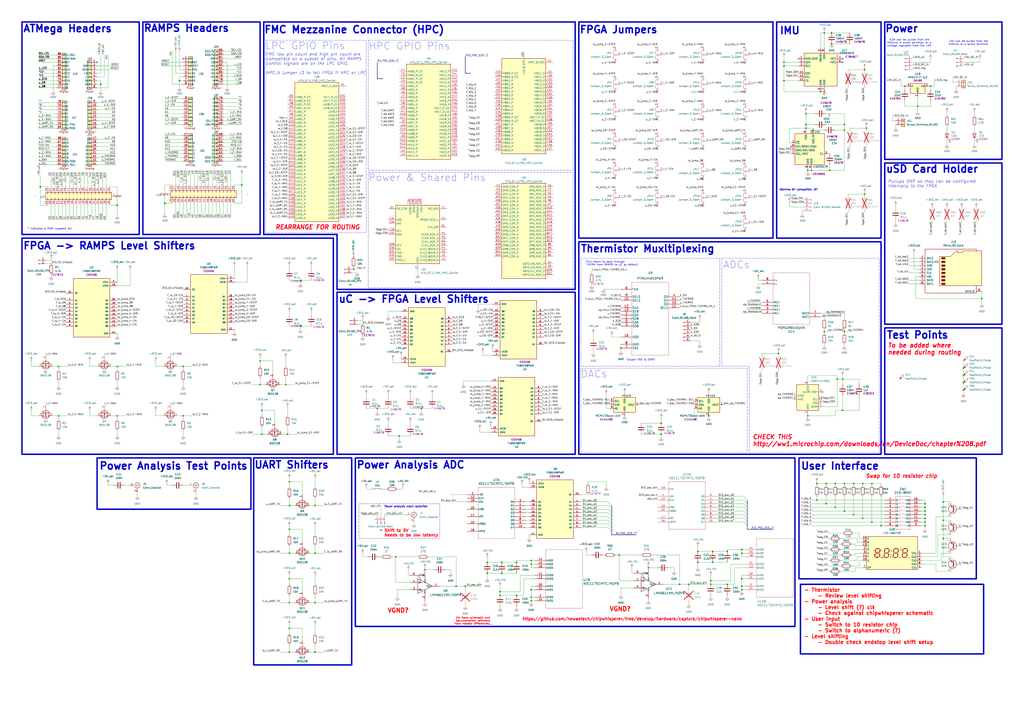
<source format=kicad_sch>
(kicad_sch (version 20231120) (generator "eeschema") (generator_version "8.0")
  (paper "User" 710 500)
  (lib_symbols
    (symbol "2023-02-22_02-57-46:PTMUX4053PWR" (pin_names (offset 0.254))
      (property "Reference" "U" (at 20.32 10.16 0))
      (property "Value" "PTMUX4053PWR" (at 20.32 7.62 0))
      (symbol "PTMUX4053PWR_1_1"
        (pin bidirectional line (at 0 -20.32 0) (length 7.62) (name "S2B") (number "1"))
        (pin input line (at 0 -7.62 0) (length 7.62) (name "SEL2") (number "10"))
        (pin bidirectional line (at 40.64 -12.7 180) (length 7.62) (name "SEL1") (number "11"))
        (pin bidirectional line (at 0 -12.7 0) (length 7.62) (name "S1A") (number "12"))
        (pin bidirectional line (at 0 -15.24 0) (length 7.62) (name "S1B") (number "13"))
        (pin bidirectional line (at 40.64 -7.62 180) (length 7.62) (name "D1") (number "14"))
        (pin bidirectional line (at 40.64 -10.16 180) (length 7.62) (name "D2") (number "15"))
        (pin power_in line (at 0 -33.02 0) (length 7.62) (name "VDD") (number "16"))
        (pin bidirectional line (at 0 -17.78 0) (length 7.62) (name "S2A") (number "2"))
        (pin bidirectional line (at 0 -25.4 0) (length 7.62) (name "S3B") (number "3"))
        (pin bidirectional line (at 40.64 -5.08 180) (length 7.62) (name "D3") (number "4"))
        (pin bidirectional line (at 0 -22.86 0) (length 7.62) (name "S3A") (number "5"))
        (pin input line (at 0 0 0) (length 7.62) (name "*EN") (number "6"))
        (pin power_in line (at 0 -40.64 0) (length 7.62) (name "VSS") (number "7"))
        (pin power_in line (at 0 -38.1 0) (length 7.62) (name "GND") (number "8"))
        (pin input line (at 0 -5.08 0) (length 7.62) (name "SEL3") (number "9"))
      )
    )
    (symbol "Analog_ADC:ADS1114IDGS"
      (property "Reference" "U" (at 2.54 13.97 0))
      (property "Value" "ADS1114IDGS" (at 7.62 11.43 0))
      (symbol "ADS1114IDGS_1_1"
        (pin input line (at 10.16 -5.08 180) (length 2.54) (name "ADDR") (number "1"))
        (pin input line (at 10.16 0 180) (length 2.54) (name "SCL") (number "10"))
        (pin output line (at 10.16 5.08 180) (length 2.54) (name "ALERT/RDY") (number "2"))
        (pin power_in line (at 0 -10.16 90) (length 2.54) (name "GND") (number "3"))
        (pin input line (at -10.16 2.54 0) (length 2.54) (name "AIN0") (number "4"))
        (pin input line (at -10.16 0 0) (length 2.54) (name "AIN1") (number "5"))
        (pin no_connect line (at -7.62 7.62 0) (length 2.54) hide (name "~") (number "6"))
        (pin no_connect line (at -7.62 5.08 0) (length 2.54) hide (name "~") (number "7"))
        (pin power_in line (at 0 12.7 270) (length 2.54) (name "VDD") (number "8"))
        (pin bidirectional line (at 10.16 -2.54 180) (length 2.54) (name "SDA") (number "9"))
      )
    )
    (symbol "Analog_DAC:MCP4725xxx-xCH"
      (property "Reference" "U" (at -6.35 6.35 0))
      (property "Value" "MCP4725xxx-xCH" (at 8.89 6.35 0))
      (symbol "MCP4725xxx-xCH_1_1"
        (pin output line (at 10.16 0 180) (length 2.54) (name "VOUT") (number "1"))
        (pin power_in line (at 0 -7.62 90) (length 2.54) (name "VSS") (number "2"))
        (pin power_in line (at 0 7.62 270) (length 2.54) (name "VDD") (number "3"))
        (pin bidirectional line (at -10.16 0 0) (length 2.54) (name "SDA") (number "4"))
        (pin input line (at -10.16 2.54 0) (length 2.54) (name "SCL") (number "5"))
        (pin input line (at -10.16 -2.54 0) (length 2.54) (name "A0") (number "6"))
      )
    )
    (symbol "Connector:Conn_01x02_Pin" (pin_names (offset 1.016) hide)
      (property "Reference" "J" (at 0 2.54 0))
      (property "Value" "Conn_01x02_Pin" (at 0 -5.08 0))
      (symbol "Conn_01x02_Pin_1_1"
        (pin passive line (at 5.08 0 180) (length 3.81) (name "Pin_1") (number "1"))
        (pin passive line (at 5.08 -2.54 180) (length 3.81) (name "Pin_2") (number "2"))
      )
    )
    (symbol "Connector:Conn_01x03_Male" (pin_names (offset 1.016) hide)
      (property "Reference" "J" (at 0 5.08 0))
      (property "Value" "Conn_01x03_Male" (at 0 -5.08 0))
      (symbol "Conn_01x03_Male_1_1"
        (pin passive line (at 5.08 2.54 180) (length 3.81) (name "Pin_1") (number "1"))
        (pin passive line (at 5.08 0 180) (length 3.81) (name "Pin_2") (number "2"))
        (pin passive line (at 5.08 -2.54 180) (length 3.81) (name "Pin_3") (number "3"))
      )
    )
    (symbol "Connector:Conn_01x04_Pin" (pin_names (offset 1.016) hide)
      (property "Reference" "J" (at 0 5.08 0))
      (property "Value" "Conn_01x04_Pin" (at 0 -7.62 0))
      (symbol "Conn_01x04_Pin_1_1"
        (pin passive line (at 5.08 2.54 180) (length 3.81) (name "Pin_1") (number "1"))
        (pin passive line (at 5.08 0 180) (length 3.81) (name "Pin_2") (number "2"))
        (pin passive line (at 5.08 -2.54 180) (length 3.81) (name "Pin_3") (number "3"))
        (pin passive line (at 5.08 -5.08 180) (length 3.81) (name "Pin_4") (number "4"))
      )
    )
    (symbol "Connector:Conn_01x04_Socket" (pin_names (offset 1.016) hide)
      (property "Reference" "J" (at 0 5.08 0))
      (property "Value" "Conn_01x04_Socket" (at 0 -7.62 0))
      (symbol "Conn_01x04_Socket_1_1"
        (pin passive line (at -5.08 2.54 0) (length 3.81) (name "Pin_1") (number "1"))
        (pin passive line (at -5.08 0 0) (length 3.81) (name "Pin_2") (number "2"))
        (pin passive line (at -5.08 -2.54 0) (length 3.81) (name "Pin_3") (number "3"))
        (pin passive line (at -5.08 -5.08 0) (length 3.81) (name "Pin_4") (number "4"))
      )
    )
    (symbol "Connector:Conn_01x06_Male" (pin_names (offset 1.016) hide)
      (property "Reference" "J" (at 0 7.62 0))
      (property "Value" "Conn_01x06_Male" (at 0 -10.16 0))
      (symbol "Conn_01x06_Male_1_1"
        (pin passive line (at 5.08 5.08 180) (length 3.81) (name "Pin_1") (number "1"))
        (pin passive line (at 5.08 2.54 180) (length 3.81) (name "Pin_2") (number "2"))
        (pin passive line (at 5.08 0 180) (length 3.81) (name "Pin_3") (number "3"))
        (pin passive line (at 5.08 -2.54 180) (length 3.81) (name "Pin_4") (number "4"))
        (pin passive line (at 5.08 -5.08 180) (length 3.81) (name "Pin_5") (number "5"))
        (pin passive line (at 5.08 -7.62 180) (length 3.81) (name "Pin_6") (number "6"))
      )
    )
    (symbol "Connector:Conn_Coaxial" (pin_names (offset 1.016) hide)
      (property "Reference" "J" (at 0.254 3.048 0))
      (property "Value" "Conn_Coaxial" (at 2.921 0 90))
      (symbol "Conn_Coaxial_1_1"
        (pin passive line (at -5.08 0 0) (length 2.54) (name "In") (number "1"))
        (pin passive line (at 0 -5.08 90) (length 2.54) (name "Ext") (number "2"))
      )
    )
    (symbol "Connector:Micro_SD_Card" (pin_names (offset 1.016))
      (property "Reference" "J" (at -16.51 15.24 0))
      (property "Value" "Micro_SD_Card" (at 16.51 15.24 0))
      (symbol "Micro_SD_Card_1_1"
        (pin bidirectional line (at -22.86 7.62 0) (length 3.81) (name "DAT2") (number "1"))
        (pin bidirectional line (at -22.86 5.08 0) (length 3.81) (name "DAT3/CD") (number "2"))
        (pin input line (at -22.86 2.54 0) (length 3.81) (name "CMD") (number "3"))
        (pin power_in line (at -22.86 0 0) (length 3.81) (name "VDD") (number "4"))
        (pin input line (at -22.86 -2.54 0) (length 3.81) (name "CLK") (number "5"))
        (pin power_in line (at -22.86 -5.08 0) (length 3.81) (name "VSS") (number "6"))
        (pin bidirectional line (at -22.86 -7.62 0) (length 3.81) (name "DAT0") (number "7"))
        (pin bidirectional line (at -22.86 -10.16 0) (length 3.81) (name "DAT1") (number "8"))
        (pin passive line (at 20.32 -15.24 180) (length 3.81) (name "SHIELD") (number "9"))
      )
    )
    (symbol "Connector:Screw_Terminal_01x02" (pin_names (offset 1.016) hide)
      (property "Reference" "J" (at 0 2.54 0))
      (property "Value" "Screw_Terminal_01x02" (at 0 -5.08 0))
      (symbol "Screw_Terminal_01x02_1_1"
        (pin passive line (at -5.08 0 0) (length 3.81) (name "Pin_1") (number "1"))
        (pin passive line (at -5.08 -2.54 0) (length 3.81) (name "Pin_2") (number "2"))
      )
    )
    (symbol "Connector:TestPoint_Probe" (pin_numbers hide) (pin_names (offset 0.762) hide)
      (property "Reference" "TP" (at 1.651 5.842 0))
      (property "Value" "TestPoint_Probe" (at 1.651 4.064 0))
      (symbol "TestPoint_Probe_1_1"
        (pin passive line (at 0 0 90) (length 0) (name "1") (number "1"))
      )
    )
    (symbol "Device:C" (pin_numbers hide) (pin_names (offset 0.254))
      (property "Reference" "C" (at 0.635 2.54 0))
      (property "Value" "C" (at 0.635 -2.54 0))
      (symbol "C_1_1"
        (pin passive line (at 0 3.81 270) (length 2.794) (name "~") (number "1"))
        (pin passive line (at 0 -3.81 90) (length 2.794) (name "~") (number "2"))
      )
    )
    (symbol "Device:L" (pin_numbers hide) (pin_names (offset 1.016) hide)
      (property "Reference" "L" (at -1.27 0 90))
      (property "Value" "L" (at 1.905 0 90))
      (symbol "L_1_1"
        (pin passive line (at 0 3.81 270) (length 1.27) (name "1") (number "1"))
        (pin passive line (at 0 -3.81 90) (length 1.27) (name "2") (number "2"))
      )
    )
    (symbol "Device:LED" (pin_numbers hide) (pin_names (offset 1.016) hide)
      (property "Reference" "D" (at 0 2.54 0))
      (property "Value" "LED" (at 0 -2.54 0))
      (symbol "LED_1_1"
        (pin passive line (at -3.81 0 0) (length 2.54) (name "K") (number "1"))
        (pin passive line (at 3.81 0 180) (length 2.54) (name "A") (number "2"))
      )
    )
    (symbol "Device:R" (pin_numbers hide) (pin_names (offset 0))
      (property "Reference" "R" (at 2.032 0 90))
      (property "Value" "R" (at 0 0 90))
      (symbol "R_1_1"
        (pin passive line (at 0 3.81 270) (length 1.27) (name "~") (number "1"))
        (pin passive line (at 0 -3.81 90) (length 1.27) (name "~") (number "2"))
      )
    )
    (symbol "Display_Character:LTC-4627JR"
      (property "Reference" "U" (at -17.78 12.7 0))
      (property "Value" "LTC-4627JR" (at 17.78 12.7 0))
      (symbol "LTC-4627JR_1_0"
        (text "A" (at -9.906 2.413 0) (effects (font (size 0.508 0.508))))
        (text "B" (at -7.62 1.651 0) (effects (font (size 0.508 0.508))))
        (text "C" (at -7.874 -1.397 0) (effects (font (size 0.508 0.508))))
        (text "D" (at -10.414 -2.159 0) (effects (font (size 0.508 0.508))))
        (text "DP" (at -6.604 -2.921 0) (effects (font (size 0.508 0.508))))
        (text "E" (at -12.7 -1.397 0) (effects (font (size 0.508 0.508))))
        (text "F" (at -12.446 1.651 0) (effects (font (size 0.508 0.508))))
        (text "G" (at -10.16 0.889 0) (effects (font (size 0.508 0.508))))
        (text "L1" (at -0.508 2.159 0) (effects (font (size 0.508 0.508))))
        (text "L2" (at -0.762 -1.905 0) (effects (font (size 0.508 0.508))))
        (text "L3" (at 6.096 2.159 0) (effects (font (size 0.508 0.508))))
      )
      (symbol "LTC-4627JR_1_1"
        (pin input line (at 20.32 0 180) (length 2.54) (name "CA1") (number "1"))
        (pin input line (at -20.32 -2.54 0) (length 2.54) (name "F") (number "11"))
        (pin input line (at -20.32 5.08 0) (length 2.54) (name "C") (number "13"))
        (pin input line (at -20.32 10.16 0) (length 2.54) (name "A") (number "14"))
        (pin input line (at -20.32 -5.08 0) (length 2.54) (name "G") (number "15"))
        (pin input line (at -20.32 7.62 0) (length 2.54) (name "B") (number "16"))
        (pin input line (at 20.32 -2.54 180) (length 2.54) (name "CA2") (number "2"))
        (pin input line (at -20.32 2.54 0) (length 2.54) (name "D") (number "3"))
        (pin input line (at 20.32 -10.16 180) (length 2.54) (name "CAL") (number "4"))
        (pin input line (at -20.32 0 0) (length 2.54) (name "E") (number "5"))
        (pin input line (at 20.32 -5.08 180) (length 2.54) (name "CA3") (number "6"))
        (pin input line (at -20.32 -10.16 0) (length 2.54) (name "DP") (number "7"))
        (pin input line (at 20.32 -7.62 180) (length 2.54) (name "CA4") (number "8"))
        (pin no_connect line (at 17.78 7.62 180) (length 2.54) hide (name "NC") (number "9"))
      )
    )
    (symbol "GND_1" (power) (pin_names (offset 0))
      (property "Value" "GND_1" (at 0 -3.81 0))
      (symbol "GND_1_1_1"
        (pin power_in line (at 0 0 270) (length 0) hide (name "GND") (number "1"))
      )
    )
    (symbol "GND_10" (power) (pin_names (offset 0))
      (property "Value" "GND_10" (at 0 -3.81 0))
      (symbol "GND_10_1_1"
        (pin power_in line (at 0 0 270) (length 0) hide (name "GND") (number "1"))
      )
    )
    (symbol "GND_11" (power) (pin_numbers hide) (pin_names (offset 0) hide)
      (property "Value" "GND" (at 0 -3.81 0))
      (symbol "GND_11_1_1"
        (pin power_in line (at 0 0 270) (length 0) (name "~") (number "1"))
      )
    )
    (symbol "GND_12" (power) (pin_numbers hide) (pin_names (offset 0) hide)
      (property "Value" "GND" (at 0 -3.81 0))
      (symbol "GND_12_1_1"
        (pin power_in line (at 0 0 270) (length 0) (name "~") (number "1"))
      )
    )
    (symbol "GND_13" (power) (pin_numbers hide) (pin_names (offset 0) hide)
      (property "Value" "GND" (at 0 -3.81 0))
      (symbol "GND_13_1_1"
        (pin power_in line (at 0 0 270) (length 0) (name "~") (number "1"))
      )
    )
    (symbol "GND_14" (power) (pin_numbers hide) (pin_names (offset 0) hide)
      (property "Value" "GND" (at 0 -3.81 0))
      (symbol "GND_14_1_1"
        (pin power_in line (at 0 0 270) (length 0) (name "~") (number "1"))
      )
    )
    (symbol "GND_15" (power) (pin_numbers hide) (pin_names (offset 0) hide)
      (property "Value" "GND" (at 0 -3.81 0))
      (symbol "GND_15_1_1"
        (pin power_in line (at 0 0 270) (length 0) (name "~") (number "1"))
      )
    )
    (symbol "GND_2" (power) (pin_names (offset 0))
      (property "Value" "GND_2" (at 0 -3.81 0))
      (symbol "GND_2_1_1"
        (pin power_in line (at 0 0 270) (length 0) hide (name "GND") (number "1"))
      )
    )
    (symbol "GND_3" (power) (pin_numbers hide) (pin_names (offset 0) hide)
      (property "Value" "GND" (at 0 -3.81 0))
      (symbol "GND_3_1_1"
        (pin power_in line (at 0 0 270) (length 0) (name "~") (number "1"))
      )
    )
    (symbol "GND_4" (power) (pin_names (offset 0))
      (property "Value" "GND_4" (at 0 -3.81 0))
      (symbol "GND_4_1_1"
        (pin power_in line (at 0 0 270) (length 0) hide (name "GND") (number "1"))
      )
    )
    (symbol "GND_5" (power) (pin_names (offset 0))
      (property "Value" "GND_5" (at 0 -3.81 0))
      (symbol "GND_5_1_1"
        (pin power_in line (at 0 0 270) (length 0) hide (name "GND") (number "1"))
      )
    )
    (symbol "GND_6" (power) (pin_names (offset 0))
      (property "Value" "GND_6" (at 0 -3.81 0))
      (symbol "GND_6_1_1"
        (pin power_in line (at 0 0 270) (length 0) hide (name "GND") (number "1"))
      )
    )
    (symbol "GND_7" (power) (pin_names (offset 0))
      (property "Value" "GND_7" (at 0 -3.81 0))
      (symbol "GND_7_1_1"
        (pin power_in line (at 0 0 270) (length 0) hide (name "GND") (number "1"))
      )
    )
    (symbol "GND_8" (power) (pin_numbers hide) (pin_names (offset 0) hide)
      (property "Value" "GND" (at 0 -3.81 0))
      (symbol "GND_8_1_1"
        (pin power_in line (at 0 0 270) (length 0) (name "~") (number "1"))
      )
    )
    (symbol "GND_9" (power) (pin_numbers hide) (pin_names (offset 0) hide)
      (property "Value" "GND" (at 0 -3.81 0))
      (symbol "GND_9_1_1"
        (pin power_in line (at 0 0 270) (length 0) (name "~") (number "1"))
      )
    )
    (symbol "Jumper:Jumper_3_Open" (pin_names (offset 0) hide)
      (property "Reference" "JP" (at -2.54 -2.54 0))
      (property "Value" "Jumper_3_Open" (at 0 2.794 0))
      (symbol "Jumper_3_Open_1_1"
        (pin passive line (at -6.35 0 0) (length 2.54) (name "A") (number "1"))
        (pin passive line (at 0 -3.81 90) (length 2.54) (name "C") (number "2"))
        (pin passive line (at 6.35 0 180) (length 2.54) (name "B") (number "3"))
      )
    )
    (symbol "Regulator_Linear:AMS1117-3.3" (pin_names (offset 0.254))
      (property "Reference" "U" (at -3.81 3.175 0))
      (property "Value" "AMS1117-3.3" (at 0 3.175 0))
      (symbol "AMS1117-3.3_1_1"
        (pin power_in line (at 0 -7.62 90) (length 2.54) (name "GND") (number "1"))
        (pin power_out line (at 7.62 0 180) (length 2.54) (name "VO") (number "2"))
        (pin power_in line (at -7.62 0 0) (length 2.54) (name "VI") (number "3"))
      )
    )
    (symbol "Sensor_Motion:LSM6DS3"
      (property "Reference" "U" (at -11.43 15.24 0))
      (property "Value" "LSM6DS3" (at -11.43 12.7 0))
      (symbol "LSM6DS3_1_1"
        (pin bidirectional line (at -15.24 7.62 0) (length 3.81) (name "SDO/SA0") (number "1"))
        (pin no_connect line (at 10.16 -5.08 180) (length 3.81) hide (name "NC") (number "10"))
        (pin no_connect line (at 10.16 -2.54 180) (length 3.81) hide (name "NC") (number "11"))
        (pin input line (at -15.24 -7.62 0) (length 3.81) (name "CS") (number "12"))
        (pin input line (at -15.24 -5.08 0) (length 3.81) (name "SCL") (number "13"))
        (pin bidirectional line (at -15.24 -2.54 0) (length 3.81) (name "SDA") (number "14"))
        (pin bidirectional line (at -15.24 5.08 0) (length 3.81) (name "SDX") (number "2"))
        (pin input line (at -15.24 2.54 0) (length 3.81) (name "SCX") (number "3"))
        (pin output line (at 15.24 7.62 180) (length 3.81) (name "INT1") (number "4"))
        (pin power_in line (at 0 15.24 270) (length 3.81) (name "VDDIO") (number "5"))
        (pin power_in line (at 0 -15.24 90) (length 3.81) (name "GND") (number "6"))
        (pin power_in line (at 2.54 -15.24 90) (length 3.81) (name "GND") (number "7"))
        (pin power_in line (at 2.54 15.24 270) (length 3.81) (name "VDD") (number "8"))
        (pin output line (at 15.24 5.08 180) (length 3.81) (name "INT2") (number "9"))
      )
    )
    (symbol "Simulation_SPICE:NPN" (pin_numbers hide) (pin_names (offset 0))
      (property "Reference" "Q" (at -2.54 7.62 0))
      (property "Value" "NPN" (at -2.54 5.08 0))
      (symbol "NPN_1_1"
        (pin open_collector line (at 2.54 5.08 270) (length 2.54) (name "C") (number "1"))
        (pin input line (at -5.08 0 0) (length 2.54) (name "B") (number "2"))
        (pin open_emitter line (at 2.54 -5.08 90) (length 2.54) (name "E") (number "3"))
      )
    )
    (symbol "TXB0108PWR:TXB0108PWR" (pin_names (offset 1.016))
      (property "Reference" "U" (at -12.7 23.86 0))
      (property "Value" "TXB0108PWR" (at -12.7 -21.78 0))
      (symbol "TXB0108PWR_0_0"
        (pin bidirectional line (at -17.78 7.62 0) (length 5.08) (name "A1") (number "1"))
        (pin input line (at -17.78 12.7 0) (length 5.08) (name "OE") (number "10"))
        (pin power_in line (at 17.78 -15.24 180) (length 5.08) (name "GND") (number "11"))
        (pin bidirectional line (at 17.78 -10.16 180) (length 5.08) (name "B8") (number "12"))
        (pin bidirectional line (at 17.78 -7.62 180) (length 5.08) (name "B7") (number "13"))
        (pin bidirectional line (at 17.78 -5.08 180) (length 5.08) (name "B6") (number "14"))
        (pin bidirectional line (at 17.78 -2.54 180) (length 5.08) (name "B5") (number "15"))
        (pin bidirectional line (at 17.78 0 180) (length 5.08) (name "B4") (number "16"))
        (pin bidirectional line (at 17.78 2.54 180) (length 5.08) (name "B3") (number "17"))
        (pin bidirectional line (at 17.78 5.08 180) (length 5.08) (name "B2") (number "18"))
        (pin power_in line (at 17.78 17.78 180) (length 5.08) (name "VCCB") (number "19"))
        (pin power_in line (at 17.78 20.32 180) (length 5.08) (name "VCCA") (number "2"))
        (pin bidirectional line (at 17.78 7.62 180) (length 5.08) (name "B1") (number "20"))
        (pin bidirectional line (at -17.78 5.08 0) (length 5.08) (name "A2") (number "3"))
        (pin bidirectional line (at -17.78 2.54 0) (length 5.08) (name "A3") (number "4"))
        (pin bidirectional line (at -17.78 0 0) (length 5.08) (name "A4") (number "5"))
        (pin bidirectional line (at -17.78 -2.54 0) (length 5.08) (name "A5") (number "6"))
        (pin bidirectional line (at -17.78 -5.08 0) (length 5.08) (name "A6") (number "7"))
        (pin bidirectional line (at -17.78 -7.62 0) (length 5.08) (name "A7") (number "8"))
        (pin bidirectional line (at -17.78 -10.16 0) (length 5.08) (name "A8") (number "9"))
      )
    )
    (symbol "Transistor_FET:BSS138" (pin_names hide)
      (property "Reference" "Q" (at 5.08 1.905 0))
      (property "Value" "BSS138" (at 5.08 0 0))
      (symbol "BSS138_1_1"
        (pin input line (at -5.08 0 0) (length 2.54) (name "G") (number "1"))
        (pin passive line (at 2.54 -5.08 90) (length 2.54) (name "S") (number "2"))
        (pin passive line (at 2.54 5.08 270) (length 2.54) (name "D") (number "3"))
      )
    )
    (symbol "atmega_headers_2"
      (property "Reference" "J" (at 15.24 -22.86 0))
      (symbol "atmega_headers_2_1_1"
        (text "Power" (at 0 -22.86 0) (effects (font (size 1.27 1.27))))
        (pin passive line (at -5.08 -2.54 0) (length 3.81) (name "NC") (number "1"))
        (pin passive line (at -5.08 -5.08 0) (length 3.81) (name "IOREF") (number "2"))
        (pin passive line (at -5.08 -7.62 0) (length 3.81) (name "RESET") (number "3"))
        (pin passive line (at -5.08 -10.16 0) (length 3.81) (name "+3V3") (number "4"))
        (pin passive line (at -5.08 -12.7 0) (length 3.81) (name "+5V") (number "5"))
        (pin passive line (at -5.08 -15.24 0) (length 3.81) (name "GND") (number "6"))
        (pin passive line (at -5.08 -17.78 0) (length 3.81) (name "GND") (number "7"))
        (pin passive line (at -5.08 -20.32 0) (length 3.81) (name "VIN") (number "8"))
      )
      (symbol "atmega_headers_2_2_1"
        (text "Analog" (at 0 -22.86 0) (effects (font (size 1.27 1.27))))
        (pin passive line (at -5.08 -5.08 0) (length 3.81) (name "A1") (number "10"))
        (pin passive line (at -5.08 -7.62 0) (length 3.81) (name "A2") (number "11"))
        (pin passive line (at -5.08 -10.16 0) (length 3.81) (name "A3") (number "12"))
        (pin passive line (at -5.08 -12.7 0) (length 3.81) (name "A4") (number "13"))
        (pin passive line (at -5.08 -15.24 0) (length 3.81) (name "A5") (number "14"))
        (pin passive line (at -5.08 -17.78 0) (length 3.81) (name "A6") (number "15"))
        (pin passive line (at -5.08 -20.32 0) (length 3.81) (name "A7") (number "16"))
        (pin passive line (at -5.08 -2.54 0) (length 3.81) (name "A0") (number "9"))
      )
      (symbol "atmega_headers_2_3_1"
        (text "Analog" (at 0 -22.86 0) (effects (font (size 1.27 1.27))))
        (pin passive line (at -5.08 -2.54 0) (length 3.81) (name "A8") (number "17"))
        (pin passive line (at -5.08 -5.08 0) (length 3.81) (name "A9") (number "18"))
        (pin passive line (at -5.08 -7.62 0) (length 3.81) (name "A10") (number "19"))
        (pin passive line (at -5.08 -10.16 0) (length 3.81) (name "A11") (number "20"))
        (pin passive line (at -5.08 -12.7 0) (length 3.81) (name "A12") (number "21"))
        (pin passive line (at -5.08 -15.24 0) (length 3.81) (name "A13") (number "22"))
        (pin passive line (at -5.08 -17.78 0) (length 3.81) (name "A14") (number "23"))
        (pin passive line (at -5.08 -20.32 0) (length 3.81) (name "A15") (number "24"))
      )
      (symbol "atmega_headers_2_4_1"
        (text "Digital" (at -35.56 -22.86 0) (effects (font (size 1.27 1.27))))
        (pin passive line (at -30.48 -16.51 270) (length 3.81) (name "GND") (number "25"))
        (pin passive line (at -30.48 -29.21 90) (length 3.81) (name "GND") (number "26"))
        (pin passive line (at -27.94 -16.51 270) (length 3.81) (name "SCK") (number "27"))
        (pin passive line (at -27.94 -29.21 90) (length 3.81) (name "~SS") (number "28"))
        (pin passive line (at -25.4 -16.51 270) (length 3.81) (name "CIPO") (number "29"))
        (pin passive line (at -25.4 -29.21 90) (length 3.81) (name "COPI") (number "30"))
        (pin passive line (at -22.86 -16.51 270) (length 3.81) (name "D48") (number "31"))
        (pin passive line (at -22.86 -29.21 90) (length 3.81) (name "D49") (number "32"))
        (pin passive line (at -20.32 -16.51 270) (length 3.81) (name "D46~") (number "33"))
        (pin passive line (at -20.32 -29.21 90) (length 3.81) (name "D47") (number "34"))
        (pin passive line (at -17.78 -16.51 270) (length 3.81) (name "D44~") (number "35"))
        (pin passive line (at -17.78 -29.21 90) (length 3.81) (name "~D45") (number "36"))
        (pin passive line (at -15.24 -16.51 270) (length 3.81) (name "D42") (number "37"))
        (pin passive line (at -15.24 -29.21 90) (length 3.81) (name "D43") (number "38"))
        (pin passive line (at -12.7 -16.51 270) (length 3.81) (name "D40") (number "39"))
        (pin passive line (at -12.7 -29.21 90) (length 3.81) (name "D41") (number "40"))
        (pin passive line (at -10.16 -16.51 270) (length 3.81) (name "D38") (number "41"))
        (pin passive line (at -10.16 -29.21 90) (length 3.81) (name "D39") (number "42"))
        (pin passive line (at -7.62 -16.51 270) (length 3.81) (name "D36") (number "43"))
        (pin passive line (at -7.62 -29.21 90) (length 3.81) (name "D37") (number "44"))
        (pin passive line (at -5.08 -16.51 270) (length 3.81) (name "D34") (number "45"))
        (pin passive line (at -5.08 -29.21 90) (length 3.81) (name "D35") (number "46"))
        (pin passive line (at -2.54 -16.51 270) (length 3.81) (name "D32") (number "47"))
        (pin passive line (at -2.54 -29.21 90) (length 3.81) (name "D33") (number "48"))
        (pin passive line (at 0 -16.51 270) (length 3.81) (name "D30") (number "49"))
        (pin passive line (at 0 -29.21 90) (length 3.81) (name "D31") (number "50"))
        (pin passive line (at 2.54 -16.51 270) (length 3.81) (name "D28") (number "51"))
        (pin passive line (at 2.54 -29.21 90) (length 3.81) (name "D29") (number "52"))
        (pin passive line (at 5.08 -16.51 270) (length 3.81) (name "D26") (number "53"))
        (pin passive line (at 5.08 -29.21 90) (length 3.81) (name "D27") (number "54"))
        (pin passive line (at 7.62 -16.51 270) (length 3.81) (name "D24") (number "55"))
        (pin passive line (at 7.62 -29.21 90) (length 3.81) (name "D25") (number "56"))
        (pin passive line (at 10.16 -16.51 270) (length 3.81) (name "D22") (number "57"))
        (pin passive line (at 10.16 -29.21 90) (length 3.81) (name "D23") (number "58"))
        (pin passive line (at 12.7 -16.51 270) (length 3.81) (name "+5V") (number "59"))
        (pin passive line (at 12.7 -29.21 90) (length 3.81) (name "+5V") (number "60"))
      )
      (symbol "atmega_headers_2_5_1"
        (text "Digital" (at 1.27 -22.86 0) (effects (font (size 1.27 1.27))))
        (pin passive line (at -3.81 -20.32 0) (length 3.81) (name "D21/SCL") (number "61"))
        (pin passive line (at -3.81 -17.78 0) (length 3.81) (name "D20/SDA") (number "62"))
        (pin passive line (at -3.81 -15.24 0) (length 3.81) (name "D19") (number "63"))
        (pin passive line (at -3.81 -12.7 0) (length 3.81) (name "D18") (number "64"))
        (pin passive line (at -3.81 -10.16 0) (length 3.81) (name "D17") (number "65"))
        (pin passive line (at -3.81 -7.62 0) (length 3.81) (name "D16") (number "66"))
        (pin passive line (at -3.81 -5.08 0) (length 3.81) (name "D15") (number "67"))
        (pin passive line (at -3.81 -2.54 0) (length 3.81) (name "D14") (number "68"))
      )
      (symbol "atmega_headers_2_6_1"
        (text "Digital" (at 0 -22.86 0) (effects (font (size 1.27 1.27))))
        (pin passive line (at -5.08 -20.32 0) (length 3.81) (name "~D0/RX0") (number "69"))
        (pin passive line (at -5.08 -17.78 0) (length 3.81) (name "~D1/TX0") (number "70"))
        (pin passive line (at -5.08 -15.24 0) (length 3.81) (name "~D2") (number "71"))
        (pin passive line (at -5.08 -12.7 0) (length 3.81) (name "~D3") (number "72"))
        (pin passive line (at -5.08 -10.16 0) (length 3.81) (name "~D4") (number "73"))
        (pin passive line (at -5.08 -7.62 0) (length 3.81) (name "~D5") (number "74"))
        (pin passive line (at -5.08 -5.08 0) (length 3.81) (name "~D6") (number "75"))
        (pin passive line (at -5.08 -2.54 0) (length 3.81) (name "~D7") (number "76"))
      )
      (symbol "atmega_headers_2_7_1"
        (text "Digital" (at 0 -27.94 0) (effects (font (size 1.27 1.27))))
        (pin passive line (at -5.08 -25.4 0) (length 3.81) (name "~D8") (number "77"))
        (pin passive line (at -5.08 -22.86 0) (length 3.81) (name "~D9") (number "78"))
        (pin passive line (at -5.08 -20.32 0) (length 3.81) (name "~D10") (number "79"))
        (pin passive line (at -5.08 -17.78 0) (length 3.81) (name "~D11") (number "80"))
        (pin passive line (at -5.08 -15.24 0) (length 3.81) (name "~D12") (number "81"))
        (pin passive line (at -5.08 -12.7 0) (length 3.81) (name "~D13") (number "82"))
        (pin passive line (at -5.08 -10.16 0) (length 3.81) (name "GND") (number "83"))
        (pin passive line (at -5.08 -7.62 0) (length 3.81) (name "AREF") (number "84"))
        (pin passive line (at -5.08 -5.08 0) (length 3.81) (name "D20/SDA") (number "85"))
        (pin passive line (at -5.08 -2.54 0) (length 3.81) (name "D21/SCL") (number "86"))
      )
    )
    (symbol "atmega_headers_3"
      (property "Reference" "J" (at 15.24 -22.86 0))
      (symbol "atmega_headers_3_1_1"
        (text "Power" (at 0 -22.86 0) (effects (font (size 1.27 1.27))))
        (pin passive line (at -5.08 -2.54 0) (length 3.81) (name "NC") (number "1"))
        (pin passive line (at -5.08 -5.08 0) (length 3.81) (name "IOREF") (number "2"))
        (pin passive line (at -5.08 -7.62 0) (length 3.81) (name "RESET") (number "3"))
        (pin passive line (at -5.08 -10.16 0) (length 3.81) (name "+3V3") (number "4"))
        (pin passive line (at -5.08 -12.7 0) (length 3.81) (name "+5V") (number "5"))
        (pin passive line (at -5.08 -15.24 0) (length 3.81) (name "GND") (number "6"))
        (pin passive line (at -5.08 -17.78 0) (length 3.81) (name "GND") (number "7"))
        (pin passive line (at -5.08 -20.32 0) (length 3.81) (name "VIN") (number "8"))
      )
      (symbol "atmega_headers_3_2_1"
        (text "Analog" (at 0 -22.86 0) (effects (font (size 1.27 1.27))))
        (pin passive line (at -5.08 -5.08 0) (length 3.81) (name "A1") (number "10"))
        (pin passive line (at -5.08 -7.62 0) (length 3.81) (name "A2") (number "11"))
        (pin passive line (at -5.08 -10.16 0) (length 3.81) (name "A3") (number "12"))
        (pin passive line (at -5.08 -12.7 0) (length 3.81) (name "A4") (number "13"))
        (pin passive line (at -5.08 -15.24 0) (length 3.81) (name "A5") (number "14"))
        (pin passive line (at -5.08 -17.78 0) (length 3.81) (name "A6") (number "15"))
        (pin passive line (at -5.08 -20.32 0) (length 3.81) (name "A7") (number "16"))
        (pin passive line (at -5.08 -2.54 0) (length 3.81) (name "A0") (number "9"))
      )
      (symbol "atmega_headers_3_3_1"
        (text "Analog" (at 0 -22.86 0) (effects (font (size 1.27 1.27))))
        (pin passive line (at -5.08 -2.54 0) (length 3.81) (name "A8") (number "17"))
        (pin passive line (at -5.08 -5.08 0) (length 3.81) (name "A9") (number "18"))
        (pin passive line (at -5.08 -7.62 0) (length 3.81) (name "A10") (number "19"))
        (pin passive line (at -5.08 -10.16 0) (length 3.81) (name "A11") (number "20"))
        (pin passive line (at -5.08 -12.7 0) (length 3.81) (name "A12") (number "21"))
        (pin passive line (at -5.08 -15.24 0) (length 3.81) (name "A13") (number "22"))
        (pin passive line (at -5.08 -17.78 0) (length 3.81) (name "A14") (number "23"))
        (pin passive line (at -5.08 -20.32 0) (length 3.81) (name "A15") (number "24"))
      )
      (symbol "atmega_headers_3_4_1"
        (text "Digital" (at -35.56 -22.86 0) (effects (font (size 1.27 1.27))))
        (pin passive line (at -30.48 -16.51 270) (length 3.81) (name "GND") (number "25"))
        (pin passive line (at -30.48 -29.21 90) (length 3.81) (name "GND") (number "26"))
        (pin passive line (at -27.94 -16.51 270) (length 3.81) (name "SCK") (number "27"))
        (pin passive line (at -27.94 -29.21 90) (length 3.81) (name "~SS") (number "28"))
        (pin passive line (at -25.4 -16.51 270) (length 3.81) (name "CIPO") (number "29"))
        (pin passive line (at -25.4 -29.21 90) (length 3.81) (name "COPI") (number "30"))
        (pin passive line (at -22.86 -16.51 270) (length 3.81) (name "D48") (number "31"))
        (pin passive line (at -22.86 -29.21 90) (length 3.81) (name "D49") (number "32"))
        (pin passive line (at -20.32 -16.51 270) (length 3.81) (name "D46~") (number "33"))
        (pin passive line (at -20.32 -29.21 90) (length 3.81) (name "D47") (number "34"))
        (pin passive line (at -17.78 -16.51 270) (length 3.81) (name "D44~") (number "35"))
        (pin passive line (at -17.78 -29.21 90) (length 3.81) (name "~D45") (number "36"))
        (pin passive line (at -15.24 -16.51 270) (length 3.81) (name "D42") (number "37"))
        (pin passive line (at -15.24 -29.21 90) (length 3.81) (name "D43") (number "38"))
        (pin passive line (at -12.7 -16.51 270) (length 3.81) (name "D40") (number "39"))
        (pin passive line (at -12.7 -29.21 90) (length 3.81) (name "D41") (number "40"))
        (pin passive line (at -10.16 -16.51 270) (length 3.81) (name "D38") (number "41"))
        (pin passive line (at -10.16 -29.21 90) (length 3.81) (name "D39") (number "42"))
        (pin passive line (at -7.62 -16.51 270) (length 3.81) (name "D36") (number "43"))
        (pin passive line (at -7.62 -29.21 90) (length 3.81) (name "D37") (number "44"))
        (pin passive line (at -5.08 -16.51 270) (length 3.81) (name "D34") (number "45"))
        (pin passive line (at -5.08 -29.21 90) (length 3.81) (name "D35") (number "46"))
        (pin passive line (at -2.54 -16.51 270) (length 3.81) (name "D32") (number "47"))
        (pin passive line (at -2.54 -29.21 90) (length 3.81) (name "D33") (number "48"))
        (pin passive line (at 0 -16.51 270) (length 3.81) (name "D30") (number "49"))
        (pin passive line (at 0 -29.21 90) (length 3.81) (name "D31") (number "50"))
        (pin passive line (at 2.54 -16.51 270) (length 3.81) (name "D28") (number "51"))
        (pin passive line (at 2.54 -29.21 90) (length 3.81) (name "D29") (number "52"))
        (pin passive line (at 5.08 -16.51 270) (length 3.81) (name "D26") (number "53"))
        (pin passive line (at 5.08 -29.21 90) (length 3.81) (name "D27") (number "54"))
        (pin passive line (at 7.62 -16.51 270) (length 3.81) (name "D24") (number "55"))
        (pin passive line (at 7.62 -29.21 90) (length 3.81) (name "D25") (number "56"))
        (pin passive line (at 10.16 -16.51 270) (length 3.81) (name "D22") (number "57"))
        (pin passive line (at 10.16 -29.21 90) (length 3.81) (name "D23") (number "58"))
        (pin passive line (at 12.7 -16.51 270) (length 3.81) (name "+5V") (number "59"))
        (pin passive line (at 12.7 -29.21 90) (length 3.81) (name "+5V") (number "60"))
      )
      (symbol "atmega_headers_3_5_1"
        (text "Digital" (at 1.27 -22.86 0) (effects (font (size 1.27 1.27))))
        (pin passive line (at -3.81 -20.32 0) (length 3.81) (name "D21/SCL") (number "61"))
        (pin passive line (at -3.81 -17.78 0) (length 3.81) (name "D20/SDA") (number "62"))
        (pin passive line (at -3.81 -15.24 0) (length 3.81) (name "D19") (number "63"))
        (pin passive line (at -3.81 -12.7 0) (length 3.81) (name "D18") (number "64"))
        (pin passive line (at -3.81 -10.16 0) (length 3.81) (name "D17") (number "65"))
        (pin passive line (at -3.81 -7.62 0) (length 3.81) (name "D16") (number "66"))
        (pin passive line (at -3.81 -5.08 0) (length 3.81) (name "D15") (number "67"))
        (pin passive line (at -3.81 -2.54 0) (length 3.81) (name "D14") (number "68"))
      )
      (symbol "atmega_headers_3_6_1"
        (text "Digital" (at 0 -22.86 0) (effects (font (size 1.27 1.27))))
        (pin passive line (at -5.08 -20.32 0) (length 3.81) (name "~D0/RX0") (number "69"))
        (pin passive line (at -5.08 -17.78 0) (length 3.81) (name "~D1/TX0") (number "70"))
        (pin passive line (at -5.08 -15.24 0) (length 3.81) (name "~D2") (number "71"))
        (pin passive line (at -5.08 -12.7 0) (length 3.81) (name "~D3") (number "72"))
        (pin passive line (at -5.08 -10.16 0) (length 3.81) (name "~D4") (number "73"))
        (pin passive line (at -5.08 -7.62 0) (length 3.81) (name "~D5") (number "74"))
        (pin passive line (at -5.08 -5.08 0) (length 3.81) (name "~D6") (number "75"))
        (pin passive line (at -5.08 -2.54 0) (length 3.81) (name "~D7") (number "76"))
      )
      (symbol "atmega_headers_3_7_1"
        (text "Digital" (at 0 -27.94 0) (effects (font (size 1.27 1.27))))
        (pin passive line (at -5.08 -25.4 0) (length 3.81) (name "~D8") (number "77"))
        (pin passive line (at -5.08 -22.86 0) (length 3.81) (name "~D9") (number "78"))
        (pin passive line (at -5.08 -20.32 0) (length 3.81) (name "~D10") (number "79"))
        (pin passive line (at -5.08 -17.78 0) (length 3.81) (name "~D11") (number "80"))
        (pin passive line (at -5.08 -15.24 0) (length 3.81) (name "~D12") (number "81"))
        (pin passive line (at -5.08 -12.7 0) (length 3.81) (name "~D13") (number "82"))
        (pin passive line (at -5.08 -10.16 0) (length 3.81) (name "GND") (number "83"))
        (pin passive line (at -5.08 -7.62 0) (length 3.81) (name "AREF") (number "84"))
        (pin passive line (at -5.08 -5.08 0) (length 3.81) (name "D20/SDA") (number "85"))
        (pin passive line (at -5.08 -2.54 0) (length 3.81) (name "D21/SCL") (number "86"))
      )
    )
    (symbol "jblocklove_libs:VITA_57.1_FMC_HPC_Carrier"
      (property "Reference" "J" (at 0 2.54 0))
      (property "Value" "VITA_57.1_FMC_HPC_Carrier" (at 0 0 0))
      (symbol "VITA_57.1_FMC_HPC_Carrier_1_1"
        (pin passive line (at 0 -25.4 90) (length 5.08) hide (name "GND") (number "A1"))
        (pin passive line (at 0 -25.4 90) (length 5.08) hide (name "GND") (number "A12"))
        (pin passive line (at 0 -25.4 90) (length 5.08) hide (name "GND") (number "A13"))
        (pin passive line (at 0 -25.4 90) (length 5.08) hide (name "GND") (number "A16"))
        (pin passive line (at 0 -25.4 90) (length 5.08) hide (name "GND") (number "A17"))
        (pin passive line (at 0 -25.4 90) (length 5.08) hide (name "GND") (number "A20"))
        (pin passive line (at 0 -25.4 90) (length 5.08) hide (name "GND") (number "A21"))
        (pin passive line (at 0 -25.4 90) (length 5.08) hide (name "GND") (number "A24"))
        (pin passive line (at 0 -25.4 90) (length 5.08) hide (name "GND") (number "A25"))
        (pin passive line (at 0 -25.4 90) (length 5.08) hide (name "GND") (number "A28"))
        (pin passive line (at 0 -25.4 90) (length 5.08) hide (name "GND") (number "A29"))
        (pin passive line (at 0 -25.4 90) (length 5.08) hide (name "GND") (number "A32"))
        (pin passive line (at 0 -25.4 90) (length 5.08) hide (name "GND") (number "A33"))
        (pin passive line (at 0 -25.4 90) (length 5.08) hide (name "GND") (number "A36"))
        (pin passive line (at 0 -25.4 90) (length 5.08) hide (name "GND") (number "A37"))
        (pin passive line (at 0 -25.4 90) (length 5.08) hide (name "GND") (number "A4"))
        (pin passive line (at 0 -25.4 90) (length 5.08) hide (name "GND") (number "A40"))
        (pin passive line (at 0 -25.4 90) (length 5.08) hide (name "GND") (number "A5"))
        (pin passive line (at 0 -25.4 90) (length 5.08) hide (name "GND") (number "A8"))
        (pin passive line (at 0 -25.4 90) (length 5.08) hide (name "GND") (number "A9"))
        (pin output line (at 20.32 5.08 180) (length 5.08) (name "CLK_DIR") (number "B1"))
        (pin passive line (at 0 -25.4 90) (length 5.08) hide (name "GND") (number "B10"))
        (pin passive line (at 0 -25.4 90) (length 5.08) hide (name "GND") (number "B11"))
        (pin passive line (at 0 -25.4 90) (length 5.08) hide (name "GND") (number "B14"))
        (pin passive line (at 0 -25.4 90) (length 5.08) hide (name "GND") (number "B15"))
        (pin passive line (at 0 -25.4 90) (length 5.08) hide (name "GND") (number "B18"))
        (pin passive line (at 0 -25.4 90) (length 5.08) hide (name "GND") (number "B19"))
        (pin passive line (at 0 -25.4 90) (length 5.08) hide (name "GND") (number "B2"))
        (pin passive line (at 0 -25.4 90) (length 5.08) hide (name "GND") (number "B22"))
        (pin passive line (at 0 -25.4 90) (length 5.08) hide (name "GND") (number "B23"))
        (pin passive line (at 0 -25.4 90) (length 5.08) hide (name "GND") (number "B26"))
        (pin passive line (at 0 -25.4 90) (length 5.08) hide (name "GND") (number "B27"))
        (pin passive line (at 0 -25.4 90) (length 5.08) hide (name "GND") (number "B3"))
        (pin passive line (at 0 -25.4 90) (length 5.08) hide (name "GND") (number "B30"))
        (pin passive line (at 0 -25.4 90) (length 5.08) hide (name "GND") (number "B31"))
        (pin passive line (at 0 -25.4 90) (length 5.08) hide (name "GND") (number "B34"))
        (pin passive line (at 0 -25.4 90) (length 5.08) hide (name "GND") (number "B35"))
        (pin passive line (at 0 -25.4 90) (length 5.08) hide (name "GND") (number "B38"))
        (pin passive line (at 0 -25.4 90) (length 5.08) hide (name "GND") (number "B39"))
        (pin passive line (at 0 -25.4 90) (length 5.08) hide (name "GND") (number "B6"))
        (pin passive line (at 0 -25.4 90) (length 5.08) hide (name "GND") (number "B7"))
        (pin passive line (at 0 -25.4 90) (length 5.08) hide (name "GND") (number "C1"))
        (pin passive line (at 0 -25.4 90) (length 5.08) hide (name "GND") (number "C12"))
        (pin passive line (at 0 -25.4 90) (length 5.08) hide (name "GND") (number "C13"))
        (pin passive line (at 0 -25.4 90) (length 5.08) hide (name "GND") (number "C16"))
        (pin passive line (at 0 -25.4 90) (length 5.08) hide (name "GND") (number "C17"))
        (pin passive line (at 0 -25.4 90) (length 5.08) hide (name "GND") (number "C20"))
        (pin passive line (at 0 -25.4 90) (length 5.08) hide (name "GND") (number "C21"))
        (pin passive line (at 0 -25.4 90) (length 5.08) hide (name "GND") (number "C24"))
        (pin passive line (at 0 -25.4 90) (length 5.08) hide (name "GND") (number "C25"))
        (pin passive line (at 0 -25.4 90) (length 5.08) hide (name "GND") (number "C28"))
        (pin passive line (at 0 -25.4 90) (length 5.08) hide (name "GND") (number "C29"))
        (pin bidirectional line (at -20.32 2.54 0) (length 5.08) (name "SCL") (number "C30"))
        (pin bidirectional line (at -20.32 0 0) (length 5.08) (name "SDA") (number "C31"))
        (pin passive line (at 0 -25.4 90) (length 5.08) hide (name "GND") (number "C32"))
        (pin passive line (at 0 -25.4 90) (length 5.08) hide (name "GND") (number "C33"))
        (pin input line (at -20.32 10.16 0) (length 5.08) (name "GA0") (number "C34"))
        (pin power_in line (at -5.08 25.4 270) (length 5.08) (name "12P0V") (number "C35"))
        (pin passive line (at 0 -25.4 90) (length 5.08) hide (name "GND") (number "C36"))
        (pin passive line (at -5.08 25.4 270) (length 5.08) hide (name "12P0V") (number "C37"))
        (pin passive line (at 0 -25.4 90) (length 5.08) hide (name "GND") (number "C38"))
        (pin passive line (at -2.54 25.4 270) (length 5.08) hide (name "3P3V") (number "C39"))
        (pin passive line (at 0 -25.4 90) (length 5.08) hide (name "GND") (number "C4"))
        (pin passive line (at 0 -25.4 90) (length 5.08) hide (name "GND") (number "C40"))
        (pin passive line (at 0 -25.4 90) (length 5.08) hide (name "GND") (number "C5"))
        (pin passive line (at 0 -25.4 90) (length 5.08) hide (name "GND") (number "C8"))
        (pin passive line (at 0 -25.4 90) (length 5.08) hide (name "GND") (number "C9"))
        (pin input line (at -20.32 17.78 0) (length 5.08) (name "PG_C2M") (number "D1"))
        (pin passive line (at 0 -25.4 90) (length 5.08) hide (name "GND") (number "D10"))
        (pin passive line (at 0 -25.4 90) (length 5.08) hide (name "GND") (number "D13"))
        (pin passive line (at 0 -25.4 90) (length 5.08) hide (name "GND") (number "D16"))
        (pin passive line (at 0 -25.4 90) (length 5.08) hide (name "GND") (number "D19"))
        (pin passive line (at 0 -25.4 90) (length 5.08) hide (name "GND") (number "D2"))
        (pin passive line (at 0 -25.4 90) (length 5.08) hide (name "GND") (number "D22"))
        (pin passive line (at 0 -25.4 90) (length 5.08) hide (name "GND") (number "D25"))
        (pin passive line (at 0 -25.4 90) (length 5.08) hide (name "GND") (number "D28"))
        (pin input line (at -20.32 -7.62 0) (length 5.08) (name "TCK") (number "D29"))
        (pin passive line (at 0 -25.4 90) (length 5.08) hide (name "GND") (number "D3"))
        (pin input line (at -20.32 -10.16 0) (length 5.08) (name "TDI") (number "D30"))
        (pin output line (at -20.32 -12.7 0) (length 5.08) (name "TDO") (number "D31"))
        (pin power_in line (at 0 25.4 270) (length 5.08) (name "3P3VAUX") (number "D32"))
        (pin input line (at -20.32 -15.24 0) (length 5.08) (name "TMS") (number "D33"))
        (pin input line (at -20.32 -17.78 0) (length 5.08) (name "TRST_L") (number "D34"))
        (pin input line (at -20.32 7.62 0) (length 5.08) (name "GA1") (number "D35"))
        (pin power_in line (at -2.54 25.4 270) (length 5.08) (name "3P3V") (number "D36"))
        (pin passive line (at 0 -25.4 90) (length 5.08) hide (name "GND") (number "D37"))
        (pin passive line (at -2.54 25.4 270) (length 5.08) hide (name "3P3V") (number "D38"))
        (pin passive line (at 0 -25.4 90) (length 5.08) hide (name "GND") (number "D39"))
        (pin passive line (at -2.54 25.4 270) (length 5.08) hide (name "3P3V") (number "D40"))
        (pin passive line (at 0 -25.4 90) (length 5.08) hide (name "GND") (number "D6"))
        (pin passive line (at 0 -25.4 90) (length 5.08) hide (name "GND") (number "D7"))
        (pin passive line (at 0 -25.4 90) (length 5.08) hide (name "GND") (number "E1"))
        (pin passive line (at 0 -25.4 90) (length 5.08) hide (name "GND") (number "E11"))
        (pin passive line (at 0 -25.4 90) (length 5.08) hide (name "GND") (number "E14"))
        (pin passive line (at 0 -25.4 90) (length 5.08) hide (name "GND") (number "E17"))
        (pin passive line (at 0 -25.4 90) (length 5.08) hide (name "GND") (number "E20"))
        (pin passive line (at 0 -25.4 90) (length 5.08) hide (name "GND") (number "E23"))
        (pin passive line (at 0 -25.4 90) (length 5.08) hide (name "GND") (number "E26"))
        (pin passive line (at 0 -25.4 90) (length 5.08) hide (name "GND") (number "E29"))
        (pin passive line (at 0 -25.4 90) (length 5.08) hide (name "GND") (number "E32"))
        (pin passive line (at 0 -25.4 90) (length 5.08) hide (name "GND") (number "E35"))
        (pin passive line (at 0 -25.4 90) (length 5.08) hide (name "GND") (number "E38"))
        (pin passive line (at 2.54 25.4 270) (length 5.08) hide (name "VADJ") (number "E39"))
        (pin passive line (at 0 -25.4 90) (length 5.08) hide (name "GND") (number "E4"))
        (pin passive line (at 0 -25.4 90) (length 5.08) hide (name "GND") (number "E40"))
        (pin passive line (at 0 -25.4 90) (length 5.08) hide (name "GND") (number "E5"))
        (pin passive line (at 0 -25.4 90) (length 5.08) hide (name "GND") (number "E8"))
        (pin output line (at 20.32 17.78 180) (length 5.08) (name "PG_M2C") (number "F1"))
        (pin passive line (at 0 -25.4 90) (length 5.08) hide (name "GND") (number "F12"))
        (pin passive line (at 0 -25.4 90) (length 5.08) hide (name "GND") (number "F15"))
        (pin passive line (at 0 -25.4 90) (length 5.08) hide (name "GND") (number "F18"))
        (pin passive line (at 0 -25.4 90) (length 5.08) hide (name "GND") (number "F2"))
        (pin passive line (at 0 -25.4 90) (length 5.08) hide (name "GND") (number "F21"))
        (pin passive line (at 0 -25.4 90) (length 5.08) hide (name "GND") (number "F24"))
        (pin passive line (at 0 -25.4 90) (length 5.08) hide (name "GND") (number "F27"))
        (pin passive line (at 0 -25.4 90) (length 5.08) hide (name "GND") (number "F3"))
        (pin passive line (at 0 -25.4 90) (length 5.08) hide (name "GND") (number "F30"))
        (pin passive line (at 0 -25.4 90) (length 5.08) hide (name "GND") (number "F33"))
        (pin passive line (at 0 -25.4 90) (length 5.08) hide (name "GND") (number "F36"))
        (pin passive line (at 0 -25.4 90) (length 5.08) hide (name "GND") (number "F39"))
        (pin passive line (at 2.54 25.4 270) (length 5.08) hide (name "VADJ") (number "F40"))
        (pin passive line (at 0 -25.4 90) (length 5.08) hide (name "GND") (number "F6"))
        (pin passive line (at 0 -25.4 90) (length 5.08) hide (name "GND") (number "F9"))
        (pin passive line (at 0 -25.4 90) (length 5.08) hide (name "GND") (number "G1"))
        (pin passive line (at 0 -25.4 90) (length 5.08) hide (name "GND") (number "G11"))
        (pin passive line (at 0 -25.4 90) (length 5.08) hide (name "GND") (number "G14"))
        (pin passive line (at 0 -25.4 90) (length 5.08) hide (name "GND") (number "G17"))
        (pin output line (at 20.32 -5.08 180) (length 5.08) (name "CLK1_M2C_P") (number "G2"))
        (pin passive line (at 0 -25.4 90) (length 5.08) hide (name "GND") (number "G20"))
        (pin passive line (at 0 -25.4 90) (length 5.08) hide (name "GND") (number "G23"))
        (pin passive line (at 0 -25.4 90) (length 5.08) hide (name "GND") (number "G26"))
        (pin passive line (at 0 -25.4 90) (length 5.08) hide (name "GND") (number "G29"))
        (pin output line (at 20.32 -7.62 180) (length 5.08) (name "CLK1_M2C_N") (number "G3"))
        (pin passive line (at 0 -25.4 90) (length 5.08) hide (name "GND") (number "G32"))
        (pin passive line (at 0 -25.4 90) (length 5.08) hide (name "GND") (number "G35"))
        (pin passive line (at 0 -25.4 90) (length 5.08) hide (name "GND") (number "G38"))
        (pin power_in line (at 2.54 25.4 270) (length 5.08) (name "VADJ") (number "G39"))
        (pin passive line (at 0 -25.4 90) (length 5.08) hide (name "GND") (number "G4"))
        (pin passive line (at 0 -25.4 90) (length 5.08) hide (name "GND") (number "G40"))
        (pin passive line (at 0 -25.4 90) (length 5.08) hide (name "GND") (number "G5"))
        (pin passive line (at 0 -25.4 90) (length 5.08) hide (name "GND") (number "G8"))
        (pin passive line (at 0 -25.4 90) (length 5.08) hide (name "GND") (number "H12"))
        (pin passive line (at 0 -25.4 90) (length 5.08) hide (name "GND") (number "H15"))
        (pin passive line (at 0 -25.4 90) (length 5.08) hide (name "GND") (number "H18"))
        (pin output line (at 20.32 10.16 180) (length 5.08) (name "PRSNT_M2C_L") (number "H2"))
        (pin passive line (at 0 -25.4 90) (length 5.08) hide (name "GND") (number "H21"))
        (pin passive line (at 0 -25.4 90) (length 5.08) hide (name "GND") (number "H24"))
        (pin passive line (at 0 -25.4 90) (length 5.08) hide (name "GND") (number "H27"))
        (pin passive line (at 0 -25.4 90) (length 5.08) hide (name "GND") (number "H3"))
        (pin passive line (at 0 -25.4 90) (length 5.08) hide (name "GND") (number "H30"))
        (pin passive line (at 0 -25.4 90) (length 5.08) hide (name "GND") (number "H33"))
        (pin passive line (at 0 -25.4 90) (length 5.08) hide (name "GND") (number "H36"))
        (pin passive line (at 0 -25.4 90) (length 5.08) hide (name "GND") (number "H39"))
        (pin output line (at 20.32 0 180) (length 5.08) (name "CLK0_M2C_P") (number "H4"))
        (pin passive line (at 2.54 25.4 270) (length 5.08) hide (name "VADJ") (number "H40"))
        (pin output line (at 20.32 -2.54 180) (length 5.08) (name "CLK0_M2C_N") (number "H5"))
        (pin passive line (at 0 -25.4 90) (length 5.08) hide (name "GND") (number "H6"))
        (pin passive line (at 0 -25.4 90) (length 5.08) hide (name "GND") (number "H9"))
        (pin power_in line (at 0 -25.4 90) (length 5.08) (name "GND") (number "J1"))
        (pin passive line (at 0 -25.4 90) (length 5.08) hide (name "GND") (number "J11"))
        (pin passive line (at 0 -25.4 90) (length 5.08) hide (name "GND") (number "J14"))
        (pin passive line (at 0 -25.4 90) (length 5.08) hide (name "GND") (number "J17"))
        (pin bidirectional line (at 20.32 -15.24 180) (length 5.08) (name "CLK3_BIDIR_P") (number "J2"))
        (pin passive line (at 0 -25.4 90) (length 5.08) hide (name "GND") (number "J20"))
        (pin passive line (at 0 -25.4 90) (length 5.08) hide (name "GND") (number "J23"))
        (pin passive line (at 0 -25.4 90) (length 5.08) hide (name "GND") (number "J26"))
        (pin passive line (at 0 -25.4 90) (length 5.08) hide (name "GND") (number "J29"))
        (pin bidirectional line (at 20.32 -17.78 180) (length 5.08) (name "CLK3_BIDIR_N") (number "J3"))
        (pin passive line (at 0 -25.4 90) (length 5.08) hide (name "GND") (number "J32"))
        (pin passive line (at 0 -25.4 90) (length 5.08) hide (name "GND") (number "J35"))
        (pin passive line (at 0 -25.4 90) (length 5.08) hide (name "GND") (number "J38"))
        (pin passive line (at 0 -25.4 90) (length 5.08) hide (name "GND") (number "J4"))
        (pin passive line (at 0 -25.4 90) (length 5.08) hide (name "GND") (number "J40"))
        (pin passive line (at 0 -25.4 90) (length 5.08) hide (name "GND") (number "J5"))
        (pin passive line (at 0 -25.4 90) (length 5.08) hide (name "GND") (number "J8"))
        (pin passive line (at 0 -25.4 90) (length 5.08) hide (name "GND") (number "K12"))
        (pin passive line (at 0 -25.4 90) (length 5.08) hide (name "GND") (number "K15"))
        (pin passive line (at 0 -25.4 90) (length 5.08) hide (name "GND") (number "K18"))
        (pin passive line (at 0 -25.4 90) (length 5.08) hide (name "GND") (number "K2"))
        (pin passive line (at 0 -25.4 90) (length 5.08) hide (name "GND") (number "K21"))
        (pin passive line (at 0 -25.4 90) (length 5.08) hide (name "GND") (number "K24"))
        (pin passive line (at 0 -25.4 90) (length 5.08) hide (name "GND") (number "K27"))
        (pin passive line (at 0 -25.4 90) (length 5.08) hide (name "GND") (number "K3"))
        (pin passive line (at 0 -25.4 90) (length 5.08) hide (name "GND") (number "K30"))
        (pin passive line (at 0 -25.4 90) (length 5.08) hide (name "GND") (number "K33"))
        (pin passive line (at 0 -25.4 90) (length 5.08) hide (name "GND") (number "K36"))
        (pin passive line (at 0 -25.4 90) (length 5.08) hide (name "GND") (number "K39"))
        (pin bidirectional line (at 20.32 -10.16 180) (length 5.08) (name "CLK2_BIDIR_P") (number "K4"))
        (pin bidirectional line (at 20.32 -12.7 180) (length 5.08) (name "CLK2_BIDIR_N") (number "K5"))
        (pin passive line (at 0 -25.4 90) (length 5.08) hide (name "GND") (number "K6"))
        (pin passive line (at 0 -25.4 90) (length 5.08) hide (name "GND") (number "K9"))
      )
      (symbol "VITA_57.1_FMC_HPC_Carrier_2_1"
        (pin bidirectional line (at -20.32 7.62 0) (length 5.08) (name "LA06_P") (number "C10"))
        (pin bidirectional line (at -20.32 5.08 0) (length 5.08) (name "LA06_N") (number "C11"))
        (pin bidirectional line (at -20.32 -12.7 0) (length 5.08) (name "LA10_P") (number "C14"))
        (pin bidirectional line (at -20.32 -15.24 0) (length 5.08) (name "LA10_N") (number "C15"))
        (pin bidirectional line (at -20.32 -33.02 0) (length 5.08) (name "LA14_P") (number "C18"))
        (pin bidirectional line (at -20.32 -35.56 0) (length 5.08) (name "LA14_N") (number "C19"))
        (pin bidirectional line (at 20.32 33.02 180) (length 5.08) (name "LA18_P_CC") (number "C22"))
        (pin bidirectional line (at 20.32 30.48 180) (length 5.08) (name "LA18_N_CC") (number "C23"))
        (pin bidirectional line (at 20.32 -12.7 180) (length 5.08) (name "LA27_P") (number "C26"))
        (pin bidirectional line (at 20.32 -15.24 180) (length 5.08) (name "LA27_N") (number "C27"))
        (pin bidirectional line (at -20.32 12.7 0) (length 5.08) (name "LA05_P") (number "D11"))
        (pin bidirectional line (at -20.32 10.16 0) (length 5.08) (name "LA05_N") (number "D12"))
        (pin bidirectional line (at -20.32 -7.62 0) (length 5.08) (name "LA09_P") (number "D14"))
        (pin bidirectional line (at -20.32 -10.16 0) (length 5.08) (name "LA09_N") (number "D15"))
        (pin bidirectional line (at -20.32 -27.94 0) (length 5.08) (name "LA13_P") (number "D17"))
        (pin bidirectional line (at -20.32 -30.48 0) (length 5.08) (name "LA13_N") (number "D18"))
        (pin bidirectional line (at 20.32 35.56 180) (length 5.08) (name "LA17_P_CC") (number "D20"))
        (pin bidirectional line (at 20.32 38.1 180) (length 5.08) (name "LA17_N_CC") (number "D21"))
        (pin bidirectional line (at 20.32 7.62 180) (length 5.08) (name "LA23_P") (number "D23"))
        (pin bidirectional line (at 20.32 5.08 180) (length 5.08) (name "LA23_N") (number "D24"))
        (pin bidirectional line (at 20.32 -7.62 180) (length 5.08) (name "LA26_P") (number "D26"))
        (pin bidirectional line (at 20.32 -10.16 180) (length 5.08) (name "LA26_N") (number "D27"))
        (pin bidirectional line (at -20.32 33.02 0) (length 5.08) (name "LA01_P_CC") (number "D8"))
        (pin bidirectional line (at -20.32 30.48 0) (length 5.08) (name "LA01_N_CC") (number "D9"))
        (pin bidirectional line (at -20.32 20.32 0) (length 5.08) (name "LA03_N") (number "G10"))
        (pin bidirectional line (at -20.32 -2.54 0) (length 5.08) (name "LA08_P") (number "G12"))
        (pin bidirectional line (at -20.32 -5.08 0) (length 5.08) (name "LA08_N") (number "G13"))
        (pin bidirectional line (at -20.32 -22.86 0) (length 5.08) (name "LA12_P") (number "G15"))
        (pin bidirectional line (at -20.32 -25.4 0) (length 5.08) (name "LA12_N") (number "G16"))
        (pin bidirectional line (at -20.32 -43.18 0) (length 5.08) (name "LA16_P") (number "G18"))
        (pin bidirectional line (at -20.32 -45.72 0) (length 5.08) (name "LA16_N") (number "G19"))
        (pin bidirectional line (at 20.32 22.86 180) (length 5.08) (name "LA20_P") (number "G21"))
        (pin bidirectional line (at 20.32 20.32 180) (length 5.08) (name "LA20_N") (number "G22"))
        (pin bidirectional line (at 20.32 12.7 180) (length 5.08) (name "LA22_P") (number "G24"))
        (pin bidirectional line (at 20.32 10.16 180) (length 5.08) (name "LA22_N") (number "G25"))
        (pin bidirectional line (at 20.32 -2.54 180) (length 5.08) (name "LA25_P") (number "G27"))
        (pin bidirectional line (at 20.32 -5.08 180) (length 5.08) (name "LA25_N") (number "G28"))
        (pin bidirectional line (at 20.32 -22.86 180) (length 5.08) (name "LA29_P") (number "G30"))
        (pin bidirectional line (at 20.32 -25.4 180) (length 5.08) (name "LA29_N") (number "G31"))
        (pin bidirectional line (at 20.32 -33.02 180) (length 5.08) (name "LA31_P") (number "G33"))
        (pin bidirectional line (at 20.32 -35.56 180) (length 5.08) (name "LA31_N") (number "G34"))
        (pin bidirectional line (at 20.32 -43.18 180) (length 5.08) (name "LA33_P") (number "G36"))
        (pin bidirectional line (at 20.32 -45.72 180) (length 5.08) (name "LA33_N") (number "G37"))
        (pin bidirectional line (at -20.32 38.1 0) (length 5.08) (name "LA00_P_CC") (number "G6"))
        (pin bidirectional line (at -20.32 35.56 0) (length 5.08) (name "LA00_N_CC") (number "G7"))
        (pin bidirectional line (at -20.32 22.86 0) (length 5.08) (name "LA03_P") (number "G9"))
        (pin power_out line (at 20.32 45.72 180) (length 5.08) (name "VREF_A_M2C") (number "H1"))
        (pin bidirectional line (at -20.32 17.78 0) (length 5.08) (name "LA04_P") (number "H10"))
        (pin bidirectional line (at -20.32 15.24 0) (length 5.08) (name "LA04_N") (number "H11"))
        (pin bidirectional line (at -20.32 2.54 0) (length 5.08) (name "LA07_P") (number "H13"))
        (pin bidirectional line (at -20.32 0 0) (length 5.08) (name "LA07_N") (number "H14"))
        (pin bidirectional line (at -20.32 -17.78 0) (length 5.08) (name "LA11_P") (number "H16"))
        (pin bidirectional line (at -20.32 -20.32 0) (length 5.08) (name "LA11_N") (number "H17"))
        (pin bidirectional line (at -20.32 -38.1 0) (length 5.08) (name "LA15_P") (number "H19"))
        (pin bidirectional line (at -20.32 -40.64 0) (length 5.08) (name "LA15_N") (number "H20"))
        (pin bidirectional line (at 20.32 27.94 180) (length 5.08) (name "LA19_P") (number "H22"))
        (pin bidirectional line (at 20.32 25.4 180) (length 5.08) (name "LA19_N") (number "H23"))
        (pin bidirectional line (at 20.32 17.78 180) (length 5.08) (name "LA21_P") (number "H25"))
        (pin bidirectional line (at 20.32 15.24 180) (length 5.08) (name "LA21_N") (number "H26"))
        (pin bidirectional line (at 20.32 2.54 180) (length 5.08) (name "LA24_P") (number "H28"))
        (pin bidirectional line (at 20.32 0 180) (length 5.08) (name "LA24_N") (number "H29"))
        (pin bidirectional line (at 20.32 -17.78 180) (length 5.08) (name "LA28_P") (number "H31"))
        (pin bidirectional line (at 20.32 -20.32 180) (length 5.08) (name "LA28_N") (number "H32"))
        (pin bidirectional line (at 20.32 -27.94 180) (length 5.08) (name "LA30_P") (number "H34"))
        (pin bidirectional line (at 20.32 -30.48 180) (length 5.08) (name "LA30_N") (number "H35"))
        (pin bidirectional line (at 20.32 -38.1 180) (length 5.08) (name "LA32_P") (number "H37"))
        (pin bidirectional line (at 20.32 -40.64 180) (length 5.08) (name "LA32_N") (number "H38"))
        (pin bidirectional line (at -20.32 27.94 0) (length 5.08) (name "LA02_P") (number "H7"))
        (pin bidirectional line (at -20.32 25.4 0) (length 5.08) (name "LA02_N") (number "H8"))
      )
      (symbol "VITA_57.1_FMC_HPC_Carrier_3_1"
        (pin bidirectional line (at -20.32 -20.32 0) (length 5.08) (name "HA09_N") (number "E10"))
        (pin bidirectional line (at 20.32 22.86 180) (length 5.08) (name "HA13_P") (number "E12"))
        (pin bidirectional line (at 20.32 20.32 180) (length 5.08) (name "HA13_N") (number "E13"))
        (pin bidirectional line (at 20.32 7.62 180) (length 5.08) (name "HA16_P") (number "E15"))
        (pin bidirectional line (at 20.32 5.08 180) (length 5.08) (name "HA16_N") (number "E16"))
        (pin bidirectional line (at 20.32 -12.7 180) (length 5.08) (name "HA20_P") (number "E18"))
        (pin bidirectional line (at 20.32 -15.24 180) (length 5.08) (name "HA20_N") (number "E19"))
        (pin bidirectional line (at -20.32 22.86 0) (length 5.08) (name "HA01_P_CC") (number "E2"))
        (pin bidirectional line (at -20.32 20.32 0) (length 5.08) (name "HA01_N_CC") (number "E3"))
        (pin bidirectional line (at -20.32 2.54 0) (length 5.08) (name "HA05_P") (number "E6"))
        (pin bidirectional line (at -20.32 0 0) (length 5.08) (name "HA05_N") (number "E7"))
        (pin bidirectional line (at -20.32 -17.78 0) (length 5.08) (name "HA09_P") (number "E9"))
        (pin bidirectional line (at -20.32 -12.7 0) (length 5.08) (name "HA08_P") (number "F10"))
        (pin bidirectional line (at -20.32 -15.24 0) (length 5.08) (name "HA08_N") (number "F11"))
        (pin bidirectional line (at 20.32 27.94 180) (length 5.08) (name "HA12_P") (number "F13"))
        (pin bidirectional line (at 20.32 25.4 180) (length 5.08) (name "HA12_N") (number "F14"))
        (pin bidirectional line (at 20.32 12.7 180) (length 5.08) (name "HA15_P") (number "F16"))
        (pin bidirectional line (at 20.32 10.16 180) (length 5.08) (name "HA15_N") (number "F17"))
        (pin bidirectional line (at 20.32 -7.62 180) (length 5.08) (name "HA19_P") (number "F19"))
        (pin bidirectional line (at 20.32 -10.16 180) (length 5.08) (name "HA19_N") (number "F20"))
        (pin bidirectional line (at -20.32 27.94 0) (length 5.08) (name "HA00_P_CC") (number "F4"))
        (pin bidirectional line (at -20.32 25.4 0) (length 5.08) (name "HA00_N_CC") (number "F5"))
        (pin bidirectional line (at -20.32 7.62 0) (length 5.08) (name "HA04_P") (number "F7"))
        (pin bidirectional line (at -20.32 5.08 0) (length 5.08) (name "HA04_N") (number "F8"))
        (pin bidirectional line (at -20.32 -10.16 0) (length 5.08) (name "HA07_N") (number "J10"))
        (pin bidirectional line (at -20.32 -27.94 0) (length 5.08) (name "HA11_P") (number "J12"))
        (pin bidirectional line (at -20.32 -30.48 0) (length 5.08) (name "HA11_N") (number "J13"))
        (pin bidirectional line (at 20.32 17.78 180) (length 5.08) (name "HA14_P") (number "J15"))
        (pin bidirectional line (at 20.32 15.24 180) (length 5.08) (name "HA14_N") (number "J16"))
        (pin bidirectional line (at 20.32 -2.54 180) (length 5.08) (name "HA18_P") (number "J18"))
        (pin bidirectional line (at 20.32 -5.08 180) (length 5.08) (name "HA18_N") (number "J19"))
        (pin bidirectional line (at 20.32 -22.86 180) (length 5.08) (name "HA22_P") (number "J21"))
        (pin bidirectional line (at 20.32 -25.4 180) (length 5.08) (name "HA22_N") (number "J22"))
        (pin bidirectional line (at -20.32 12.7 0) (length 5.08) (name "HA03_P") (number "J6"))
        (pin bidirectional line (at -20.32 10.16 0) (length 5.08) (name "HA03_N") (number "J7"))
        (pin bidirectional line (at -20.32 -7.62 0) (length 5.08) (name "HA07_P") (number "J9"))
        (pin bidirectional line (at -20.32 -2.54 0) (length 5.08) (name "HA06_P") (number "K10"))
        (pin bidirectional line (at -20.32 -5.08 0) (length 5.08) (name "HA06_N") (number "K11"))
        (pin bidirectional line (at -20.32 -22.86 0) (length 5.08) (name "HA10_P") (number "K13"))
        (pin bidirectional line (at -20.32 -25.4 0) (length 5.08) (name "HA10_N") (number "K14"))
        (pin bidirectional line (at 20.32 2.54 180) (length 5.08) (name "HA17_P_CC") (number "K16"))
        (pin bidirectional line (at 20.32 0 180) (length 5.08) (name "HA17_N_CC") (number "K17"))
        (pin bidirectional line (at 20.32 -17.78 180) (length 5.08) (name "HA21_P") (number "K19"))
        (pin bidirectional line (at 20.32 -20.32 180) (length 5.08) (name "HA21_N") (number "K20"))
        (pin bidirectional line (at 20.32 -27.94 180) (length 5.08) (name "HA23_P") (number "K22"))
        (pin bidirectional line (at 20.32 -30.48 180) (length 5.08) (name "HA23_N") (number "K23"))
        (pin bidirectional line (at -20.32 17.78 0) (length 5.08) (name "HA02_P") (number "K7"))
        (pin bidirectional line (at -20.32 15.24 0) (length 5.08) (name "HA02_N") (number "K8"))
      )
      (symbol "VITA_57.1_FMC_HPC_Carrier_4_1"
        (pin bidirectional line (at -20.32 7.62 0) (length 5.08) (name "HB03_P") (number "E21"))
        (pin bidirectional line (at -20.32 5.08 0) (length 5.08) (name "HB03_N") (number "E22"))
        (pin bidirectional line (at -20.32 -2.54 0) (length 5.08) (name "HB05_P") (number "E24"))
        (pin bidirectional line (at -20.32 -5.08 0) (length 5.08) (name "HB05_N") (number "E25"))
        (pin bidirectional line (at -20.32 -22.86 0) (length 5.08) (name "HB09_P") (number "E27"))
        (pin bidirectional line (at -20.32 -25.4 0) (length 5.08) (name "HB09_N") (number "E28"))
        (pin bidirectional line (at 20.32 12.7 180) (length 5.08) (name "HB13_P") (number "E30"))
        (pin bidirectional line (at 20.32 10.16 180) (length 5.08) (name "HB13_N") (number "E31"))
        (pin bidirectional line (at 20.32 -17.78 180) (length 5.08) (name "HB19_P") (number "E33"))
        (pin bidirectional line (at 20.32 -20.32 180) (length 5.08) (name "HB19_N") (number "E34"))
        (pin bidirectional line (at 20.32 -27.94 180) (length 5.08) (name "HB21_P") (number "E36"))
        (pin bidirectional line (at 20.32 -30.48 180) (length 5.08) (name "HB21_N") (number "E37"))
        (pin bidirectional line (at -20.32 12.7 0) (length 5.08) (name "HB02_P") (number "F22"))
        (pin bidirectional line (at -20.32 10.16 0) (length 5.08) (name "HB02_N") (number "F23"))
        (pin bidirectional line (at -20.32 2.54 0) (length 5.08) (name "HB04_P") (number "F25"))
        (pin bidirectional line (at -20.32 0 0) (length 5.08) (name "HB04_N") (number "F26"))
        (pin bidirectional line (at -20.32 -17.78 0) (length 5.08) (name "HB08_P") (number "F28"))
        (pin bidirectional line (at -20.32 -20.32 0) (length 5.08) (name "HB08_N") (number "F29"))
        (pin bidirectional line (at 20.32 17.78 180) (length 5.08) (name "HB12_P") (number "F31"))
        (pin bidirectional line (at 20.32 15.24 180) (length 5.08) (name "HB12_N") (number "F32"))
        (pin bidirectional line (at 20.32 -2.54 180) (length 5.08) (name "HB16_P") (number "F34"))
        (pin bidirectional line (at 20.32 -5.08 180) (length 5.08) (name "HB16_N") (number "F35"))
        (pin bidirectional line (at 20.32 -22.86 180) (length 5.08) (name "HB20_P") (number "F37"))
        (pin bidirectional line (at 20.32 -25.4 180) (length 5.08) (name "HB20_N") (number "F38"))
        (pin bidirectional line (at -20.32 17.78 0) (length 5.08) (name "HB01_P") (number "J24"))
        (pin bidirectional line (at -20.32 15.24 0) (length 5.08) (name "HB01_N") (number "J25"))
        (pin bidirectional line (at -20.32 -12.7 0) (length 5.08) (name "HB07_P") (number "J27"))
        (pin bidirectional line (at -20.32 -15.24 0) (length 5.08) (name "HB07_N") (number "J28"))
        (pin bidirectional line (at 20.32 20.32 180) (length 5.08) (name "HB11_P") (number "J30"))
        (pin bidirectional line (at 20.32 22.86 180) (length 5.08) (name "HB11_N") (number "J31"))
        (pin bidirectional line (at 20.32 2.54 180) (length 5.08) (name "HB15_P") (number "J33"))
        (pin bidirectional line (at 20.32 0 180) (length 5.08) (name "HB15_N") (number "J34"))
        (pin bidirectional line (at 20.32 -12.7 180) (length 5.08) (name "HB18_P") (number "J36"))
        (pin bidirectional line (at 20.32 -15.24 180) (length 5.08) (name "HB18_N") (number "J37"))
        (pin power_out line (at 0 38.1 270) (length 5.08) (name "VIO_B_M2C") (number "J39"))
        (pin power_out line (at 20.32 30.48 180) (length 5.08) (name "VREF_B_M2C") (number "K1"))
        (pin bidirectional line (at -20.32 22.86 0) (length 5.08) (name "HB00_P_CC") (number "K25"))
        (pin bidirectional line (at -20.32 20.32 0) (length 5.08) (name "HB00_N_CC") (number "K26"))
        (pin bidirectional line (at -20.32 -7.62 0) (length 5.08) (name "HB06_P_CC") (number "K28"))
        (pin bidirectional line (at -20.32 -10.16 0) (length 5.08) (name "HB06_N_CC") (number "K29"))
        (pin bidirectional line (at -20.32 -27.94 0) (length 5.08) (name "HB10_P") (number "K31"))
        (pin bidirectional line (at -20.32 -30.48 0) (length 5.08) (name "HB10_N") (number "K32"))
        (pin bidirectional line (at 20.32 7.62 180) (length 5.08) (name "HB14_P") (number "K34"))
        (pin bidirectional line (at 20.32 5.08 180) (length 5.08) (name "HB14_N") (number "K35"))
        (pin bidirectional line (at 20.32 -7.62 180) (length 5.08) (name "HB17_P_CC") (number "K37"))
        (pin bidirectional line (at 20.32 -10.16 180) (length 5.08) (name "HB17_N_CC") (number "K38"))
        (pin passive line (at 0 38.1 270) (length 5.08) hide (name "VIO_B_M2C") (number "K40"))
      )
      (symbol "VITA_57.1_FMC_HPC_Carrier_5_1"
        (pin output line (at 20.32 15.24 180) (length 5.08) (name "DP3_M2C_P") (number "A10"))
        (pin output line (at 20.32 12.7 180) (length 5.08) (name "DP3_M2C_N") (number "A11"))
        (pin output line (at 20.32 10.16 180) (length 5.08) (name "DP4_M2C_P") (number "A14"))
        (pin output line (at 20.32 7.62 180) (length 5.08) (name "DP4_M2C_N") (number "A15"))
        (pin output line (at 20.32 5.08 180) (length 5.08) (name "DP5_M2C_P") (number "A18"))
        (pin output line (at 20.32 2.54 180) (length 5.08) (name "DP5_M2C_N") (number "A19"))
        (pin output line (at 20.32 25.4 180) (length 5.08) (name "DP1_M2C_P") (number "A2"))
        (pin input line (at -20.32 25.4 0) (length 5.08) (name "DP1_C2M_P") (number "A22"))
        (pin input line (at -20.32 22.86 0) (length 5.08) (name "DP1_C2M_N") (number "A23"))
        (pin input line (at -20.32 20.32 0) (length 5.08) (name "DP2_C2M_P") (number "A26"))
        (pin input line (at -20.32 17.78 0) (length 5.08) (name "DP2_C2M_N") (number "A27"))
        (pin output line (at 20.32 22.86 180) (length 5.08) (name "DP1_M2C_N") (number "A3"))
        (pin input line (at -20.32 15.24 0) (length 5.08) (name "DP3_C2M_P") (number "A30"))
        (pin input line (at -20.32 12.7 0) (length 5.08) (name "DP3_C2M_N") (number "A31"))
        (pin input line (at -20.32 10.16 0) (length 5.08) (name "DP4_C2M_P") (number "A34"))
        (pin input line (at -20.32 7.62 0) (length 5.08) (name "DP4_C2M_N") (number "A35"))
        (pin input line (at -20.32 5.08 0) (length 5.08) (name "DP5_C2M_P") (number "A38"))
        (pin input line (at -20.32 2.54 0) (length 5.08) (name "DP5_C2M_N") (number "A39"))
        (pin output line (at 20.32 20.32 180) (length 5.08) (name "DP2_M2C_P") (number "A6"))
        (pin output line (at 20.32 17.78 180) (length 5.08) (name "DP2_M2C_N") (number "A7"))
        (pin output line (at 20.32 -5.08 180) (length 5.08) (name "DP7_M2C_P") (number "B12"))
        (pin output line (at 20.32 -7.62 180) (length 5.08) (name "DP7_M2C_N") (number "B13"))
        (pin output line (at 20.32 0 180) (length 5.08) (name "DP6_M2C_P") (number "B16"))
        (pin output line (at 20.32 -2.54 180) (length 5.08) (name "DP6_M2C_N") (number "B17"))
        (pin output line (at 20.32 -27.94 180) (length 5.08) (name "GBTCLK1_M2C_P") (number "B20"))
        (pin output line (at 20.32 -30.48 180) (length 5.08) (name "GBTCLK1_M2C_N") (number "B21"))
        (pin input line (at -20.32 -15.24 0) (length 5.08) (name "DP9_C2M_P") (number "B24"))
        (pin input line (at -20.32 -17.78 0) (length 5.08) (name "DP9_C2M_N") (number "B25"))
        (pin input line (at -20.32 -10.16 0) (length 5.08) (name "DP8_C2M_P") (number "B28"))
        (pin input line (at -20.32 -12.7 0) (length 5.08) (name "DP8_C2M_N") (number "B29"))
        (pin input line (at -20.32 -5.08 0) (length 5.08) (name "DP7_C2M_P") (number "B32"))
        (pin input line (at -20.32 -7.62 0) (length 5.08) (name "DP7_C2M_N") (number "B33"))
        (pin input line (at -20.32 0 0) (length 5.08) (name "DP6_C2M_P") (number "B36"))
        (pin input line (at -20.32 -2.54 0) (length 5.08) (name "DP6_C2M_N") (number "B37"))
        (pin output line (at 20.32 -15.24 180) (length 5.08) (name "DP9_M2C_P") (number "B4"))
        (pin output line (at 20.32 -17.78 180) (length 5.08) (name "DP9_M2C_N") (number "B5"))
        (pin output line (at 20.32 -10.16 180) (length 5.08) (name "DP8_M2C_P") (number "B8"))
        (pin output line (at 20.32 -12.7 180) (length 5.08) (name "DP8_M2C_N") (number "B9"))
        (pin input line (at -20.32 30.48 0) (length 5.08) (name "DP0_C2M_P") (number "C2"))
        (pin input line (at -20.32 27.94 0) (length 5.08) (name "DP0_C2M_N") (number "C3"))
        (pin output line (at 20.32 30.48 180) (length 5.08) (name "DP0_M2C_P") (number "C6"))
        (pin output line (at 20.32 27.94 180) (length 5.08) (name "DP0_M2C_N") (number "C7"))
        (pin output line (at 20.32 -22.86 180) (length 5.08) (name "GBTCLK0_M2C_P") (number "D4"))
        (pin output line (at 20.32 -25.4 180) (length 5.08) (name "GBTCLK0_M2C_N") (number "D5"))
      )
    )
    (symbol "kiwih_kicad:LIS2MDLTR"
      (property "Reference" "U" (at 7.62 -11.43 0))
      (property "Value" "LIS2MDLTR" (at 8.89 12.7 0))
      (symbol "LIS2MDLTR_1_1"
        (pin input line (at -12.7 -2.54 0) (length 2.54) (name "SCL/SPC") (number "1"))
        (pin power_in line (at 2.54 13.97 270) (length 2.54) (name "VDD_IO") (number "10"))
        (pin passive line (at -3.81 -12.7 90) (length 2.54) hide (name "GND") (number "11"))
        (pin passive line (at -8.89 -12.7 90) (length 2.54) hide (name "GND") (number "12"))
        (pin passive line (at 5.08 -12.7 90) (length 2.54) hide (name "GND") (number "2"))
        (pin input line (at -12.7 5.08 0) (length 2.54) (name "~{CS}") (number "3"))
        (pin bidirectional line (at -12.7 0 0) (length 2.54) (name "SDA/SDI/SDO") (number "4"))
        (pin output line (at 12.7 -2.54 180) (length 2.54) (name "C1") (number "5"))
        (pin power_in line (at 1.27 -12.7 90) (length 2.54) (name "GND") (number "6"))
        (pin output line (at -12.7 2.54 0) (length 2.54) (name "INT/DRDY/SDO") (number "6"))
        (pin power_in line (at -1.27 -12.7 90) (length 2.54) (name "GND") (number "8"))
        (pin power_in line (at -2.54 13.97 270) (length 2.54) (name "VDD") (number "9"))
      )
    )
    (symbol "offramps_lib:219-8MST" (pin_names (offset 0.254))
      (property "Reference" "SW" (at 12.7 7.62 0))
      (property "Value" "219-8MST" (at 12.7 5.08 0))
      (symbol "219-8MST_0_1"
        (pin unspecified line (at 0 0 0) (length 7.62) (name "1") (number "1"))
        (pin unspecified line (at 25.4 -15.24 180) (length 7.62) (name "10") (number "10"))
        (pin unspecified line (at 25.4 -12.7 180) (length 7.62) (name "11") (number "11"))
        (pin unspecified line (at 25.4 -10.16 180) (length 7.62) (name "12") (number "12"))
        (pin unspecified line (at 25.4 -7.62 180) (length 7.62) (name "13") (number "13"))
        (pin unspecified line (at 25.4 -5.08 180) (length 7.62) (name "14") (number "14"))
        (pin unspecified line (at 25.4 -2.54 180) (length 7.62) (name "15") (number "15"))
        (pin unspecified line (at 25.4 0 180) (length 7.62) (name "16") (number "16"))
        (pin unspecified line (at 0 -2.54 0) (length 7.62) (name "2") (number "2"))
        (pin unspecified line (at 0 -5.08 0) (length 7.62) (name "3") (number "3"))
        (pin unspecified line (at 0 -7.62 0) (length 7.62) (name "4") (number "4"))
        (pin unspecified line (at 0 -10.16 0) (length 7.62) (name "5") (number "5"))
        (pin unspecified line (at 0 -12.7 0) (length 7.62) (name "6") (number "6"))
        (pin unspecified line (at 0 -15.24 0) (length 7.62) (name "7") (number "7"))
        (pin unspecified line (at 0 -17.78 0) (length 7.62) (name "8") (number "8"))
        (pin unspecified line (at 25.4 -17.78 180) (length 7.62) (name "9") (number "9"))
      )
    )
    (symbol "offramps_lib:ADC1173CIMTC_NOPB" (pin_names (offset 0.254))
      (property "Reference" "U" (at 20.32 10.16 0))
      (property "Value" "ADC1173CIMTC/NOPB" (at 20.32 7.62 0))
      (symbol "ADC1173CIMTC_NOPB_1_1"
        (pin passive line (at 0 -5.08 0) (length 7.62) (name "~OE") (number "1"))
        (pin output line (at 40.64 -22.86 180) (length 7.62) (name "D7") (number "10"))
        (pin passive line (at 0 -7.62 0) (length 7.62) (name "CLK") (number "12"))
        (pin passive line (at 0 -22.86 0) (length 7.62) (name "VRTS") (number "16"))
        (pin passive line (at 0 -20.32 0) (length 7.62) (name "VRT") (number "17"))
        (pin input line (at 0 0 0) (length 7.62) (name "VIN") (number "19"))
        (pin passive line (at 0 -15.24 0) (length 7.62) (name "VRBS") (number "22"))
        (pin passive line (at 0 -12.7 0) (length 7.62) (name "VRB") (number "23"))
        (pin output line (at 40.64 -5.08 180) (length 7.62) (name "D0") (number "3"))
        (pin output line (at 40.64 -7.62 180) (length 7.62) (name "D1") (number "4"))
        (pin output line (at 40.64 -10.16 180) (length 7.62) (name "D2") (number "5"))
        (pin output line (at 40.64 -12.7 180) (length 7.62) (name "D3") (number "6"))
        (pin output line (at 40.64 -15.24 180) (length 7.62) (name "D4") (number "7"))
        (pin output line (at 40.64 -17.78 180) (length 7.62) (name "D5") (number "8"))
        (pin output line (at 40.64 -20.32 180) (length 7.62) (name "D6") (number "9"))
      )
      (symbol "ADC1173CIMTC_NOPB_2_1"
        (pin passive line (at 0 -10.16 0) (length 7.62) (name "DVDD") (number "11"))
        (pin passive line (at 0 -12.7 0) (length 7.62) (name "DVDD") (number "13"))
        (pin passive line (at 0 0 0) (length 7.62) (name "AVDD") (number "14"))
        (pin passive line (at 0 -2.54 0) (length 7.62) (name "AVDD") (number "15"))
        (pin passive line (at 0 -5.08 0) (length 7.62) (name "AVDD") (number "18"))
        (pin passive line (at 0 -25.4 0) (length 7.62) (name "DVSS") (number "2"))
        (pin passive line (at 0 -17.78 0) (length 7.62) (name "AVSS") (number "20"))
        (pin passive line (at 0 -20.32 0) (length 7.62) (name "AVSS") (number "21"))
        (pin passive line (at 0 -27.94 0) (length 7.62) (name "DVSS") (number "24"))
      )
    )
    (symbol "offramps_lib:ADC1175CIMTC_NOPB" (pin_names (offset 0.254))
      (property "Reference" "U" (at 20.32 10.16 0))
      (property "Value" "ADC1175CIMTC/NOPB" (at 20.32 7.62 0))
      (symbol "ADC1175CIMTC_NOPB_1_1"
        (pin input line (at 0 0 0) (length 7.62) (name "~OE") (number "1"))
        (pin output line (at 40.64 -22.86 180) (length 7.62) (name "D7") (number "10"))
        (pin input line (at 0 -2.54 0) (length 7.62) (name "CLK") (number "12"))
        (pin passive line (at 0 -25.4 0) (length 7.62) (name "VRTS") (number "16"))
        (pin input line (at 0 -15.24 0) (length 7.62) (name "VRT") (number "17"))
        (pin input line (at 0 -5.08 0) (length 7.62) (name "VIN") (number "19"))
        (pin passive line (at 0 -20.32 0) (length 7.62) (name "VRBS") (number "22"))
        (pin input line (at 0 -10.16 0) (length 7.62) (name "VRB") (number "23"))
        (pin output line (at 40.64 -5.08 180) (length 7.62) (name "D0") (number "3"))
        (pin output line (at 40.64 -7.62 180) (length 7.62) (name "D1") (number "4"))
        (pin output line (at 40.64 -10.16 180) (length 7.62) (name "D2") (number "5"))
        (pin output line (at 40.64 -12.7 180) (length 7.62) (name "D3") (number "6"))
        (pin output line (at 40.64 -15.24 180) (length 7.62) (name "D4") (number "7"))
        (pin output line (at 40.64 -17.78 180) (length 7.62) (name "D5") (number "8"))
        (pin output line (at 40.64 -20.32 180) (length 7.62) (name "D6") (number "9"))
      )
      (symbol "ADC1175CIMTC_NOPB_2_1"
        (pin power_in line (at 0 -10.16 0) (length 7.62) (name "DVDD") (number "11"))
        (pin power_in line (at 0 -12.7 0) (length 7.62) (name "DVDD") (number "13"))
        (pin power_in line (at 0 0 0) (length 7.62) (name "AVDD") (number "14"))
        (pin power_in line (at 0 -2.54 0) (length 7.62) (name "AVDD") (number "15"))
        (pin power_in line (at 0 -5.08 0) (length 7.62) (name "AVDD") (number "18"))
        (pin power_in line (at 0 -25.4 0) (length 7.62) (name "DVSS") (number "2"))
        (pin power_in line (at 0 -17.78 0) (length 7.62) (name "AVSS") (number "20"))
        (pin power_in line (at 0 -20.32 0) (length 7.62) (name "AVSS") (number "21"))
        (pin power_in line (at 0 -27.94 0) (length 7.62) (name "DVSS") (number "24"))
      )
    )
    (symbol "offramps_lib:LMH6611MK_NOPB" (pin_names (offset 0.254))
      (property "Reference" "U" (at 10.414 -8.89 0))
      (property "Value" "LMH6611MK/NOPB" (at 18.034 0.254 0))
      (symbol "LMH6611MK_NOPB_0_1"
        (pin output line (at 15.24 -5.08 180) (length 5.08) (name "OUT") (number "1"))
        (pin power_in line (at 5.08 -15.24 90) (length 5.08) (name "V-") (number "2"))
        (pin input line (at -5.08 -7.62 0) (length 5.08) (name "IN+") (number "3"))
        (pin input line (at -5.08 -2.54 0) (length 5.08) (name "IN-") (number "4"))
        (pin passive line (at -5.08 2.54 0) (length 5.08) (name "~DIS") (number "5"))
        (pin power_in line (at 5.08 5.08 270) (length 5.08) (name "V+") (number "6"))
      )
    )
    (symbol "offramps_lib:POPA2994IDGKR" (pin_names (offset 0.254))
      (property "Reference" "U" (at 20.32 12.7 0))
      (property "Value" "POPA2994IDGKR" (at 20.32 10.16 0))
      (symbol "POPA2994IDGKR_0_1"
        (pin output line (at 40.64 2.54 180) (length 7.62) (name "OUT1") (number "1"))
        (pin input line (at 0 0 0) (length 7.62) (name "IN1-") (number "2"))
        (pin input line (at 0 -2.54 0) (length 7.62) (name "IN1+") (number "3"))
        (pin power_in line (at 0 -20.32 0) (length 7.62) (name "V-") (number "4"))
        (pin input line (at 0 -7.62 0) (length 7.62) (name "IN2+") (number "5"))
        (pin input line (at 0 -5.08 0) (length 7.62) (name "IN2-") (number "6"))
        (pin output line (at 40.64 0 180) (length 7.62) (name "OUT2") (number "7"))
        (pin power_in line (at 0 -22.86 0) (length 7.62) (name "V+") (number "8"))
      )
    )
    (symbol "power:+3.3V" (power) (pin_numbers hide) (pin_names (offset 0) hide)
      (property "Value" "+3.3V" (at 0 3.556 0))
      (symbol "+3.3V_1_1"
        (pin power_in line (at 0 0 90) (length 0) (name "~") (number "1"))
      )
    )
    (symbol "power:+3V3" (power) (pin_names (offset 0))
      (property "Value" "+3V3" (at 0 3.556 0))
      (symbol "+3V3_1_1"
        (pin power_in line (at 0 0 90) (length 0) hide (name "+3V3") (number "1"))
      )
    )
    (symbol "power:+5V" (power) (pin_numbers hide) (pin_names (offset 0) hide)
      (property "Value" "+5V" (at 0 3.556 0))
      (symbol "+5V_1_1"
        (pin power_in line (at 0 0 90) (length 0) (name "~") (number "1"))
      )
    )
    (symbol "power:GND" (power) (pin_names (offset 0))
      (property "Value" "GND" (at 0 -3.81 0))
      (symbol "GND_1_1"
        (pin power_in line (at 0 0 270) (length 0) hide (name "GND") (number "1"))
      )
    )
  )
  (junction (at 276.86 302.26))
  (junction (at 645.16 59.69))
  (junction (at 599.44 48.26))
  (junction (at 599.44 134.62))
  (junction (at 477.52 405.13))
  (junction (at 208.28 194.31))
  (junction (at 274.32 386.08))
  (junction (at 346.71 412.75))
  (junction (at 585.47 229.87))
  (junction (at 576.58 30.48))
  (junction (at 124.46 55.88) (diameter 1.016))
  (junction (at 294.64 394.97))
  (junction (at 368.3 408.94))
  (junction (at 641.35 354.33))
  (junction (at 641.35 356.87))
  (junction (at 654.05 360.68))
  (junction (at 200.66 452.12))
  (junction (at 668.02 265.43))
  (junction (at 636.27 73.66))
  (junction (at 181.61 300.99))
  (junction (at 261.62 283.21))
  (junction (at 180.34 266.7))
  (junction (at 543.56 55.88))
  (junction (at 641.35 359.41))
  (junction (at 218.44 452.12))
  (junction (at 584.2 284.48))
  (junction (at 347.98 389.89))
  (junction (at 245.11 186.69))
  (junction (at 610.87 364.49))
  (junction (at 558.8 78.74))
  (junction (at 568.96 63.5))
  (junction (at 572.77 349.25))
  (junction (at 322.58 406.4))
  (junction (at 40.64 288.29))
  (junction (at 654.05 373.38))
  (junction (at 458.47 293.37))
  (junction (at 584.2 262.89))
  (junction (at 69.85 58.42) (diameter 1.016))
  (junction (at 585.47 354.33))
  (junction (at 543.56 43.18))
  (junction (at 368.3 416.56))
  (junction (at 668.02 270.51))
  (junction (at 346.71 410.21))
  (junction (at 641.35 349.25))
  (junction (at 292.1 283.21))
  (junction (at 514.35 406.4))
  (junction (at 575.31 118.11))
  (junction (at 494.03 389.89))
  (junction (at 571.5 22.86))
  (junction (at 200.66 417.83))
  (junction (at 585.47 90.17))
  (junction (at 429.26 384.81))
  (junction (at 514.35 401.32))
  (junction (at 591.82 335.28))
  (junction (at 200.66 383.54))
  (junction (at 604.52 361.95))
  (junction (at 471.17 405.13))
  (junction (at 316.23 406.4))
  (junction (at 579.12 335.28))
  (junction (at 430.53 241.3))
  (junction (at 200.66 334.01))
  (junction (at 504.19 405.13))
  (junction (at 167.64 128.27) (diameter 1.016))
  (junction (at 492.76 402.59))
  (junction (at 576.58 22.86))
  (junction (at 81.28 254))
  (junction (at 579.12 351.79))
  (junction (at 494.03 382.27))
  (junction (at 40.64 254))
  (junction (at 358.14 412.75))
  (junction (at 180.34 250.19))
  (junction (at 337.82 389.89))
  (junction (at 347.98 397.51))
  (junction (at 598.17 335.28))
  (junction (at 483.87 389.89))
  (junction (at 504.19 382.27))
  (junction (at 566.42 346.71))
  (junction (at 604.52 335.28))
  (junction (at 200.66 435.61))
  (junction (at 543.56 45.72))
  (junction (at 368.3 391.16))
  (junction (at 449.58 393.7))
  (junction (at 368.3 388.62))
  (junction (at 127 254))
  (junction (at 27.94 129.54) (diameter 1.016))
  (junction (at 668.02 255.27))
  (junction (at 181.61 284.48))
  (junction (at 654.05 347.98))
  (junction (at 641.35 351.79))
  (junction (at 641.35 361.95))
  (junction (at 668.02 260.35))
  (junction (at 600.71 88.9))
  (junction (at 200.66 367.03))
  (junction (at 558.8 86.36))
  (junction (at 483.87 382.27))
  (junction (at 218.44 417.83))
  (junction (at 127 288.29))
  (junction (at 200.66 350.52))
  (junction (at 81.28 288.29))
  (junction (at 358.14 389.89))
  (junction (at 514.35 383.54))
  (junction (at 563.88 90.17))
  (junction (at 627.38 59.69))
  (junction (at 585.47 86.36))
  (junction (at 514.35 408.94))
  (junction (at 114.3 140.97) (diameter 1.016))
  (junction (at 560.07 118.11))
  (junction (at 81.28 142.24) (diameter 1.016))
  (junction (at 218.44 383.54))
  (junction (at 585.47 335.28))
  (junction (at 572.77 335.28))
  (junction (at 218.44 350.52))
  (junction (at 539.75 245.11))
  (junction (at 208.28 226.06))
  (junction (at 598.17 359.41))
  (junction (at 198.12 266.7))
  (junction (at 571.5 229.87))
  (junction (at 514.35 381))
  (junction (at 591.82 356.87))
  (junction (at 200.66 401.32))
  (junction (at 680.72 207.01))
  (junction (at 458.47 300.99))
  (junction (at 560.07 288.29))
  (junction (at 492.76 405.13))
  (junction (at 562.61 118.11))
  (junction (at 641.35 364.49))
  (junction (at 558.8 88.9))
  (junction (at 580.39 262.89))
  (junction (at 337.82 397.51))
  (junction (at 491.49 288.29))
  (junction (at 571.5 63.5))
  (junction (at 566.42 335.28))
  (junction (at 368.3 414.02))
  (junction (at 199.39 300.99))
  (no_connect (at 570.23 271.78))
  (no_connect (at 548.64 101.6))
  (no_connect (at 67.31 43.18))
  (no_connect (at 584.2 43.18))
  (no_connect (at 584.2 40.64))
  (no_connect (at 127 40.64))
  (no_connect (at 553.72 40.64))
  (bus_entry (at 515.62 349.25) (size 2.54 2.54))
  (bus_entry (at 421.64 347.98) (size 2.54 2.54))
  (bus_entry (at 515.62 356.87) (size 2.54 2.54))
  (bus_entry (at 421.64 353.06) (size 2.54 2.54))
  (bus_entry (at 421.64 365.76) (size 2.54 2.54))
  (bus_entry (at 515.62 361.95) (size 2.54 2.54))
  (bus_entry (at 421.64 358.14) (size 2.54 2.54))
  (bus_entry (at 515.62 354.33) (size 2.54 2.54))
  (bus_entry (at 515.62 351.79) (size 2.54 2.54))
  (bus_entry (at 515.62 346.71) (size 2.54 2.54))
  (bus_entry (at 515.62 359.41) (size 2.54 2.54))
  (bus_entry (at 421.64 350.52) (size 2.54 2.54))
  (bus_entry (at 515.62 344.17) (size 2.54 2.54))
  (bus_entry (at 421.64 360.68) (size 2.54 2.54))
  (bus_entry (at 421.64 363.22) (size 2.54 2.54))
  (bus_entry (at 421.64 355.6) (size 2.54 2.54))
  (wire (pts (xy 119.38 140.97) (xy 114.3 140.97)))
  (wire (pts (xy 154.94 78.74) (xy 167.64 78.74)))
  (wire (pts (xy 124.46 118.11) (xy 124.46 128.27)))
  (wire (pts (xy 629.92 196.85) (xy 637.54 196.85)))
  (wire (pts (xy 368.3 408.94) (xy 368.3 414.02)))
  (wire (pts (xy 558.8 78.74) (xy 565.15 78.74)))
  (wire (pts (xy 180.34 247.65) (xy 180.34 250.19)))
  (wire (pts (xy 114.3 96.52) (xy 127 96.52)))
  (wire (pts (xy 638.81 383.54) (xy 648.97 383.54)))
  (wire (pts (xy 200.66 452.12) (xy 204.47 452.12)))
  (polyline (pts (xy 182.88 15.24) (xy 182.88 162.56)) (stroke (width 1)))
  (wire (pts (xy 67.31 101.6) (xy 80.01 101.6)))
  (wire (pts (xy 467.36 393.7) (xy 467.36 396.24)))
  (wire (pts (xy 67.31 96.52) (xy 80.01 96.52)))
  (wire (pts (xy 543.56 39.37) (xy 543.56 43.18)))
  (wire (pts (xy 547.37 139.7) (xy 547.37 143.51)))
  (wire (pts (xy 504.19 381) (xy 514.35 381)))
  (wire (pts (xy 21.59 288.29) (xy 26.67 288.29)))
  (wire (pts (xy 571.5 229.87) (xy 574.04 229.87)))
  (wire (pts (xy 504.19 412.75) (xy 504.19 414.02)))
  (bus (pts (xy 322.58 50.8) (xy 326.39 50.8)))
  (wire (pts (xy 80.01 78.74) (xy 67.31 78.74)))
  (wire (pts (xy 114.3 106.68) (xy 127 106.68)))
  (wire (pts (xy 67.31 81.28) (xy 80.01 81.28)))
  (wire (pts (xy 514.35 408.94) (xy 516.89 408.94)))
  (wire (pts (xy 154.94 55.88) (xy 167.64 55.88)))
  (wire (pts (xy 139.7 118.11) (xy 139.7 128.27)))
  (wire (pts (xy 368.3 414.02) (xy 370.84 414.02)))
  (wire (pts (xy 167.64 140.97) (xy 162.56 140.97)))
  (wire (pts (xy 334.645 246.38) (xy 341.63 246.38)))
  (wire (pts (xy 654.05 347.98) (xy 659.13 347.98)))
  (wire (pts (xy 636.27 67.31) (xy 636.27 73.66)))
  (wire (pts (xy 124.46 53.34) (xy 124.46 55.88)))
  (wire (pts (xy 66.04 142.24) (xy 66.04 152.4)))
  (wire (pts (xy 261.62 283.21) (xy 269.24 283.21)))
  (wire (pts (xy 82.55 45.72) (xy 67.31 45.72)))
  (wire (pts (xy 560.07 119.38) (xy 560.07 118.11)))
  (wire (pts (xy 358.14 420.37) (xy 358.14 421.64)))
  (wire (pts (xy 494.03 389.89) (xy 504.19 389.89)))
  (wire (pts (xy 656.59 143.51) (xy 656.59 144.78)))
  (wire (pts (xy 39.37 111.76) (xy 26.67 111.76)))
  (wire (pts (xy 579.12 344.17) (xy 579.12 351.79)))
  (wire (pts (xy 439.42 407.67) (xy 430.53 407.67)))
  (wire (pts (xy 516.89 381) (xy 514.35 381)))
  (wire (pts (xy 154.94 68.58) (xy 167.64 68.58)))
  (wire (pts (xy 361.95 337.82) (xy 367.03 337.82)))
  (wire (pts (xy 547.37 99.06) (xy 547.37 88.9)))
  (wire (pts (xy 72.39 38.1) (xy 72.39 53.34)))
  (wire (pts (xy 154.94 43.18) (xy 157.48 43.18)))
  (wire (pts (xy 189.23 259.08) (xy 189.23 250.19)))
  (wire (pts (xy 562.61 118.11) (xy 575.31 118.11)))
  (wire (pts (xy 337.82 397.51) (xy 337.82 401.32)))
  (wire (pts (xy 194.31 417.83) (xy 200.66 417.83)))
  (wire (pts (xy 668.02 265.43) (xy 668.02 270.51)))
  (wire (pts (xy 39.37 43.18) (xy 26.67 43.18)))
  (wire (pts (xy 598.17 335.28) (xy 591.82 335.28)))
  (wire (pts (xy 154.94 140.97) (xy 154.94 151.13)))
  (wire (pts (xy 680.72 207.01) (xy 680.72 201.93)))
  (wire (pts (xy 62.23 288.29) (xy 67.31 288.29)))
  (wire (pts (xy 591.82 335.28) (xy 585.47 335.28)))
  (wire (pts (xy 582.93 381) (xy 598.17 381)))
  (wire (pts (xy 496.57 356.87) (xy 515.62 356.87)))
  (wire (pts (xy 127 58.42) (xy 119.38 58.42)))
  (wire (pts (xy 566.42 335.28) (xy 566.42 336.55)))
  (wire (pts (xy 27.94 142.24) (xy 33.02 142.24)))
  (wire (pts (xy 121.92 140.97) (xy 121.92 151.13)))
  (wire (pts (xy 638.81 361.95) (xy 641.35 361.95)))
  (wire (pts (xy 119.38 128.27) (xy 114.3 128.27)))
  (wire (pts (xy 53.34 142.24) (xy 53.34 152.4)))
  (wire (pts (xy 36.83 288.29) (xy 40.64 288.29)))
  (wire (pts (xy 593.09 384.81) (xy 593.09 383.54)))
  (wire (pts (xy 566.42 346.71) (xy 613.41 346.71)))
  (wire (pts (xy 600.71 87.63) (xy 600.71 88.9)))
  (wire (pts (xy 152.4 140.97) (xy 152.4 151.13)))
  (polyline (pts (xy 182.88 162.56) (xy 233.68 162.56)) (stroke (width 1)))
  (polyline (pts (xy 500.38 179.07) (xy 609.6 179.07)) (stroke (width 0) (type dash)))
  (wire (pts (xy 124.46 140.97) (xy 124.46 151.13)))
  (wire (pts (xy 627.38 69.85) (xy 627.38 73.66)))
  (wire (pts (xy 594.36 375.92) (xy 598.17 375.92)))
  (wire (pts (xy 560.07 288.29) (xy 560.07 289.56)))
  (wire (pts (xy 294.64 394.97) (xy 300.99 394.97)))
  (wire (pts (xy 582.93 373.38) (xy 594.36 373.38)))
  (wire (pts (xy 563.88 90.17) (xy 571.5 90.17)))
  (wire (pts (xy 40.64 119.38) (xy 40.64 129.54)))
  (wire (pts (xy 621.03 86.36) (xy 621.03 88.9)))
  (wire (pts (xy 599.44 144.78) (xy 599.44 147.32)))
  (wire (pts (xy 162.56 184.15) (xy 162.56 193.04)))
  (wire (pts (xy 638.81 356.87) (xy 641.35 356.87)))
  (wire (pts (xy 194.31 266.7) (xy 198.12 266.7)))
  (wire (pts (xy 60.96 142.24) (xy 60.96 152.4)))
  (wire (pts (xy 31.75 180.34) (xy 35.56 180.34)))
  (wire (pts (xy 584.2 284.48) (xy 595.63 284.48)))
  (wire (pts (xy 340.36 294.64) (xy 340.36 297.18)))
  (wire (pts (xy 114.3 71.12) (xy 127 71.12)))
  (wire (pts (xy 585.47 335.28) (xy 579.12 335.28)))
  (wire (pts (xy 449.58 393.7) (xy 455.93 393.7)))
  (wire (pts (xy 209.55 334.01) (xy 200.66 334.01)))
  (wire (pts (xy 127 53.34) (xy 124.46 53.34)))
  (wire (pts (xy 668.02 43.18) (xy 679.45 43.18)))
  (wire (pts (xy 63.5 142.24) (xy 63.5 152.4)))
  (wire (pts (xy 496.57 361.95) (xy 515.62 361.95)))
  (wire (pts (xy 251.46 233.68) (xy 251.46 232.41)))
  (wire (pts (xy 514.35 401.32) (xy 514.35 406.4)))
  (wire (pts (xy 162.56 228.6) (xy 162.56 230.505)))
  (bus (pts (xy 518.16 346.71) (xy 518.16 349.25)))
  (wire (pts (xy 509.27 405.13) (xy 504.19 405.13)))
  (wire (pts (xy 214.63 383.54) (xy 218.44 383.54)))
  (wire (pts (xy 39.37 40.64) (xy 26.67 40.64)))
  (wire (pts (xy 610.87 364.49) (xy 613.41 364.49)))
  (wire (pts (xy 641.35 354.33) (xy 641.35 356.87)))
  (wire (pts (xy 660.4 54.61) (xy 660.4 57.15)))
  (bus (pts (xy 518.16 354.33) (xy 518.16 356.87)))
  (wire (pts (xy 154.94 111.76) (xy 167.64 111.76)))
  (bus (pts (xy 322.58 39.37) (xy 322.58 50.8)))
  (wire (pts (xy 572.77 349.25) (xy 613.41 349.25)))
  (wire (pts (xy 514.35 381) (xy 514.35 383.54)))
  (wire (pts (xy 127 55.88) (xy 124.46 55.88)))
  (wire (pts (xy 598.17 359.41) (xy 613.41 359.41)))
  (wire (pts (xy 274.32 386.08) (xy 289.56 386.08)))
  (wire (pts (xy 643.89 59.69) (xy 645.16 59.69)))
  (wire (pts (xy 506.73 391.16) (xy 506.73 402.59)))
  (wire (pts (xy 429.26 384.81) (xy 429.26 402.59)))
  (wire (pts (xy 588.01 134.62) (xy 599.44 134.62)))
  (wire (pts (xy 152.4 118.11) (xy 152.4 128.27)))
  (wire (pts (xy 636.27 73.66) (xy 645.16 73.66)))
  (wire (pts (xy 361.95 335.28) (xy 361.95 337.82)))
  (wire (pts (xy 641.35 351.79) (xy 641.35 354.33)))
  (wire (pts (xy 272.415 251.46) (xy 278.13 251.46)))
  (wire (pts (xy 593.09 393.7) (xy 598.17 393.7)))
  (wire (pts (xy 594.36 373.38) (xy 594.36 375.92)))
  (wire (pts (xy 39.37 88.9) (xy 26.67 88.9)))
  (wire (pts (xy 463.55 393.7) (xy 467.36 393.7)))
  (wire (pts (xy 572.77 78.74) (xy 585.47 78.74)))
  (wire (pts (xy 621.03 142.24) (xy 621.03 144.78)))
  (wire (pts (xy 402.59 358.14) (xy 421.64 358.14)))
  (wire (pts (xy 675.64 87.63) (xy 675.64 90.17)))
  (wire (pts (xy 40.64 298.45) (xy 40.64 302.26)))
  (wire (pts (xy 346.71 410.21) (xy 346.71 406.4)))
  (wire (pts (xy 284.48 408.94) (xy 275.59 408.94)))
  (wire (pts (xy 129.54 140.97) (xy 129.54 151.13)))
  (wire (pts (xy 39.37 101.6) (xy 26.67 101.6)))
  (wire (pts (xy 483.87 389.89) (xy 483.87 393.7)))
  (wire (pts (xy 656.59 77.47) (xy 656.59 80.01)))
  (wire (pts (xy 134.62 140.97) (xy 134.62 151.13)))
  (wire (pts (xy 458.47 300.99) (xy 458.47 303.53)))
  (wire (pts (xy 496.57 344.17) (xy 515.62 344.17)))
  (wire (pts (xy 638.81 391.16) (xy 648.97 391.16)))
  (wire (pts (xy 147.32 140.97) (xy 147.32 151.13)))
  (wire (pts (xy 402.59 342.9) (xy 407.67 342.9)))
  (wire (pts (xy 218.44 350.52) (xy 224.79 350.52)))
  (wire (pts (xy 410.21 198.12) (xy 410.21 196.85)))
  (wire (pts (xy 55.88 142.24) (xy 55.88 152.4)))
  (wire (pts (xy 81.28 288.29) (xy 81.28 290.83)))
  (wire (pts (xy 73.66 119.38) (xy 73.66 129.54)))
  (wire (pts (xy 506.73 402.59) (xy 492.76 402.59)))
  (wire (pts (xy 528.32 247.65) (xy 528.32 245.11)))
  (wire (pts (xy 370.84 401.32) (xy 363.22 401.32)))
  (wire (pts (xy 121.92 35.56) (xy 121.92 50.8)))
  (polyline (pts (xy 233.68 200.66) (xy 398.78 200.66)) (stroke (width 1)))
  (bus (pts (xy 518.16 356.87) (xy 518.16 359.41)))
  (wire (pts (xy 74.93 60.96) (xy 74.93 38.1)))
  (wire (pts (xy 585.47 217.17) (xy 585.47 220.98)))
  (wire (pts (xy 154.94 96.52) (xy 167.64 96.52)))
  (wire (pts (xy 200.66 226.06) (xy 208.28 226.06)))
  (wire (pts (xy 593.09 378.46) (xy 598.17 378.46)))
  (wire (pts (xy 560.07 116.84) (xy 560.07 118.11)))
  (wire (pts (xy 402.59 347.98) (xy 421.64 347.98)))
  (wire (pts (xy 175.26 300.99) (xy 181.61 300.99)))
  (wire (pts (xy 254 339.09) (xy 257.81 339.09)))
  (wire (pts (xy 294.64 393.7) (xy 294.64 394.97)))
  (wire (pts (xy 514.35 386.08) (xy 516.89 386.08)))
  (wire (pts (xy 656.59 97.79) (xy 656.59 100.33)))
  (wire (pts (xy 641.35 356.87) (xy 641.35 359.41)))
  (wire (pts (xy 481.33 283.21) (xy 481.33 288.29)))
  (wire (pts (xy 604.52 344.17) (xy 604.52 361.95)))
  (wire (pts (xy 81.28 254) (xy 87.63 254)))
  (wire (pts (xy 666.75 143.51) (xy 666.75 144.78)))
  (wire (pts (xy 209.55 435.61) (xy 200.66 435.61)))
  (wire (pts (xy 218.44 417.83) (xy 224.79 417.83)))
  (wire (pts (xy 648.97 391.16) (xy 648.97 396.24)))
  (wire (pts (xy 593.09 383.54) (xy 598.17 383.54)))
  (wire (pts (xy 553.72 55.88) (xy 543.56 55.88)))
  (wire (pts (xy 656.59 153.67) (xy 656.59 152.4)))
  (wire (pts (xy 322.58 406.4) (xy 322.58 410.21)))
  (wire (pts (xy 200.66 331.47) (xy 200.66 334.01)))
  (wire (pts (xy 119.38 58.42) (xy 119.38 35.56)))
  (wire (pts (xy 127 99.06) (xy 114.3 99.06)))
  (wire (pts (xy 646.43 143.51) (xy 646.43 144.78)))
  (wire (pts (xy 132.08 118.11) (xy 132.08 128.27)))
  (wire (pts (xy 218.44 350.52) (xy 218.44 345.44)))
  (wire (pts (xy 35.56 119.38) (xy 35.56 129.54)))
  (wire (pts (xy 638.81 388.62) (xy 652.78 388.62)))
  (wire (pts (xy 279.4 339.09) (xy 279.4 337.82)))
  (wire (pts (xy 39.37 73.66) (xy 26.67 73.66)))
  (wire (pts (xy 590.55 377.19) (xy 593.09 377.19)))
  (wire (pts (xy 411.48 231.14) (xy 411.48 234.95)))
  (polyline (pts (xy 519.43 254) (xy 519.43 313.69)) (stroke (width 0) (type dash)))
  (wire (pts (xy 323.85 347.98) (xy 316.23 347.98)))
  (wire (pts (xy 368.3 416.56) (xy 368.3 417.83)))
  (wire (pts (xy 262.89 386.08) (xy 264.16 386.08)))
  (wire (pts (xy 214.63 350.52) (xy 218.44 350.52)))
  (wire (pts (xy 610.87 336.55) (xy 610.87 335.28)))
  (wire (pts (xy 429.26 384.81) (xy 444.5 384.81)))
  (wire (pts (xy 189.23 250.19) (xy 180.34 250.19)))
  (wire (pts (xy 604.52 335.28) (xy 604.52 336.55)))
  (wire (pts (xy 272.415 251.46) (xy 272.415 248.92)))
  (wire (pts (xy 528.32 245.11) (xy 539.75 245.11)))
  (wire (pts (xy 157.48 43.18) (xy 157.48 60.96)))
  (wire (pts (xy 271.78 386.08) (xy 274.32 386.08)))
  (wire (pts (xy 591.82 335.28) (xy 591.82 336.55)))
  (wire (pts (xy 167.64 120.65) (xy 167.64 128.27)))
  (wire (pts (xy 588.01 50.8) (xy 588.01 48.26)))
  (wire (pts (xy 648.97 396.24) (xy 659.13 396.24)))
  (wire (pts (xy 367.03 370.84) (xy 367.03 373.38)))
  (wire (pts (xy 111.76 45.72) (xy 127 45.72)))
  (wire (pts (xy 638.81 359.41) (xy 641.35 359.41)))
  (wire (pts (xy 562.61 118.11) (xy 562.61 116.84)))
  (wire (pts (xy 420.37 334.01) (xy 420.37 337.82)))
  (wire (pts (xy 594.36 386.08) (xy 598.17 386.08)))
  (wire (pts (xy 571.5 22.86) (xy 576.58 22.86)))
  (wire (pts (xy 580.39 260.35) (xy 580.39 262.89)))
  (wire (pts (xy 585.47 238.76) (xy 585.47 240.03)))
  (bus (pts (xy 518.16 364.49) (xy 518.16 367.03)))
  (wire (pts (xy 518.16 214.63) (xy 528.32 214.63)))
  (wire (pts (xy 21.59 250.19) (xy 21.59 254)))
  (polyline (pts (xy 500.38 254) (xy 519.43 254)) (stroke (width 0) (type dash)))
  (wire (pts (xy 269.24 273.05) (xy 269.24 275.59)))
  (wire (pts (xy 115.57 336.55) (xy 119.38 336.55)))
  (wire (pts (xy 39.37 53.34) (xy 26.67 53.34)))
  (wire (pts (xy 82.55 48.26) (xy 67.31 48.26)))
  (wire (pts (xy 299.72 273.05) (xy 299.72 275.59)))
  (wire (pts (xy 571.5 21.59) (xy 571.5 22.86)))
  (wire (pts (xy 562.61 361.95) (xy 604.52 361.95)))
  (wire (pts (xy 568.96 217.17) (xy 585.47 217.17)))
  (wire (pts (xy 675.64 77.47) (xy 675.64 80.01)))
  (wire (pts (xy 471.17 384.81) (xy 471.17 405.13)))
  (wire (pts (xy 154.94 99.06) (xy 167.64 99.06)))
  (wire (pts (xy 579.12 335.28) (xy 579.12 336.55)))
  (wire (pts (xy 571.5 228.6) (xy 571.5 229.87)))
  (wire (pts (xy 294.64 416.56) (xy 294.64 417.83)))
  (wire (pts (xy 80.01 104.14) (xy 67.31 104.14)))
  (polyline (pts (xy 609.6 313.69) (xy 609.6 179.07)) (stroke (width 0) (type dash)))
  (wire (pts (xy 360.68 398.78) (xy 360.68 410.21)))
  (wire (pts (xy 574.04 392.43) (xy 582.93 392.43)))
  (wire (pts (xy 496.57 351.79) (xy 515.62 351.79)))
  (wire (pts (xy 154.94 109.22) (xy 167.64 109.22)))
  (wire (pts (xy 402.59 355.6) (xy 421.64 355.6)))
  (wire (pts (xy 264.16 351.79) (xy 264.16 358.14)))
  (wire (pts (xy 528.32 255.27) (xy 528.32 257.81)))
  (wire (pts (xy 547.37 99.06) (xy 548.64 99.06)))
  (wire (pts (xy 154.94 48.26) (xy 167.64 48.26)))
  (wire (pts (xy 582.93 388.62) (xy 594.36 388.62)))
  (wire (pts (xy 208.28 194.31) (xy 215.9 194.31)))
  (wire (pts (xy 648.97 383.54) (xy 648.97 358.14)))
  (wire (pts (xy 588.01 48.26) (xy 599.44 48.26)))
  (wire (pts (xy 76.2 129.54) (xy 81.28 129.54)))
  (wire (pts (xy 496.57 349.25) (xy 515.62 349.25)))
  (wire (pts (xy 574.04 369.57) (xy 584.2 369.57)))
  (wire (pts (xy 595.63 369.57) (xy 595.63 373.38)))
  (wire (pts (xy 63.5 119.38) (xy 63.5 129.54)))
  (wire (pts (xy 347.98 389.89) (xy 337.82 389.89)))
  (wire (pts (xy 528.32 196.85) (xy 525.78 196.85)))
  (wire (pts (xy 574.04 373.38) (xy 575.31 373.38)))
  (wire (pts (xy 666.75 153.67) (xy 666.75 152.4)))
  (wire (pts (xy 514.35 401.32) (xy 516.89 401.32)))
  (wire (pts (xy 121.92 118.11) (xy 121.92 128.27)))
  (wire (pts (xy 368.3 388.62) (xy 368.3 391.16)))
  (wire (pts (xy 107.95 254) (xy 113.03 254)))
  (wire (pts (xy 35.56 182.88) (xy 31.75 182.88)))
  (bus (pts (xy 518.16 351.79) (xy 518.16 354.33)))
  (polyline (pts (xy 398.78 200.66) (xy 398.78 15.24)) (stroke (width 1)))
  (wire (pts (xy 123.19 288.29) (xy 127 288.29)))
  (wire (pts (xy 638.81 346.71) (xy 641.35 346.71)))
  (wire (pts (xy 39.37 76.2) (xy 26.67 76.2)))
  (wire (pts (xy 254 337.82) (xy 254 339.09)))
  (wire (pts (xy 558.8 88.9) (xy 558.8 90.17)))
  (wire (pts (xy 154.94 104.14) (xy 167.64 104.14)))
  (wire (pts (xy 123.19 254) (xy 127 254)))
  (wire (pts (xy 652.78 388.62) (xy 652.78 383.54)))
  (wire (pts (xy 637.54 186.69) (xy 633.73 186.69)))
  (wire (pts (xy 337.82 397.51) (xy 347.98 397.51)))
  (wire (pts (xy 417.83 384.81) (xy 419.1 384.81)))
  (wire (pts (xy 127 288.29) (xy 133.35 288.29)))
  (wire (pts (xy 562.61 356.87) (xy 591.82 356.87)))
  (wire (pts (xy 218.44 398.78) (xy 218.44 405.13)))
  (wire (pts (xy 656.59 87.63) (xy 656.59 90.17)))
  (wire (pts (xy 337.82 386.08) (xy 337.82 389.89)))
  (wire (pts (xy 558.8 86.36) (xy 558.8 88.9)))
  (wire (pts (xy 74.93 335.28) (xy 74.93 336.55)))
  (wire (pts (xy 557.53 143.51) (xy 547.37 143.51)))
  (wire (pts (xy 21.59 284.48) (xy 21.59 288.29)))
  (wire (pts (xy 471.17 405.13) (xy 477.52 405.13)))
  (wire (pts (xy 563.88 88.9) (xy 558.8 88.9)))
  (wire (pts (xy 200.66 401.32) (xy 200.66 405.13)))
  (wire (pts (xy 370.84 388.62) (xy 368.3 388.62)))
  (wire (pts (xy 67.31 55.88) (xy 69.85 55.88)))
  (wire (pts (xy 200.66 417.83) (xy 204.47 417.83)))
  (wire (pts (xy 39.37 60.96) (xy 26.67 60.96)))
  (wire (pts (xy 181.61 295.91) (xy 181.61 300.99)))
  (wire (pts (xy 618.49 83.82) (xy 621.03 83.82)))
  (wire (pts (xy 571.5 33.02) (xy 571.5 22.86)))
  (wire (pts (xy 48.26 119.38) (xy 48.26 129.54)))
  (wire (pts (xy 539.75 243.84) (xy 539.75 245.11)))
  (wire (pts (xy 556.26 146.05) (xy 556.26 148.59)))
  (wire (pts (xy 74.93 336.55) (xy 78.74 336.55)))
  (wire (pts (xy 200.66 433.07) (xy 200.66 435.61)))
  (wire (pts (xy 114.3 140.97) (xy 114.3 148.59)))
  (wire (pts (xy 127 83.82) (xy 114.3 83.82)))
  (wire (pts (xy 579.12 335.28) (xy 572.77 335.28)))
  (wire (pts (xy 218.44 331.47) (xy 218.44 337.82)))
  (wire (pts (xy 585.47 90.17) (xy 585.47 118.11)))
  (wire (pts (xy 195.58 300.99) (xy 199.39 300.99)))
  (wire (pts (xy 283.21 394.97) (xy 283.21 398.78)))
  (wire (pts (xy 250.19 356.87) (xy 261.62 356.87)))
  (wire (pts (xy 491.49 271.78) (xy 491.49 273.05)))
  (wire (pts (xy 646.43 153.67) (xy 646.43 152.4)))
  (wire (pts (xy 629.92 189.23) (xy 637.54 189.23)))
  (wire (pts (xy 358.14 412.75) (xy 346.71 412.75)))
  (wire (pts (xy 449.58 415.29) (xy 449.58 416.56)))
  (wire (pts (xy 199.39 300.99) (xy 205.74 300.99)))
  (wire (pts (xy 588.01 58.42) (xy 588.01 60.96)))
  (wire (pts (xy 430.53 200.66) (xy 418.465 200.66)))
  (wire (pts (xy 312.42 342.9) (xy 323.85 342.9)))
  (wire (pts (xy 574.04 388.62) (xy 575.31 388.62)))
  (wire (pts (xy 190.5 293.37) (xy 190.5 284.48)))
  (wire (pts (xy 492.76 412.75) (xy 492.76 414.02)))
  (wire (pts (xy 269.24 302.26) (xy 276.86 302.26)))
  (wire (pts (xy 199.39 281.94) (xy 199.39 288.29)))
  (wire (pts (xy 67.31 60.96) (xy 74.93 60.96)))
  (wire (pts (xy 638.81 386.08) (xy 650.24 386.08)))
  (wire (pts (xy 27.94 121.92) (xy 27.94 129.54)))
  (wire (pts (xy 27.94 129.54) (xy 27.94 142.24)))
  (wire (pts (xy 346.71 410.21) (xy 346.71 412.75)))
  (wire (pts (xy 266.7 356.87) (xy 266.7 358.14)))
  (wire (pts (xy 60.96 119.38) (xy 60.96 129.54)))
  (wire (pts (xy 115.57 335.28) (xy 115.57 336.55)))
  (wire (pts (xy 647.7 56.515) (xy 647.7 59.69)))
  (wire (pts (xy 127 109.22) (xy 114.3 109.22)))
  (wire (pts (xy 147.32 118.11) (xy 147.32 128.27)))
  (wire (pts (xy 645.16 59.69) (xy 645.16 62.23)))
  (wire (pts (xy 610.87 344.17) (xy 610.87 364.49)))
  (wire (pts (xy 411.48 245.11) (xy 411.48 242.57)))
  (wire (pts (xy 364.49 363.22) (xy 367.03 363.22)))
  (wire (pts (xy 144.78 118.11) (xy 144.78 128.27)))
  (wire (pts (xy 69.85 38.1) (xy 69.85 50.8)))
  (wire (pts (xy 478.79 223.52) (xy 485.14 223.52)))
  (wire (pts (xy 572.77 335.28) (xy 572.77 336.55)))
  (wire (pts (xy 39.37 71.12) (xy 26.67 71.12)))
  (wire (pts (xy 48.26 142.24) (xy 48.26 152.4)))
  (wire (pts (xy 209.55 401.32) (xy 200.66 401.32)))
  (wire (pts (xy 599.44 58.42) (xy 599.44 60.96)))
  (wire (pts (xy 560.07 264.16) (xy 560.07 260.35)))
  (wire (pts (xy 599.44 50.8) (xy 599.44 48.26)))
  (wire (pts (xy 214.63 417.83) (xy 218.44 417.83)))
  (wire (pts (xy 77.47 254) (xy 81.28 254)))
  (wire (pts (xy 209.55 375.92) (xy 209.55 367.03)))
  (wire (pts (xy 284.48 283.21) (xy 292.1 283.21)))
  (wire (pts (xy 62.23 254) (xy 67.31 254)))
  (wire (pts (xy 588.01 144.78) (xy 588.01 147.32)))
  (wire (pts (xy 654.05 373.38) (xy 654.05 386.08)))
  (wire (pts (xy 452.12 384.81) (xy 471.17 384.81)))
  (wire (pts (xy 576.58 30.48) (xy 589.28 30.48)))
  (wire (pts (xy 585.47 354.33) (xy 613.41 354.33)))
  (wire (pts (xy 572.77 344.17) (xy 572.77 349.25)))
  (wire (pts (xy 154.94 35.56) (xy 167.64 35.56)))
  (wire (pts (xy 543.56 63.5) (xy 568.96 63.5)))
  (wire (pts (xy 347.98 397.51) (xy 358.14 397.51)))
  (wire (pts (xy 629.92 181.61) (xy 637.54 181.61)))
  (wire (pts (xy 591.82 356.87) (xy 613.41 356.87)))
  (wire (pts (xy 676.91 153.67) (xy 676.91 152.4)))
  (wire (pts (xy 127 254) (xy 133.35 254)))
  (wire (pts (xy 284.48 403.86) (xy 274.32 403.86)))
  (wire (pts (xy 518.16 209.55) (xy 528.32 209.55)))
  (wire (pts (xy 516.89 398.78) (xy 514.35 398.78)))
  (wire (pts (xy 364.49 358.14) (xy 367.03 358.14)))
  (wire (pts (xy 492.76 402.59) (xy 492.76 398.78)))
  (wire (pts (xy 134.62 118.11) (xy 134.62 128.27)))
  (wire (pts (xy 322.58 417.83) (xy 322.58 420.37)))
  (wire (pts (xy 660.4 57.15) (xy 662.94 57.15)))
  (wire (pts (xy 363.22 412.75) (xy 358.14 412.75)))
  (wire (pts (xy 180.34 250.19) (xy 180.34 254)))
  (wire (pts (xy 287.02 361.95) (xy 287.02 363.22)))
  (wire (pts (xy 560.07 260.35) (xy 580.39 260.35)))
  (wire (pts (xy 370.84 398.78) (xy 360.68 398.78)))
  (wire (pts (xy 543.56 45.72) (xy 553.72 45.72)))
  (wire (pts (xy 364.49 347.98) (xy 367.03 347.98)))
  (wire (pts (xy 491.49 289.56) (xy 491.49 288.29)))
  (wire (pts (xy 668.02 260.35) (xy 668.02 265.43)))
  (wire (pts (xy 251.46 224.79) (xy 247.65 224.79)))
  (polyline (pts (xy 233.68 162.56) (xy 233.68 200.66)) (stroke (width 1)))
  (wire (pts (xy 492.76 402.59) (xy 492.76 405.13)))
  (wire (pts (xy 154.94 86.36) (xy 167.64 86.36)))
  (wire (pts (xy 76.2 142.24) (xy 81.28 142.24)))
  (wire (pts (xy 107.95 284.48) (xy 107.95 288.29)))
  (wire (pts (xy 137.16 118.11) (xy 137.16 128.27)))
  (wire (pts (xy 154.94 106.68) (xy 167.64 106.68)))
  (wire (pts (xy 585.47 78.74) (xy 585.47 86.36)))
  (wire (pts (xy 504.19 405.13) (xy 492.76 405.13)))
  (wire (pts (xy 194.31 383.54) (xy 200.66 383.54)))
  (wire (pts (xy 81.28 142.24) (xy 81.28 149.86)))
  (wire (pts (xy 368.3 406.4) (xy 368.3 408.94)))
  (wire (pts (xy 585.47 335.28) (xy 585.47 336.55)))
  (polyline (pts (xy 398.78 15.24) (xy 182.88 15.24)) (stroke (width 1)))
  (wire (pts (xy 585.47 118.11) (xy 575.31 118.11)))
  (wire (pts (xy 200.66 215.9) (xy 200.66 218.44)))
  (wire (pts (xy 297.18 386.08) (xy 316.23 386.08)))
  (wire (pts (xy 127 336.55) (xy 130.81 336.55)))
  (wire (pts (xy 636.27 77.47) (xy 636.27 73.66)))
  (wire (pts (xy 154.94 81.28) (xy 167.64 81.28)))
  (wire (pts (xy 208.28 196.85) (xy 208.28 194.31)))
  (wire (pts (xy 275.59 339.09) (xy 279.4 339.09)))
  (wire (pts (xy 331.47 210.82) (xy 331.47 214.63)))
  (wire (pts (xy 36.83 45.72) (xy 36.83 63.5)))
  (wire (pts (xy 676.91 143.51) (xy 676.91 144.78)))
  (wire (pts (xy 39.37 104.14) (xy 26.67 104.14)))
  (wire (pts (xy 111.76 43.18) (xy 127 43.18)))
  (wire (pts (xy 668.02 255.27) (xy 668.02 260.35)))
  (wire (pts (xy 35.56 191.77) (xy 35.56 190.5)))
  (wire (pts (xy 627.38 59.69) (xy 628.65 59.69)))
  (bus (pts (xy 518.16 367.03) (xy 535.94 367.03)))
  (wire (pts (xy 645.16 73.66) (xy 645.16 69.85)))
  (wire (pts (xy 200.66 334.01) (xy 200.66 337.82)))
  (wire (pts (xy 77.47 288.29) (xy 81.28 288.29)))
  (wire (pts (xy 45.72 142.24) (xy 45.72 152.4)))
  (wire (pts (xy 426.72 384.81) (xy 429.26 384.81)))
  (wire (pts (xy 641.35 351.79) (xy 641.35 349.25)))
  (wire (pts (xy 571.5 229.87) (xy 571.5 231.14)))
  (wire (pts (xy 154.94 101.6) (xy 167.64 101.6)))
  (wire (pts (xy 641.35 359.41) (xy 641.35 361.95)))
  (wire (pts (xy 589.28 99.06) (xy 589.28 101.6)))
  (wire (pts (xy 402.59 363.22) (xy 421.64 363.22)))
  (wire (pts (xy 162.56 195.58) (xy 171.45 195.58)))
  (wire (pts (xy 588.01 137.16) (xy 588.01 134.62)))
  (wire (pts (xy 81.28 186.69) (xy 81.28 195.58)))
  (wire (pts (xy 525.78 193.04) (xy 525.78 194.31)))
  (wire (pts (xy 251.46 220.98) (xy 251.46 222.25)))
  (wire (pts (xy 200.66 435.61) (xy 200.66 439.42)))
  (wire (pts (xy 633.73 175.26) (xy 633.73 186.69)))
  (wire (pts (xy 641.35 361.95) (xy 641.35 364.49)))
  (wire (pts (xy 558.8 86.36) (xy 565.15 86.36)))
  (wire (pts (xy 67.31 58.42) (xy 69.85 58.42)))
  (wire (pts (xy 539.75 247.65) (xy 539.75 245.11)))
  (wire (pts (xy 215.9 184.15) (xy 215.9 186.69)))
  (wire (pts (xy 215.9 215.9) (xy 215.9 218.44)))
  (wire (pts (xy 591.82 369.57) (xy 595.63 369.57)))
  (wire (pts (xy 200.66 184.15) (xy 200.66 186.69)))
  (wire (pts (xy 368.3 391.16) (xy 368.3 393.7)))
  (wire (pts (xy 599.44 46.99) (xy 599.44 48.26)))
  (wire (pts (xy 71.12 119.38) (xy 71.12 129.54)))
  (wire (pts (xy 66.04 119.38) (xy 66.04 129.54)))
  (wire (pts (xy 638.81 354.33) (xy 641.35 354.33)))
  (wire (pts (xy 641.35 349.25) (xy 641.35 346.71)))
  (wire (pts (xy 180.34 261.62) (xy 180.34 266.7)))
  (wire (pts (xy 562.61 359.41) (xy 598.17 359.41)))
  (wire (pts (xy 638.81 364.49) (xy 641.35 364.49)))
  (wire (pts (xy 595.63 388.62) (xy 598.17 388.62)))
  (wire (pts (xy 590.55 392.43) (xy 595.63 392.43)))
  (wire (pts (xy 485.14 236.22) (xy 478.79 236.22)))
  (wire (pts (xy 40.64 142.24) (xy 40.64 152.4)))
  (wire (pts (xy 43.18 142.24) (xy 43.18 152.4)))
  (wire (pts (xy 36.83 254) (xy 40.64 254)))
  (wire (pts (xy 430.53 238.76) (xy 430.53 241.3)))
  (wire (pts (xy 654.05 344.17) (xy 654.05 347.98)))
  (wire (pts (xy 562.61 364.49) (xy 610.87 364.49)))
  (wire (pts (xy 594.36 388.62) (xy 594.36 386.08)))
  (wire (pts (xy 321.31 264.16) (xy 321.31 266.7)))
  (bus (pts (xy 424.18 360.68) (xy 424.18 363.22)))
  (wire (pts (xy 284.48 398.78) (xy 283.21 398.78)))
  (wire (pts (xy 585.47 228.6) (xy 585.47 229.87)))
  (wire (pts (xy 50.8 142.24) (xy 50.8 152.4)))
  (wire (pts (xy 40.64 288.29) (xy 40.64 290.83)))
  (wire (pts (xy 127 264.16) (xy 127 267.97)))
  (wire (pts (xy 367.03 334.01) (xy 367.03 335.28)))
  (polyline (pts (xy 519.43 313.69) (xy 609.6 313.69)) (stroke (width 0) (type dash)))
  (wire (pts (xy 269.24 215.9) (xy 269.24 219.71)))
  (wire (pts (xy 439.42 402.59) (xy 429.26 402.59)))
  (wire (pts (xy 21.59 254) (xy 26.67 254)))
  (wire (pts (xy 292.1 285.75) (xy 292.1 283.21)))
  (wire (pts (xy 525.78 194.31) (xy 528.32 194.31)))
  (wire (pts (xy 173.99 266.7) (xy 180.34 266.7)))
  (wire (pts (xy 514.35 408.94) (xy 514.35 410.21)))
  (wire (pts (xy 430.53 407.67) (xy 430.53 412.75)))
  (wire (pts (xy 121.92 50.8) (xy 127 50.8)))
  (wire (pts (xy 39.37 50.8) (xy 26.67 50.8)))
  (wire (pts (xy 543.56 43.18) (xy 543.56 45.72)))
  (wire (pts (xy 572.77 86.36) (xy 585.47 86.36)))
  (wire (pts (xy 157.48 140.97) (xy 157.48 151.13)))
  (bus (pts (xy 424.18 365.76) (xy 424.18 368.3)))
  (wire (pts (xy 645.16 59.69) (xy 647.7 59.69)))
  (wire (pts (xy 654.05 347.98) (xy 654.05 360.68)))
  (wire (pts (xy 180.34 266.7) (xy 184.15 266.7)))
  (wire (pts (xy 194.31 350.52) (xy 200.66 350.52)))
  (wire (pts (xy 127 254) (xy 127 256.54)))
  (wire (pts (xy 142.24 140.97) (xy 142.24 151.13)))
  (wire (pts (xy 274.32 386.08) (xy 274.32 403.86)))
  (wire (pts (xy 154.94 58.42) (xy 167.64 58.42)))
  (wire (pts (xy 668.02 250.19) (xy 668.02 255.27)))
  (wire (pts (xy 35.56 142.24) (xy 35.56 152.4)))
  (wire (pts (xy 525.78 196.85) (xy 525.78 198.12)))
  (wire (pts (xy 477.52 416.56) (xy 477.52 419.1)))
  (wire (pts (xy 154.94 76.2) (xy 167.64 76.2)))
  (wire (pts (xy 598.17 335.28) (xy 598.17 336.55)))
  (wire (pts (xy 368.3 393.7) (xy 370.84 393.7)))
  (wire (pts (xy 127 288.29) (xy 127 290.83)))
  (bus (pts (xy 518.16 349.25) (xy 518.16 351.79)))
  (wire (pts (xy 294.64 394.97) (xy 294.64 396.24)))
  (wire (pts (xy 584.2 274.32) (xy 584.2 284.48)))
  (wire (pts (xy 33.02 129.54) (xy 27.94 129.54)))
  (wire (pts (xy 574.04 384.81) (xy 582.93 384.81)))
  (wire (pts (xy 477.52 405.13) (xy 490.22 405.13)))
  (wire (pts (xy 638.81 351.79) (xy 641.35 351.79)))
  (wire (pts (xy 208.28 228.6) (xy 208.28 226.06)))
  (wire (pts (xy 572.77 335.28) (xy 566.42 335.28)))
  (wire (pts (xy 40.64 254) (xy 40.64 256.54)))
  (wire (pts (xy 560.07 288.29) (xy 579.12 288.29)))
  (wire (pts (xy 200.66 367.03) (xy 200.66 370.84)))
  (wire (pts (xy 566.42 334.01) (xy 566.42 335.28)))
  (wire (pts (xy 160.02 140.97) (xy 160.02 151.13)))
  (wire (pts (xy 341.63 241.3) (xy 341.63 243.84)))
  (wire (pts (xy 200.66 447.04) (xy 200.66 452.12)))
  (wire (pts (xy 621.03 154.94) (xy 621.03 152.4)))
  (wire (pts (xy 80.01 88.9) (xy 67.31 88.9)))
  (wire (pts (xy 514.35 406.4) (xy 514.35 408.94)))
  (wire (pts (xy 114.3 111.76) (xy 127 111.76)))
  (wire (pts (xy 39.37 81.28) (xy 26.67 81.28)))
  (wire (pts (xy 650.24 370.84) (xy 659.13 370.84)))
  (wire (pts (xy 254 283.21) (xy 261.62 283.21)))
  (wire (pts (xy 181.61 300.99) (xy 185.42 300.99)))
  (wire (pts (xy 346.71 420.37) (xy 346.71 421.64)))
  (wire (pts (xy 304.8 406.4) (xy 316.23 406.4)))
  (bus (pts (xy 424.18 358.14) (xy 424.18 360.68)))
  (wire (pts (xy 209.55 342.9) (xy 209.55 334.01)))
  (wire (pts (xy 600.71 99.06) (xy 600.71 101.6)))
  (wire (pts (xy 39.37 55.88) (xy 26.67 55.88)))
  (wire (pts (xy 154.94 83.82) (xy 167.64 83.82)))
  (wire (pts (xy 584.2 262.89) (xy 584.2 266.7)))
  (wire (pts (xy 209.55 410.21) (xy 209.55 401.32)))
  (polyline (pts (xy 500.38 179.07) (xy 500.38 254)) (stroke (width 0) (type dash)))
  (wire (pts (xy 650.24 386.08) (xy 650.24 370.84)))
  (wire (pts (xy 50.8 119.38) (xy 50.8 129.54)))
  (wire (pts (xy 171.45 195.58) (xy 171.45 184.15)))
  (wire (pts (xy 579.12 284.48) (xy 584.2 284.48)))
  (wire (pts (xy 477.52 405.13) (xy 477.52 408.94)))
  (wire (pts (xy 675.64 97.79) (xy 675.64 100.33)))
  (wire (pts (xy 269.24 292.1) (xy 269.24 294.64)))
  (wire (pts (xy 254 273.05) (xy 254 275.59)))
  (wire (pts (xy 269.24 215.9) (xy 278.13 215.9)))
  (wire (pts (xy 316.23 386.08) (xy 316.23 406.4)))
  (wire (pts (xy 588.01 229.87) (xy 585.47 229.87)))
  (wire (pts (xy 62.23 250.19) (xy 62.23 254)))
  (wire (pts (xy 68.58 119.38) (xy 68.58 129.54)))
  (wire (pts (xy 243.84 186.69) (xy 245.11 186.69)))
  (wire (pts (xy 585.47 344.17) (xy 585.47 354.33)))
  (wire (pts (xy 629.92 194.31) (xy 637.54 194.31)))
  (wire (pts (xy 439.42 397.51) (xy 438.15 397.51)))
  (wire (pts (xy 593.09 377.19) (xy 593.09 378.46)))
  (wire (pts (xy 284.48 292.1) (xy 284.48 294.64)))
  (wire (pts (xy 276.86 304.8) (xy 276.86 302.26)))
  (wire (pts (xy 292.1 283.21) (xy 299.72 283.21)))
  (wire (pts (xy 135.89 341.63) (xy 135.89 344.17)))
  (bus (pts (xy 424.18 370.84) (xy 440.69 370.84)))
  (wire (pts (xy 584.2 260.35) (xy 584.2 262.89)))
  (wire (pts (xy 200.66 412.75) (xy 200.66 417.83)))
  (wire (pts (xy 35.56 179.07) (xy 35.56 180.34)))
  (wire (pts (xy 571.5 219.71) (xy 568.96 219.71)))
  (wire (pts (xy 80.01 83.82) (xy 67.31 83.82)))
  (wire (pts (xy 604.52 335.28) (xy 598.17 335.28)))
  (wire (pts (xy 39.37 83.82) (xy 26.67 83.82)))
  (wire (pts (xy 181.61 281.94) (xy 181.61 284.48)))
  (wire (pts (xy 58.42 142.24) (xy 58.42 152.4)))
  (wire (pts (xy 198.12 247.65) (xy 198.12 254)))
  (wire (pts (xy 645.16 43.18) (xy 645.16 40.64)))
  (wire (pts (xy 39.37 86.36) (xy 26.67 86.36)))
  (wire (pts (xy 449.58 393.7) (xy 449.58 394.97)))
  (wire (pts (xy 668.02 270.51) (xy 668.02 273.05)))
  (wire (pts (xy 209.55 444.5) (xy 209.55 435.61)))
  (wire (pts (xy 402.59 360.68) (xy 421.64 360.68)))
  (wire (pts (xy 275.59 408.94) (xy 275.59 414.02)))
  (bus (pts (xy 424.18 350.52) (xy 424.18 353.06)))
  (wire (pts (xy 247.65 222.25) (xy 251.46 222.25)))
  (wire (pts (xy 407.67 334.01) (xy 420.37 334.01)))
  (wire (pts (xy 40.64 264.16) (xy 40.64 267.97)))
  (wire (pts (xy 364.49 360.68) (xy 367.03 360.68)))
  (wire (pts (xy 55.88 119.38) (xy 55.88 129.54)))
  (wire (pts (xy 90.17 198.12) (xy 90.17 186.69)))
  (wire (pts (xy 571.5 238.76) (xy 571.5 240.03)))
  (wire (pts (xy 154.94 45.72) (xy 167.64 45.72)))
  (wire (pts (xy 334.645 246.38) (xy 334.645 243.84)))
  (wire (pts (xy 543.56 43.18) (xy 553.72 43.18)))
  (wire (pts (xy 433.07 271.78) (xy 433.07 273.05)))
  (wire (pts (xy 69.85 55.88) (xy 69.85 58.42)))
  (wire (pts (xy 124.46 48.26) (xy 127 48.26)))
  (wire (pts (xy 410.21 187.96) (xy 410.21 189.23)))
  (wire (pts (xy 321.31 264.16) (xy 340.36 264.16)))
  (wire (pts (xy 459.74 405.13) (xy 471.17 405.13)))
  (wire (pts (xy 39.37 109.22) (xy 26.67 109.22)))
  (wire (pts (xy 629.92 179.07) (xy 637.54 179.07)))
  (wire (pts (xy 73.66 142.24) (xy 73.66 152.4)))
  (wire (pts (xy 584.2 262.89) (xy 595.63 262.89)))
  (wire (pts (xy 481.33 288.29) (xy 491.49 288.29)))
  (wire (pts (xy 579.12 90.17) (xy 585.47 90.17)))
  (wire (pts (xy 358.14 389.89) (xy 358.14 388.62)))
  (wire (pts (xy 200.66 378.46) (xy 200.66 383.54)))
  (wire (pts (xy 406.4 382.27) (xy 406.4 384.81)))
  (wire (pts (xy 574.04 381) (xy 575.31 381)))
  (wire (pts (xy 208.28 226.06) (xy 215.9 226.06)))
  (wire (pts (xy 652.78 383.54) (xy 659.13 383.54)))
  (wire (pts (xy 562.61 354.33) (xy 585.47 354.33)))
  (wire (pts (xy 114.3 86.36) (xy 127 86.36)))
  (wire (pts (xy 364.49 365.76) (xy 367.03 365.76)))
  (wire (pts (xy 637.54 191.77) (xy 635 191.77)))
  (wire (pts (xy 53.34 119.38) (xy 53.34 129.54)))
  (wire (pts (xy 514.35 383.54) (xy 514.35 386.08)))
  (wire (pts (xy 368.3 416.56) (xy 370.84 416.56)))
  (bus (pts (xy 424.18 355.6) (xy 424.18 358.14)))
  (wire (pts (xy 199.39 300.99) (xy 199.39 295.91)))
  (wire (pts (xy 81.28 231.14) (xy 81.28 233.045)))
  (wire (pts (xy 39.37 96.52) (xy 26.67 96.52)))
  (wire (pts (xy 81.28 288.29) (xy 87.63 288.29)))
  (wire (pts (xy 167.64 128.27) (xy 167.64 140.97)))
  (wire (pts (xy 358.14 389.89) (xy 347.98 389.89)))
  (wire (pts (xy 547.37 88.9) (xy 558.8 88.9)))
  (wire (pts (xy 591.82 344.17) (xy 591.82 356.87)))
  (wire (pts (xy 558.8 77.47) (xy 558.8 78.74)))
  (wire (pts (xy 200.66 345.44) (xy 200.66 350.52)))
  (wire (pts (xy 200.66 364.49) (xy 200.66 367.03)))
  (wire (pts (xy 62.23 284.48) (xy 62.23 288.29)))
  (wire (pts (xy 139.7 140.97) (xy 139.7 151.13)))
  (wire (pts (xy 402.59 365.76) (xy 421.64 365.76)))
  (wire (pts (xy 679.45 43.18) (xy 679.45 40.64)))
  (wire (pts (xy 39.37 45.72) (xy 36.83 45.72)))
  (wire (pts (xy 129.54 118.11) (xy 129.54 128.27)))
  (wire (pts (xy 331.47 210.82) (xy 341.63 210.82)))
  (wire (pts (xy 251.46 383.54) (xy 251.46 386.08)))
  (wire (pts (xy 284.48 273.05) (xy 284.48 275.59)))
  (wire (pts (xy 149.86 118.11) (xy 149.86 128.27)))
  (wire (pts (xy 402.59 353.06) (xy 421.64 353.06)))
  (wire (pts (xy 516.89 391.16) (xy 506.73 391.16)))
  (wire (pts (xy 566.42 344.17) (xy 566.42 346.71)))
  (wire (pts (xy 200.66 398.78) (xy 200.66 401.32)))
  (wire (pts (xy 570.23 281.94) (xy 580.39 281.94)))
  (wire (pts (xy 539.75 255.27) (xy 539.75 257.81)))
  (wire (pts (xy 562.61 351.79) (xy 579.12 351.79)))
  (wire (pts (xy 40.64 254) (xy 46.99 254)))
  (wire (pts (xy 312.42 394.97) (xy 312.42 397.51)))
  (wire (pts (xy 67.31 71.12) (xy 80.01 71.12)))
  (wire (pts (xy 45.72 119.38) (xy 45.72 129.54)))
  (bus (pts (xy 424.18 353.06) (xy 424.18 355.6)))
  (wire (pts (xy 160.02 118.11) (xy 160.02 128.27)))
  (wire (pts (xy 190.5 284.48) (xy 181.61 284.48)))
  (wire (pts (xy 604.52 361.95) (xy 613.41 361.95)))
  (wire (pts (xy 483.87 378.46) (xy 483.87 382.27)))
  (wire (pts (xy 80.01 73.66) (xy 67.31 73.66)))
  (wire (pts (xy 485.14 223.52) (xy 485.14 220.98)))
  (wire (pts (xy 568.96 63.5) (xy 571.5 63.5)))
  (wire (pts (xy 595.63 274.32) (xy 595.63 284.48)))
  (wire (pts (xy 154.94 118.11) (xy 154.94 128.27)))
  (wire (pts (xy 638.81 349.25) (xy 641.35 349.25)))
  (wire (pts (xy 483.87 389.89) (xy 494.03 389.89)))
  (wire (pts (xy 142.24 118.11) (xy 142.24 128.27)))
  (wire (pts (xy 557.53 146.05) (xy 556.26 146.05)))
  (wire (pts (xy 332.74 299.72) (xy 332.74 297.18)))
  (wire (pts (xy 629.92 184.15) (xy 637.54 184.15)))
  (wire (pts (xy 562.61 349.25) (xy 572.77 349.25)))
  (wire (pts (xy 86.36 336.55) (xy 90.17 336.55)))
  (wire (pts (xy 358.14 388.62) (xy 368.3 388.62)))
  (wire (pts (xy 485.14 238.76) (xy 485.14 236.22)))
  (wire (pts (xy 635 191.77) (xy 635 207.01)))
  (wire (pts (xy 364.49 350.52) (xy 367.03 350.52)))
  (wire (pts (xy 593.09 393.7) (xy 593.09 396.24)))
  (wire (pts (xy 654.05 360.68) (xy 659.13 360.68)))
  (wire (pts (xy 568.96 22.86) (xy 571.5 22.86)))
  (wire (pts (xy 504.19 382.27) (xy 494.03 382.27)))
  (wire (pts (xy 576.58 22.86) (xy 589.28 22.86)))
  (wire (pts (xy 496.57 354.33) (xy 515.62 354.33)))
  (wire (pts (xy 154.94 38.1) (xy 167.64 38.1)))
  (wire (pts (xy 368.3 414.02) (xy 368.3 416.56)))
  (wire (pts (xy 654.05 360.68) (xy 654.05 373.38)))
  (wire (pts (xy 420.37 283.21) (xy 420.37 273.05)))
  (bus (pts (xy 261.62 43.18) (xy 261.62 54.61)))
  (wire (pts (xy 68.58 142.24) (xy 68.58 152.4)))
  (wire (pts (xy 58.42 119.38) (xy 58.42 129.54)))
  (wire (pts (xy 72.39 53.34) (xy 67.31 53.34)))
  (wire (pts (xy 514.35 383.54) (xy 516.89 383.54)))
  (wire (pts (xy 654.05 373.38) (xy 659.13 373.38)))
  (wire (pts (xy 589.28 91.44) (xy 589.28 88.9)))
  (wire (pts (xy 363.22 401.32) (xy 363.22 412.75)))
  (wire (pts (xy 154.94 53.34) (xy 167.64 53.34)))
  (wire (pts (xy 368.3 408.94) (xy 370.84 408.94)))
  (wire (pts (xy 80.01 99.06) (xy 67.31 99.06)))
  (wire (pts (xy 39.37 58.42) (xy 26.67 58.42)))
  (wire (pts (xy 407.67 335.28) (xy 407.67 334.01)))
  (wire (pts (xy 132.08 140.97) (xy 132.08 151.13)))
  (wire (pts (xy 200.66 383.54) (xy 204.47 383.54)))
  (wire (pts (xy 585.47 86.36) (xy 585.47 90.17)))
  (wire (pts (xy 107.95 250.19) (xy 107.95 254)))
  (wire (pts (xy 39.37 114.3) (xy 26.67 114.3)))
  (wire (pts (xy 200.66 194.31) (xy 208.28 194.31)))
  (wire (pts (xy 593.09 384.81) (xy 590.55 384.81)))
  (wire (pts (xy 595.63 373.38) (xy 598.17 373.38)))
  (wire (pts (xy 127 73.66) (xy 114.3 73.66)))
  (wire (pts (xy 494.03 382.27) (xy 483.87 382.27)))
  (wire (pts (xy 127 298.45) (xy 127 302.26)))
  (wire (pts (xy 80.01 109.22) (xy 67.31 109.22)))
  (wire (pts (xy 154.94 73.66) (xy 167.64 73.66)))
  (wire (pts (xy 574.04 377.19) (xy 582.93 377.19)))
  (wire (pts (xy 496.57 359.41) (xy 515.62 359.41)))
  (wire (pts (xy 509.27 393.7) (xy 509.27 405.13)))
  (wire (pts (xy 364.49 353.06) (xy 367.03 353.06)))
  (wire (pts (xy 308.61 394.97) (xy 312.42 394.97)))
  (wire (pts (xy 430.53 241.3) (xy 430.53 243.84)))
  (wire (pts (xy 571.5 220.98) (xy 571.5 219.71)))
  (wire (pts (xy 127 78.74) (xy 114.3 78.74)))
  (wire (pts (xy 278.13 246.38) (xy 278.13 248.92)))
  (wire (pts (xy 579.12 284.48) (xy 579.12 288.29)))
  (wire (pts (xy 107.95 288.29) (xy 113.03 288.29)))
  (wire (pts (xy 322.58 406.4) (xy 334.01 406.4)))
  (wire (pts (xy 218.44 452.12) (xy 224.79 452.12)))
  (wire (pts (xy 641.35 364.49) (xy 641.35 367.03)))
  (wire (pts (xy 574.04 106.68) (xy 575.31 106.68)))
  (wire (pts (xy 424.18 232.41) (xy 424.18 233.68)))
  (wire (pts (xy 595.63 262.89) (xy 595.63 266.7)))
  (wire (pts (xy 574.04 396.24) (xy 575.31 396.24)))
  (wire (pts (xy 579.12 351.79) (xy 613.41 351.79)))
  (wire (pts (xy 81.28 129.54) (xy 81.28 142.24)))
  (wire (pts (xy 200.66 350.52) (xy 204.47 350.52)))
  (wire (pts (xy 114.3 101.6) (xy 127 101.6)))
  (wire (pts (xy 648.97 358.14) (xy 659.13 358.14)))
  (wire (pts (xy 624.84 56.515) (xy 624.84 59.69)))
  (wire (pts (xy 149.86 140.97) (xy 149.86 151.13)))
  (wire (pts (xy 589.28 88.9) (xy 600.71 88.9)))
  (bus (pts (xy 518.16 361.95) (xy 518.16 364.49)))
  (wire (pts (xy 39.37 48.26) (xy 26.67 48.26)))
  (wire (pts (xy 266.7 356.87) (xy 281.94 356.87)))
  (wire (pts (xy 38.1 142.24) (xy 38.1 152.4)))
  (wire (pts (xy 81.28 198.12) (xy 90.17 198.12)))
  (wire (pts (xy 80.01 114.3) (xy 67.31 114.3)))
  (wire (pts (xy 449.58 392.43) (xy 449.58 393.7)))
  (wire (pts (xy 422.91 283.21) (xy 420.37 283.21)))
  (wire (pts (xy 114.3 128.27) (xy 114.3 140.97)))
  (wire (pts (xy 618.49 81.28) (xy 618.49 83.82)))
  (wire (pts (xy 627.38 73.66) (xy 636.27 73.66)))
  (wire (pts (xy 316.23 406.4) (xy 322.58 406.4)))
  (wire (pts (xy 144.78 140.97) (xy 144.78 151.13)))
  (wire (pts (xy 599.44 137.16) (xy 599.44 134.62)))
  (wire (pts (xy 69.85 58.42) (xy 69.85 63.5)))
  (wire (pts (xy 247.65 189.23) (xy 243.84 189.23)))
  (bus (pts (xy 261.62 54.61) (xy 265.43 54.61)))
  (wire (pts (xy 209.55 367.03) (xy 200.66 367.03)))
  (wire (pts (xy 560.07 287.02) (xy 560.07 288.29)))
  (wire (pts (xy 599.44 133.35) (xy 599.44 134.62)))
  (wire (pts (xy 154.94 93.98) (xy 167.64 93.98)))
  (wire (pts (xy 543.56 45.72) (xy 543.56 55.88)))
  (wire (pts (xy 370.84 406.4) (xy 368.3 406.4)))
  (wire (pts (xy 562.61 346.71) (xy 566.42 346.71)))
  (wire (pts (xy 162.56 128.27) (xy 167.64 128.27)))
  (wire (pts (xy 127 118.11) (xy 127 128.27)))
  (wire (pts (xy 40.64 288.29) (xy 46.99 288.29)))
  (wire (pts (xy 543.56 55.88) (xy 543.56 63.5)))
  (wire (pts (xy 38.1 119.38) (xy 38.1 129.54)))
  (wire (pts (xy 438.15 393.7) (xy 438.15 397.51)))
  (wire (pts (xy 582.93 396.24) (xy 593.09 396.24)))
  (wire (pts (xy 332.74 299.72) (xy 340.36 299.72)))
  (wire (pts (xy 276.86 302.26) (xy 284.48 302.26)))
  (wire (pts (xy 137.16 140.97) (xy 137.16 151.13)))
  (wire (pts (xy 680.72 207.01) (xy 680.72 210.82)))
  (wire (pts (xy 181.61 284.48) (xy 181.61 288.29)))
  (wire (pts (xy 218.44 417.83) (xy 218.44 412.75)))
  (wire (pts (xy 39.37 106.68) (xy 26.67 106.68)))
  (wire (pts (xy 218.44 383.54) (xy 218.44 378.46)))
  (wire (pts (xy 627.38 62.23) (xy 627.38 59.69)))
  (wire (pts (xy 114.3 81.28) (xy 127 81.28)))
  (wire (pts (xy 514.35 406.4) (xy 516.89 406.4)))
  (wire (pts (xy 659.13 386.08) (xy 654.05 386.08)))
  (wire (pts (xy 289.56 187.96) (xy 289.56 190.5)))
  (wire (pts (xy 610.87 335.28) (xy 604.52 335.28)))
  (wire (pts (xy 127 93.98) (xy 114.3 93.98)))
  (wire (pts (xy 496.57 346.71) (xy 515.62 346.71)))
  (wire (pts (xy 458.47 289.56) (xy 458.47 293.37)))
  (wire (pts (xy 504.19 382.27) (xy 504.19 381)))
  (wire (pts (xy 558.8 78.74) (xy 558.8 86.36)))
  (wire (pts (xy 368.3 391.16) (xy 370.84 391.16)))
  (wire (pts (xy 410.21 384.81) (xy 406.4 384.81)))
  (wire (pts (xy 39.37 99.06) (xy 26.67 99.06)))
  (wire (pts (xy 265.43 339.09) (xy 267.97 339.09)))
  (wire (pts (xy 585.47 229.87) (xy 585.47 231.14)))
  (wire (pts (xy 154.94 40.64) (xy 167.64 40.64)))
  (wire (pts (xy 39.37 78.74) (xy 26.67 78.74)))
  (wire (pts (xy 67.31 111.76) (xy 80.01 111.76)))
  (wire (pts (xy 600.71 91.44) (xy 600.71 88.9)))
  (wire (pts (xy 255.27 386.08) (xy 251.46 386.08)))
  (bus (pts (xy 518.16 359.41) (xy 518.16 361.95)))
  (wire (pts (xy 194.31 452.12) (xy 200.66 452.12)))
  (bus (pts (xy 424.18 363.22) (xy 424.18 365.76)))
  (wire (pts (xy 198.12 266.7) (xy 198.12 261.62)))
  (wire (pts (xy 261.62 285.75) (xy 261.62 283.21)))
  (wire (pts (xy 245.11 186.69) (xy 247.65 186.69)))
  (wire (pts (xy 124.46 55.88) (xy 124.46 60.96)))
  (wire (pts (xy 198.12 266.7) (xy 204.47 266.7)))
  (wire (pts (xy 218.44 383.54) (xy 224.79 383.54)))
  (wire (pts (xy 127 140.97) (xy 127 151.13)))
  (wire (pts (xy 67.31 106.68) (xy 80.01 106.68)))
  (wire (pts (xy 364.49 355.6) (xy 367.03 355.6)))
  (wire (pts (xy 360.68 410.21) (xy 346.71 410.21)))
  (bus (pts (xy 424.18 368.3) (xy 424.18 370.84)))
  (wire (pts (xy 516.89 393.7) (xy 509.27 393.7)))
  (wire (pts (xy 81.28 298.45) (xy 81.28 302.26)))
  (wire (pts (xy 67.31 76.2) (xy 80.01 76.2)))
  (wire (pts (xy 218.44 364.49) (xy 218.44 370.84)))
  (wire (pts (xy 424.18 233.68) (xy 430.53 233.68)))
  (wire (pts (xy 124.46 35.56) (xy 124.46 48.26)))
  (wire (pts (xy 154.94 71.12) (xy 167.64 71.12)))
  (wire (pts (xy 662.94 59.69) (xy 662.94 62.23)))
  (wire (pts (xy 261.62 358.14) (xy 261.62 356.87)))
  (wire (pts (xy 127 68.58) (xy 114.3 68.58)))
  (wire (pts (xy 154.94 50.8) (xy 167.64 50.8)))
  (wire (pts (xy 595.63 392.43) (xy 595.63 388.62)))
  (wire (pts (xy 632.46 43.18) (xy 645.16 43.18)))
  (wire (pts (xy 624.84 59.69) (xy 627.38 59.69)))
  (wire (pts (xy 514.35 398.78) (xy 514.35 401.32)))
  (wire (pts (xy 218.44 452.12) (xy 218.44 447.04)))
  (wire (pts (xy 575.31 114.3) (xy 575.31 118.11)))
  (wire (pts (xy 444.5 293.37) (xy 458.47 293.37)))
  (wire (pts (xy 127 104.14) (xy 114.3 104.14)))
  (wire (pts (xy 114.3 76.2) (xy 127 76.2)))
  (wire (pts (xy 43.18 119.38) (xy 43.18 129.54)))
  (wire (pts (xy 81.28 264.16) (xy 81.28 267.97)))
  (wire (pts (xy 71.12 142.24) (xy 71.12 152.4)))
  (wire (pts (xy 218.44 433.07) (xy 218.44 439.42)))
  (wire (pts (xy 402.59 350.52) (xy 421.64 350.52)))
  (wire (pts (xy 568.96 33.02) (xy 568.96 22.86)))
  (wire (pts (xy 39.37 38.1) (xy 26.67 38.1)))
  (wire (pts (xy 81.28 254) (xy 81.28 256.54)))
  (wire (pts (xy 245.11 185.42) (xy 245.11 186.69)))
  (wire (pts (xy 598.17 344.17) (xy 598.17 359.41)))
  (wire (pts (xy 67.31 86.36) (xy 80.01 86.36)))
  (wire (pts (xy 214.63 452.12) (xy 218.44 452.12)))
  (wire (pts (xy 95.25 341.63) (xy 95.25 344.17)))
  (wire (pts (xy 157.48 118.11) (xy 157.48 128.27)))
  (wire (pts (xy 580.39 262.89) (xy 580.39 281.94)))
  (wire (pts (xy 635 207.01) (xy 680.72 207.01)))
  (wire (pts (xy 563.88 90.17) (xy 563.88 88.9)))
  (wire (pts (xy 69.85 50.8) (xy 67.31 50.8)))
  (wire (pts (xy 444.5 300.99) (xy 458.47 300.99)))
  (wire (pts (xy 560.07 118.11) (xy 562.61 118.11)))
  (wire (pts (xy 580.39 262.89) (xy 584.2 262.89)))
  (rectangle (start 246.38 317.5) (end 551.18 434.34) (stroke (width 1)))
  (rectangle (start 248.92 349.25) (end 304.8 373.38) (stroke (width 0) (type dash)))
  (rectangle (start 613.41 113.03) (end 694.69 224.79) (stroke (width 1)))
  (rectangle (start 613.41 227.33) (end 694.69 314.96) (stroke (width 1)))
  (rectangle (start 401.32 15.24) (end 535.94 165.1) (stroke (width 1)))
  (rectangle (start 401.32 167.64) (end 610.87 314.96) (stroke (width 1)))
  (rectangle (start 613.41 15.24) (end 694.69 110.49) (stroke (width 1)))
  (rectangle (start 184.15 27.94) (end 254 161.29) (stroke (width 0) (type dash)))
  (rectangle (start 255.27 27.94) (end 397.51 118.11) (stroke (width 0) (type dash)))
  (rectangle (start 233.68 202.565) (end 398.78 314.96) (stroke (width 1)))
  (rectangle (start 15.24 15.24) (end 96.52 162.56) (stroke (width 1)))
  (rectangle (start 175.895 317.5) (end 243.84 461.01) (stroke (width 1)))
  (rectangle (start 538.48 15.24) (end 610.87 165.1) (stroke (width 1)))
  (rectangle (start 15.24 165.1) (end 231.14 314.96) (stroke (width 1)))
  (rectangle (start 67.31 317.5) (end 173.99 353.06) (stroke (width 1)))
  (rectangle (start 99.06 15.24) (end 180.34 162.56) (stroke (width 1)))
  (rectangle (start 402.59 179.07) (end 499.11 254) (stroke (width 0) (type dash)))
  (rectangle (start 255.27 119.38) (end 397.51 199.39) (stroke (width 0) (type dash)))
  (rectangle (start 402.59 255.27) (end 518.16 313.69) (stroke (width 0) (type dash)))
  (rectangle (start 553.974 317.5) (end 676.91 401.32) (stroke (width 1)))
  (text_box "- Thermistor\n	- Review level shifting\n- Power analysis\n	- Level shift (?) clk\n	- Check against chipwhisperer schematic\n- User input\n	- Switch to 10 resistor chip\n	- Switch to alphanumeric (?)\n- Level shifting\n	- Double check endstop level shift setup" (at 554.99 405.13 0) (size 127 48.26) (stroke (width 1)) (effects (font (size 2.5 2.5) (bold yes)) (justify left top)))
  (text "VGND?" (at 276.098 423.418 0) (effects (font (size 3 3) (thickness 0.6) (bold yes))))
  (text "REARRANGE FOR ROUTING" (at 190.754 155.956 0) (effects (font (size 3 3) (bold yes) (italic yes)) (justify left top)))
  (text "uSD Card Holder" (at 613.918 117.348 0) (effects (font (size 5 5) (thickness 1) (bold yes)) (justify left)))
  (text "UART Shifters" (at 176.022 325.374 0) (effects (font (size 5 5) (thickness 1) (bold yes)) (justify left bottom)))
  (text "CW Nano schematic and\ndocumentation reference\nhave notable differences..." (at 327.914 430.53 0) (effects (font (size 1.27 1.27) (thickness 0.254) (bold yes) (italic yes))))
  (text "Power Analysis Test Points\n" (at 68.58 326.136 0) (effects (font (size 5 5) (thickness 1) (bold yes)) (justify left bottom)))
  (text "Power" (at 613.41 22.86 0) (effects (font (size 5 5) (thickness 1) (bold yes)) (justify left bottom)))
  (text "Pull-down to pass through\nTHERM from RAMPS to uC by default" (at 406.4 184.404 0) (effects (font (size 1.27 1.27)) (justify left bottom)))
  (text "CHECK THIS\nhttp://ww1.microchip.com/downloads/en/DeviceDoc/chapter%208.pdf" (at 521.716 305.562 0) (effects (font (size 3 3) (thickness 0.6) (bold yes) (italic yes)) (justify left)))
  (text "3.3V can be pulled from the\nArdiuno, a screw terminal, or a\nvoltage regulator from the +5V" (at 630.428 29.718 0) (effects (font (size 1.27 1.27) (italic yes))))
  (text "ADCs" (at 501.396 186.69 0) (effects (font (size 5 5)) (justify left bottom)))
  (text "Thermistor Muxltiplexing" (at 402.336 175.514 0) (effects (font (size 5 5) (thickness 1) (bold yes)) (justify left bottom)))
  (text "https://github.com/newaetech/chipwhisperer/tree/develop/hardware/capture/chipwhisperer-nano" (at 438.15 429.26 0) (effects (font (size 2 2) (bold yes) (italic yes))))
  (text "VGND?" (at 430.022 422.402 0) (effects (font (size 3 3) (thickness 0.6) (bold yes))))
  (text "Couple VSS to GND?" (at 434.34 250.19 0) (effects (font (size 1.27 1.27)) (justify left bottom)))
  (text "Power Analysis ADC" (at 246.888 325.374 0) (effects (font (size 5 5) (thickness 1) (bold yes)) (justify left bottom)))
  (text "User Interface" (at 554.99 326.136 0) (effects (font (size 5 5) (thickness 1) (bold yes)) (justify left bottom)))
  (text "DACs" (at 402.59 262.382 0) (effects (font (size 5 5)) (justify left bottom)))
  (text "IMU" (at 547.624 21.336 0) (effects (font (size 5 5) (bold yes))))
  (text "Pullups DNP so they can be configured\ninternally to the FPGA" (at 615.696 127.508 0) (effects (font (size 2 2) (italic yes)) (justify left)))
  (text "To be added where\nneeded during routing" (at 615.442 242.062 0) (effects (font (size 3 3) (thickness 0.6) (bold yes) (italic yes)) (justify left)))
  (text "FMC Mezzanine Connector (HPC)" (at 182.88 23.622 0) (effects (font (size 5 5) (thickness 1) (bold yes)) (justify left bottom)))
  (text "HPC GPIO Pins\n" (at 255.524 35.052 0) (effects (font (size 5 5)) (justify left bottom)))
  (text "FMC low pin count and high pin count are\ncompatible on a subset of pins. All RAMPS\ncontrol signals are on the LPC GPIO.\n\nHPC_N jumper J3 to tell FPGA if HPC or LPC" (at 184.404 44.196 0) (effects (font (size 2 2) (italic yes)) (justify left)))
  (text "Test Points" (at 614.426 232.41 0) (effects (font (size 5 5) (bold yes)) (justify left)))
  (text "Power & Shared Pins" (at 255.27 126.238 0) (effects (font (size 5 5)) (justify left bottom)))
  (text "Stemma QT compatible JST" (at 553.72 131.572 0) (effects (font (size 1.27 1.27) (thickness 0.254) (bold yes) (italic yes))))
  (text "uC -> FPGA Level Shifters" (at 234.442 210.439 0) (effects (font (size 5 5) (thickness 1) (bold yes)) (justify left bottom)))
  (text "Swap for 10 resistor chip" (at 625.094 330.2 0) (effects (font (size 2.5 2.5) (bold yes) (italic yes))))
  (text "Shift to 5V\nNeeds to be low latency" (at 266.192 369.57 0) (effects (font (size 2 2) (bold yes) (italic yes)) (justify left)))
  (text "LPC GPIO Pins\n" (at 183.896 34.798 0) (effects (font (size 5 5)) (justify left bottom)))
  (text "FPGA -> RAMPS Level Shifters" (at 15.748 173.482 0) (effects (font (size 5 5) (thickness 1) (bold yes)) (justify left bottom)))
  (text "ATMega Headers" (at 15.748 22.86 0) (effects (font (size 5 5) (thickness 1) (bold yes)) (justify left bottom)))
  (text "Power analysis clock selection" (at 281.432 351.282 0) (effects (font (size 1.27 1.27) (thickness 0.254) (bold yes) (italic yes))))
  (text "* Indicates a PWM-capable pin" (at 19.05 159.385 0) (effects (font (size 1.27 1.27)) (justify left bottom)))
  (text "RAMPS Headers" (at 99.314 22.606 0) (effects (font (size 5 5) (thickness 1) (bold yes)) (justify left bottom)))
  (text "+5V can be pulled from the\nArdiuno or a screw terminal" (at 671.322 29.718 0) (effects (font (size 1.27 1.27) (italic yes))))
  (text "FPGA Jumpers" (at 401.574 23.622 0) (effects (font (size 5 5) (thickness 1) (bold yes)) (justify left bottom)))
  (label "r_Y-MAX" (at 487.68 64.77 180))
  (label "u_E1-STEP" (at 516.89 143.51 180))
  (label "fpga_SCL" (at 557.53 138.43 180))
  (label "r_Y-MIN" (at 516.89 64.77 180))
  (label "f_dip_3" (at 562.61 354.33 180))
  (label "SDA{slash}20" (at 26.67 40.64 0) (effects (font (bold yes))))
  (label "fpga_SDA" (at 557.53 140.97 180))
  (label "h_SEL3" (at 478.79 233.68 0))
  (label "r_UART_RX" (at 520.7 97.79 0))
  (label "u_UART_TX" (at 194.31 350.52 180))
  (label "ls_jump_Y-EN" (at 455.93 111.76 180))
  (label "op_mux_THERM1" (at 430.53 220.98 180))
  (label "22" (at 160.02 118.11 270))
  (label "39" (at 139.7 151.13 90))
  (label "r_D10" (at 491.49 137.16 0))
  (label "27" (at 40.64 152.4 90))
  (label "23" (at 35.56 152.4 90))
  (label "ls_f_Z-STEP" (at 199.39 115.57 180))
  (label "5V_3V3_tristate" (at 313.69 243.84 0))
  (label "u_Y-MAX" (at 26.67 99.06 0))
  (label "ls_jump_D10" (at 81.28 208.28 0))
  (label "f_sd_dat1" (at 629.92 196.85 180))
  (label "3V3_psc_d6" (at 497.84 359.41 0))
  (label "ls_f_E0-EN" (at 199.39 105.41 180))
  (label "ls_jump_Y-DIR" (at 455.93 52.07 180))
  (label "r_E0-DIR" (at 459.74 97.79 0))
  (label "f_sd_cmd" (at 629.92 184.15 180))
  (label "ls_f_UART_TX" (at 224.79 350.52 0))
  (label "f_ls_X-STEP" (at 45.72 215.9 180))
  (label "u_THERM1" (at 471.17 210.82 0))
  (label "*12" (at 26.67 50.8 0) (effects (font (bold yes))))
  (label "r_D8" (at 167.64 58.42 180))
  (label "23" (at 160.02 151.13 90))
  (label "u_D9" (at 278.13 223.52 180))
  (label "*6" (at 26.67 73.66 0))
  (label "f_ls_E0-DIR" (at 240.03 113.03 0))
  (label "u_X-EN" (at 278.13 233.68 180))
  (label "f_sd_dat3" (at 264.16 80.01 0))
  (label "f_ls_X-DIR" (at 240.03 125.73 0))
  (label "RESET" (at 111.76 45.72 0))
  (label "u_X-EN" (at 426.72 124.46 180))
  (label "ls_jump_Z-DIR" (at 455.93 71.12 180))
  (label "SCL{slash}21" (at 26.67 38.1 0) (effects (font (bold yes))))
  (label "SCK" (at 73.66 119.38 270))
  (label "ls_f_UART_TX" (at 199.39 148.59 180))
  (label "r_X-DIR" (at 459.74 38.1 0))
  (label "u_Z-EN" (at 80.01 96.52 180))
  (label "op_feedback0" (at 570.23 219.71 0))
  (label "ls_jump_E0-DIR" (at 455.93 91.44 180))
  (label "3V3_psc_ain" (at 490.22 405.13 180))
  (label "*7" (at 167.64 68.58 180))
  (label "RX2{slash}17" (at 26.67 104.14 0))
  (label "f_dip_1" (at 562.61 349.25 180))
  (label "dac_op_THERM1" (at 501.65 280.67 0))
  (label "f_dip_5" (at 562.61 359.41 180))
  (label "*44" (at 132.08 118.11 270))
  (label "+3V3_uC" (at 69.85 38.1 90))
  (label "32" (at 48.26 119.38 270))
  (label "u_Y-EN" (at 80.01 76.2 180))
  (label "f_dip_2" (at 562.61 351.79 180))
  (label "47" (at 66.04 152.4 90))
  (label "7seg_DP" (at 332.74 109.22 180))
  (label "*12" (at 167.64 48.26 180))
  (label "psc_clk" (at 264.16 351.79 180))
  (label "u_D8" (at 487.68 125.095 180))
  (label "fpga_SDA" (at 599.44 60.96 270))
  (label "u_X-STEP" (at 80.01 71.12 180))
  (label "ls_jump_E1-STEP" (at 204.47 266.7 0))
  (label "5V_psc_d0" (at 403.86 347.98 0))
  (label "ls_jump_E0-STEP" (at 426.72 91.44 180))
  (label "+5V_uC" (at 668.02 45.72 0))
  (label "25" (at 38.1 152.4 90))
  (label "ls_f_Y-MIN" (at 240.03 143.51 0))
  (label "f_dip_7" (at 330.2 77.47 180))
  (label "u_E1-DIR" (at 516.89 161.29 180))
  (label "ls_f_X-EN" (at 313.69 233.68 0))
  (label "f_dip_7" (at 562.61 364.49 180))
  (label "SCL{slash}21" (at 167.64 35.56 180))
  (label "ls_jump_Z-STEP" (at 426.72 71.12 180))
  (label "f_dac_THERM0-SCL" (at 422.91 278.13 180))
  (label "u_Y-EN" (at 455.93 124.46 180))
  (label "r_D8" (at 491.49 118.745 0))
  (label "r_Z-MAX" (at 118.11 280.67 0))
  (label "f_dip_3" (at 330.2 67.31 180))
  (label "u_Y-MIN" (at 26.67 96.52 0))
  (label "ls_jump_Y-MAX" (at 487.68 52.07 180))
  (label "SDA{slash}20" (at 167.64 38.1 180))
  (label "fpga_SDA" (at 269.24 162.56 180))
  (label "f_sd_clk" (at 269.24 72.39 180))
  (label "u_X-DIR" (at 278.13 231.14 180))
  (label "r_Y-EN" (at 459.74 118.11 0))
  (label "5V_psc_ain" (at 316.23 347.98 180))
  (label "f_ls_X-DIR" (at 45.72 218.44 180))
  (label "A11" (at 114.3 101.6 0))
  (label "u_Z-EN" (at 278.13 238.76 180))
  (label "+3V3_DC_in" (at 618.49 81.28 0))
  (label "f_dac_THERM1-SDA" (at 481.33 280.67 180))
  (label "ls_f_X-DIR" (at 199.39 95.25 180))
  (label "ls_jump_UART_RX" (at 194.31 383.54 180))
  (label "r_Z-DIR" (at 127 118.11 270))
  (label "22" (at 35.56 119.38 270))
  (label "r_X-MAX" (at 487.68 44.45 180))
  (label "r_D10" (at 167.64 53.34 180))
  (label "ls_f_Y-EN" (at 199.39 100.33 180))
  (label "r_E0-STEP" (at 430.53 97.79 0))
  (label "ls_f_X-EN" (at 199.39 97.79 180))
  (label "u_X-STEP" (at 426.72 44.45 180))
  (label "7seg_CD" (at 332.74 93.98 180))
  (label "3V3_psc_d7" (at 497.84 361.95 0))
  (label "E1-DIR" (at 144.78 118.11 270))
  (label "3V3_psc_oe_n" (at 455.93 344.17 180))
  (label "u_Y-MIN" (at 520.7 58.42 0))
  (label "u_X-DIR" (at 80.01 73.66 180))
  (label "f_dip_2" (at 330.2 64.77 180))
  (label "7seg_A3" (at 666.75 378.46 0))
  (label "u_Y-EN" (at 278.13 236.22 180))
  (label "ls_f_UART_RX" (at 194.31 452.12 180))
  (label "ls_f_E1-STEP" (at 240.03 138.43 0))
  (label "33" (at 48.26 152.4 90))
  (label "ls_jump_E0-EN" (at 455.93 130.81 180))
  (label "f_sd_dat1" (at 264.16 85.09 0))
  (label "f_ls_Z-DIR" (at 240.03 107.95 0))
  (label "r_Y-MIN" (at 167.64 93.98 180))
  (label "f_ls_Z-MAX" (at 199.39 138.43 180))
  (label "f_ls_Y-MIN" (at 199.39 130.81 180))
  (label "*6" (at 167.64 71.12 180))
  (label "f_sd_clk" (at 629.92 189.23 180))
  (label "ls_f_D8" (at 199.39 90.17 180))
  (label "u_E1-STEP" (at 340.36 284.48 180))
  (label "ls_jump_Y-DIR" (at 162.56 213.36 0))
  (label "r_Z-MAX" (at 167.64 106.68 180))
  (label "r_Y-STEP" (at 430.53 58.42 0))
  (label "f_ls_Z-MAX" (at 375.92 281.94 0))
  (label "ls_f_E1-DIR" (at 375.92 287.02 0))
  (label "r_Y-EN" (at 114.3 73.66 0))
  (label "ls_jump_UART_TX" (at 516.89 91.44 180))
  (label "f_ls_Y-MIN" (at 375.92 274.32 0))
  (label "f_dip_6" (at 562.61 361.95 180))
  (label "fpga_SDA" (at 599.44 147.32 270))
  (label "ls_f_D9" (at 313.69 223.52 0))
  (label "ls_jump_X-EN" (at 426.72 111.76 180))
  (label "7seg_CC" (at 332.74 90.17 180))
  (label "ls_f_X-MIN" (at 240.03 140.97 0))
  (label "5V_psc_d3" (at 403.86 355.6 0))
  (label "ls_jump_X-STEP" (at 81.28 215.9 0))
  (label "u_UART_RX" (at 491.49 97.79 0))
  (label "hpc_n" (at 247.65 186.69 0))
  (label "ls_jump_E1-DIR" (at 205.74 300.99 0))
  (label "u_D8" (at 26.67 60.96 0) (effects (font (bold yes))))
  (label "r_SCL" (at 167.64 111.76 180))
  (label "fpga_SCL" (at 553.72 53.34 180))
  (label "ls_f_X-DIR" (at 313.69 231.14 0))
  (label "ls_jump_D9" (at 81.28 210.82 0))
  (label "ls_jump_Z-EN" (at 81.28 226.06 0))
  (label "MISO" (at 124.46 118.11 270))
  (label "5v_psc_ain" (at 334.01 406.4 180))
  (label "+5V_DC_in" (at 624.84 56.515 180))
  (label "u_D9" (at 26.67 58.42 0) (effects (font (bold yes))))
  (label "27" (at 154.94 151.13 90))
  (label "op_feedback1" (at 528.32 212.09 180))
  (label "u_X-MIN" (at 520.7 38.1 0))
  (label "u_UART_TX" (at 516.89 104.14 180))
  (label "u_SDA" (at 26.67 111.76 0))
  (label "3V3_psc_ain" (at 455.93 339.09 180))
  (label "3V3_psc_d4" (at 497.84 354.33 0))
  (label "h_D3" (at 478.79 228.6 0))
  (label "40" (at 137.16 118.11 270))
  (label "f_ls_Y-STEP" (at 127 210.82 180))
  (label "u_E0-EN" (at 38.1 119.38 270))
  (label "29" (at 152.4 151.13 90))
  (label "f_ls_E1-DIR" (at 240.03 92.71 0))
  (label "*7" (at 26.67 71.12 0))
  (label "f_ls_UART_RX" (at 224.79 383.54 0))
  (label "f_sd_dat0" (at 264.16 82.55 0))
  (label "ls_f_E1-EN" (at 377.19 218.44 0))
  (label "u_X-MIN" (at 26.67 81.28 0))
  (label "ls_jump_Z-MIN" (at 516.89 71.12 180))
  (label "f_ls_D10" (at 240.03 115.57 0))
  (label "7seg_CG" (at 332.74 105.41 180))
  (label "5V_3V3_tristate" (at 377.19 238.76 0))
  (label "f_ls_Y-EN" (at 45.72 223.52 180))
  (label "ls_jump_D8" (at 487.68 112.395 180))
  (label "ls_jump_Z-EN" (at 426.72 130.81 180))
  (label "ls_jump_Y-MIN" (at 340.36 274.32 180))
  (label "AREF" (at 167.64 40.64 180))
  (label "r_X-EN" (at 139.7 118.11 270))
  (label "5V_psc_d1" (at 403.86 350.52 0))
  (label "u_Y-MAX" (at 491.49 58.42 0))
  (label "f_sd_dat3" (at 676.91 153.67 270))
  (label "h_D3" (at 471.17 205.74 0))
  (label "ls_jump_Z-DIR" (at 162.56 218.44 0))
  (label "ls_f_E0-DIR" (at 199.39 123.19 180))
  (label "ls_jump_UART_TX" (at 224.79 417.83 0))
  (label "u_Z-MIN" (at 520.7 77.47 0))
  (label "u_E0-EN" (at 341.63 215.9 180))
  (label "op_THERM0" (at 574.04 229.87 0))
  (label "r_X-MIN" (at 31.75 246.38 0))
  (label "r_THERM0" (at 518.16 214.63 0))
  (label "op_THERM1" (at 588.01 229.87 0))
  (label "ls_f_E0-STEP" (at 199.39 120.65 180))
  (label "f_sd_dat1" (at 656.59 153.67 270))
  (label "A10" (at 80.01 101.6 180))
  (label "u_Z-EN" (at 426.72 143.51 180))
  (label "ls_f_Z-STEP" (at 377.19 226.06 0))
  (label "*5" (at 26.67 76.2 0))
  (label "f_ls_Z-DIR" (at 127 218.44 180))
  (label "7seg_CA" (at 574.04 369.57 180))
  (label "u_E0-EN" (at 455.93 143.51 180))
  (label "3V3_psc_d1" (at 497.84 346.71 0))
  (label "f_ls_Z-EN" (at 45.72 226.06 180))
  (label "f_ls_Z-STEP" (at 127 215.9 180))
  (label "r_X-EN" (at 430.53 118.11 0))
  (label "h_S3B" (at 430.53 226.06 180))
  (label "ls_jump_UART_RX" (at 487.68 91.44 180))
  (label "u_Y-STEP" (at 341.63 220.98 180))
  (label "r_Y-DIR" (at 459.74 58.42 0))
  (label "ls_f_E1-DIR" (at 240.03 135.89 0))
  (label "r_THERM1" (at 114.3 109.22 0))
  (label "ls_jump_D9" (at 516.89 112.395 180))
  (label "r_Z-EN" (at 114.3 93.98 0))
  (label "MISO" (at 71.12 119.38 270))
  (label "f_ls_UART_TX" (at 194.31 417.83 180))
  (label "*4" (at 26.67 78.74 0))
  (label "ls_jump_Z-MAX" (at 487.68 71.12 180))
  (label "ls_jump_X-MIN" (at 340.36 269.24 180))
  (label "A11" (at 80.01 104.14 180))
  (label "h_S3A" (at 478.79 231.14 0))
  (label "5V_psc_d5" (at 403.86 360.68 0))
  (label "7seg_CD" (at 574.04 381 180))
  (label "u_E0-DIR" (at 43.18 119.38 270))
  (label "47" (at 129.54 151.13 90))
  (label "Vin" (at 74.93 38.1 270))
  (label "u_Z-DIR" (at 68.58 119.38 270))
  (label "7seg_CA" (at 332.74 82.55 180))
  (label "ls_jump_E1-STEP" (at 516.89 130.81 180))
  (label "ls_f_Z-EN" (at 199.39 102.87 180))
  (label "r_LED" (at 167.64 45.72 180))
  (label "A12" (at 80.01 106.68 180))
  (label "f_sd_dat2" (at 264.16 77.47 0))
  (label "A4" (at 80.01 81.28 180))
  (label "fpga_psc_clk" (at 250.19 356.87 0))
  (label "f_sd_dat0" (at 629.92 194.31 180))
  (label "ls_f_Z-MAX" (at 199.39 151.13 180))
  (label "u_Z-MIN" (at 26.67 106.68 0))
  (label "u_Z-MAX" (at 491.49 77.47 0))
  (label "u_D10" (at 487.68 143.51 180))
  (label "ls_jump_Z-STEP" (at 162.56 215.9 0))
  (label "u_THERM0" (at 471.17 208.28 0))
  (label "u_Z-STEP" (at 341.63 226.06 180))
  (label "f_ls_X-EN" (at 240.03 128.27 0))
  (label "u_E0-STEP" (at 40.64 119.38 270))
  (label "RX2{slash}17" (at 167.64 101.6 180))
  (label "u_Y-DIR" (at 80.01 88.9 180))
  (label "f_mux_FPGA-THERM_EN_n" (at 471.17 213.36 0))
  (label "35" (at 144.78 151.13 90))
  (label "Vin" (at 119.38 35.56 270))
  (label "ls_jump_E1-DIR" (at 516.89 148.59 180))
  (label "u_X-STEP" (at 278.13 228.6 180))
  (label "+3V3_reg" (at 632.46 48.26 0))
  (label "31" (at 149.86 151.13 90))
  (label "u_D10" (at 278.13 220.98 180))
  (label "fpga_SCL" (at 548.64 106.68 180))
  (label "ls_jump_E0-EN" (at 162.56 205.74 0))
  (label "IOREF" (at 111.76 43.18 0))
  (label "r_Y-MIN" (at 72.39 246.38 0))
  (label "IOREF" (at 82.55 45.72 180))
  (label "u_THERM0" (at 80.01 109.22 180))
  (label "29" (at 43.18 152.4 90))
  (label "*11" (at 167.64 50.8 180))
  (label "r_Z-MIN" (at 167.64 104.14 180))
  (label "f_ls_E1-DIR" (at 175.26 300.99 180))
  (label "f_ls_E0-STEP" (at 240.03 110.49 0))
  (label "ls_f_E0-STEP" (at 377.19 231.14 0))
  (label "r_Y-MAX" (at 72.39 280.67 0))
  (label "u_X-EN" (at 55.88 119.38 270))
  (label "fpga_SDA" (at 539.75 257.81 270))
  (label "r_THERM1" (at 518.16 209.55 0))
  (label "hpc_n" (at 199.39 82.55 180))
  (label "5V_3V3_tristate" (at 251.46 224.79 0))
  (label "dac_op_THERM0" (at 443.23 280.67 0))
  (label "+3V3_uC" (at 632.46 40.64 0))
  (label "f_ls_E1-STEP" (at 173.99 266.7 180))
  (label "41" (at 137.16 151.13 90))
  (label "A9" (at 80.01 99.06 180))
  (label "fpga_SCL" (at 528.32 257.81 270))
  (label "f_sd_dat3" (at 629.92 181.61 180))
  (label "r_E0-EN" (at 157.48 118.11 270))
  (label "ls_jump_Z-MIN" (at 340.36 279.4 180))
  (label "ls_jump_Y-MAX" (at 340.36 276.86 180))
  (label "ls_jump_E1-EN" (at 162.56 208.28 0))
  (label "ls_f_X-STEP" (at 199.39 92.71 180))
  (label "ls_f_Z-MAX" (at 133.35 288.29 0))
  (label "ls_f_Y-MIN" (at 87.63 254 0))
  (label "7seg_CB" (at 574.04 373.38 180))
  (label "ls_f_Z-DIR" (at 199.39 118.11 180))
  (label "42" (at 134.62 118.11 270))
  (label "*45" (at 63.5 152.4 90))
  (label "7seg_A4" (at 666.75 391.16 0))
  (label "ls_f_Y-MAX" (at 87.63 288.29 0))
  (label "f_ls_X-MIN" (at 199.39 125.73 180))
  (label "u_THERM1" (at 80.01 111.76 180))
  (label "ls_f_Y-STEP" (at 377.19 220.98 0))
  (label "7seg_CF" (at 332.74 101.6 180))
  (label "ls_jump_Y-STEP" (at 162.56 210.82 0))
  (label "r_D9" (at 520.7 118.745 0))
  (label "ls_f_E1-STEP" (at 375.92 284.48 0))
  (label "7seg_A1" (at 666.75 353.06 0))
  (label "49" (at 68.58 152.4 90))
  (label "*44" (at 63.5 119.38 270))
  (label "r_E1-STEP" (at 520.7 137.16 0))
  (label "ls_jump_Y-MIN" (at 516.89 52.07 180))
  (label "32" (at 147.32 118.11 270))
  (label "r_UART_RX" (at 167.64 83.82 180))
  (label "r_Z-STEP" (at 430.53 77.47 0))
  (label "ls_jump_X-DIR" (at 455.93 31.75 180))
  (label "u_E0-STEP" (at 341.63 231.14 180))
  (label "r_E0-DIR" (at 152.4 118.11 270))
  (label "7seg_CG" (at 574.04 392.43 180))
  (label "r_Y-DIR" (at 114.3 86.36 0))
  (label "ls_f_Y-STEP" (at 199.39 110.49 180))
  (label "u_E0-DIR" (at 455.93 104.14 180))
  (label "E1-DIR" (at 50.8 119.38 270))
  (label "A12" (at 114.3 104.14 0))
  (label "f_ls_E0-STEP" (at 127 220.98 180))
  (label "*11" (at 26.67 53.34 0) (effects (font (bold yes))))
  (label "MOSI" (at 71.12 152.4 90))
  (label "5V_psc_oe_n" (at 302.26 341.63 180))
  (label "fpga_SDA" (at 600.71 101.6 270))
  (label "f_ls_Y-MAX" (at 375.92 276.86 0))
  (label "r_UART_TX" (at 167.64 86.36 180))
  (label "f_dip_4" (at 330.2 69.85 180))
  (label "3V3_psc_d2" (at 497.84 349.25 0))
  (label "r_Z-DIR" (at 459.74 77.47 0))
  (label "f_dip_4" (at 562.61 356.87 180))
  (label "r_Y-MAX" (at 167.64 96.52 180))
  (label "37" (at 53.34 152.4 90))
  (label "+3V3_DC_in" (at 632.46 45.72 0))
  (label "*45" (at 132.08 151.13 90))
  (label "f_dip_1" (at 330.2 62.23 180))
  (label "f_dip_6" (at 330.2 74.93 180))
  (label "f_ls_X-EN" (at 45.72 220.98 180))
  (label "f_ls_E1-EN" (at 127 208.28 180))
  (label "ls_f_D9" (at 199.39 87.63 180))
  (label "f_ls_Z-MIN" (at 375.92 279.4 0))
  (label "42" (at 60.96 119.38 270))
  (label "u_SCL" (at 26.67 114.3 0))
  (label "u_Y-STEP" (at 426.72 64.77 180))
  (label "fpga_SCL" (at 269.24 160.02 180))
  (label "f_ls_D10" (at 45.72 208.28 180))
  (label "ls_jump_X-DIR" (at 81.28 218.44 0))
  (label "ls_f_Y-DIR" (at 377.19 223.52 0))
  (label "r_E0-EN" (at 459.74 137.16 0))
  (label "7seg_CF" (at 574.04 388.62 180))
  (label "ls_f_Z-EN" (at 313.69 238.76 0))
  (label "*5" (at 167.64 73.66 180))
  (label "f_dip_5" (at 330.2 72.39 180))
  (label "f_ls_Z-STEP" (at 240.03 105.41 0))
  (label "u_Z-MAX" (at 26.67 109.22 0))
  (label "f_ls_E0-DIR" (at 127 223.52 180))
  (label "u_Y-STEP" (at 80.01 86.36 180))
  (label "7seg_CB" (at 332.74 86.36 180))
  (label "RESET" (at 82.55 48.26 180))
  (label "5V_PSC_D[0..7]" (at 261.62 43.18 0) (effects (font (italic yes))))
  (label "r_Z-MIN" (at 516.89 83.82 180))
  (label "h_S3A" (at 430.53 223.52 180))
  (label "43" (at 134.62 151.13 90))
  (label "ls_f_X-MAX" (at 240.03 148.59 0))
  (label "31" (at 45.72 152.4 90))
  (label "ls_jump_X-EN" (at 81.28 220.98 0))
  (label "25" (at 157.48 151.13 90))
  (label "3V3_psc_d5" (at 497.84 356.87 0))
  (label "E1-EN" (at 149.86 118.11 270))
  (label "fpga_SDA" (at 553.72 50.8 180))
  (label "ls_f_D8" (at 313.69 226.06 0))
  (label "u_X-MAX" (at 26.67 83.82 0))
  (label "41" (at 58.42 152.4 90))
  (label "A3" (at 80.01 78.74 180))
  (label "u_X-MAX" (at 491.49 38.1 0))
  (label "r_X-MIN" (at 516.89 44.45 180))
  (label "3V3_PSC_D[0..7]" (at 520.7 367.03 0) (effects (font (italic yes))))
  (label "ls_jump_X-STEP" (at 426.72 31.75 180))
  (label "r_Z-STEP" (at 129.54 118.11 270))
  (label "49" (at 127 151.13 90))
  (label "+5V_uC" (at 27.94 121.92 90))
  (label "ls_jump_D8" (at 81.28 213.36 0))
  (label "op_feedback0" (at 528.32 217.17 180))
  (label "f_ls_D8" (at 240.03 120.65 0))
  (label "53" (at 121.92 151.13 90))
  (label "AREF" (at 26.67 43.18 0) (effects (font (bold yes))))
  (label "ls_jump_Y-EN" (at 81.28 223.52 0))
  (label "f_ls_X-STEP" (at 240.03 123.19 0))
  (label "psc_clk" (at 455.93 346.71 180))
  (label "u_Z-DIR" (at 341.63 228.6 180))
  (label "f_ls_Y-DIR" (at 127 213.36 180))
  (label "u_UART_TX" (at 26.67 86.36 0))
  (label "3V3_psc_d0" (at 497.84 344.17 0))
  (label "r_Z-MAX" (at 487.68 83.82 180))
  (label "E1-STEP" (at 142.24 118.11 270))
  (label "33" (at 147.32 151.13 90))
  (label "5V_psc_d4" (at 403.86 358.14 0))
  (label "u_UART_RX" (at 26.67 88.9 0))
  (label "ls_f_Y-DIR" (at 199.39 113.03 180))
  (label "f_ls_Z-MIN" (at 199.39 135.89 180))
  (label "ls_f_Y-MAX" (at 240.03 151.13 0))
  (label "f_ls_E1-STEP" (at 240.03 90.17 0))
  (label "f_sd_cmd" (at 264.16 87.63 0))
  (label "E1-EN" (at 45.72 119.38 270))
  (label "ls_jump_X-MAX" (at 487.68 31.75 180))
  (label "u_Z-STEP" (at 66.04 119.38 270))
  (label "op_THERM0" (at 549.91 274.32 180))
  (label "TX2{slash}16" (at 167.64 99.06 180))
  (label "fpga_SCL" (at 589.28 101.6 270))
  (label "ls_jump_E0-STEP" (at 162.56 220.98 0))
  (label "3V3_5V_tristate" (at 127 200.66 180))
  (label "r_X-STEP" (at 430.53 38.1 0))
  (label "r_THERM1" (at 430.53 218.44 180))
  (label "ls_f_E1-EN" (at 199.39 107.95 180))
  (label "f_dac_THERM0-SDA" (at 422.91 280.67 180))
  (label "op_feedback1" (at 572.77 217.17 0))
  (label "f_dac_THERM1-SCL" (at 481.33 278.13 180))
  (label "u_E1-DIR" (at 340.36 287.02 180))
  (label "f_mux_FPGA-THERM_EN_n" (at 410.21 187.96 0))
  (label "A3" (at 114.3 76.2 0))
  (label "THERM2" (at 80.01 114.3 180))
  (label "SCK" (at 121.92 118.11 270))
  (label "u_Z-STEP" (at 426.72 83.82 180))
  (label "5V_psc_d7" (at 403.86 365.76 0))
  (label "f_ls_UART_TX" (at 199.39 140.97 180))
  (label "ls_f_Z-DIR" (at 377.19 228.6 0))
  (label "f_dip_0" (at 562.61 346.71 180))
  (label "ls_f_X-STEP" (at 313.69 228.6 0))
  (label "fpga_SCL" (at 588.01 147.32 270))
  (label "7seg_DP" (at 574.04 396.24 180))
  (label "A4" (at 114.3 78.74 0))
  (label "r_UART_TX" (at 224.79 452.12 0))
  (label "u_E0-DIR" (at 341.63 233.68 180))
  (label "TX2{slash}16" (at 26.67 101.6 0))
  (label "f_sd_dat2" (at 629.92 179.07 180))
  (label "7seg_CE" (at 332.74 97.79 180))
  (label "5V_3V3_tristate" (at 375.92 292.1 0))
  (label "5V_psc_d2" (at 403.86 353.06 0))
  (label "*4" (at 167.64 76.2 180))
  (label "fpga_SCL" (at 570.23 276.86 0))
  (label "f_mux_FPGA-THERM_EN_n" (at 430.53 208.28 180))
  (label "r_D9" (at 167.64 55.88 180))
  (label "f_ls_D9" (at 45.72 210.82 180))
  (label "f_ls_X-MAX" (at 375.92 271.78 0))
  (label "f_ls_Y-DIR" (at 240.03 102.87 0))
  (label "ls_f_Z-MIN" (at 133.35 254 0))
  (label "r_X-STEP" (at 114.3 68.58 0))
  (label "f_sd_dat0" (at 646.43 153.67 270))
  (label "+5V_DC_in" (at 660.4 54.61 0))
  (label "A5" (at 114.3 81.28 0))
  (label "f_ls_Y-MAX" (at 199.39 133.35 180))
  (label "A10" (at 114.3 99.06 0))
  (label "u_Y-DIR" (at 341.63 223.52 180))
  (label "37" (at 142.24 151.13 90))
  (label "ls_jump_Y-STEP" (at 426.72 52.07 180))
  (label "f_ls_Y-EN" (at 240.03 130.81 0))
  (label "fpga_SDA" (at 570.23 279.4 0))
  (label "ls_f_D10" (at 199.39 85.09 180))
  (label "35" (at 50.8 152.4 90))
  (label "3V3_5V_tristate" (at 35.56 182.88 0))
  (label "43" (at 60.96 152.4 90))
  (label "ls_f_Y-EN" (at 313.69 236.22 0))
  (label "+5V_uC" (at 72.39 38.1 90))
  (label "A9" (at 114.3 96.52 0))
  (label "r_X-MIN" (at 167.64 78.74 180))
  (label "MOSI" (at 124.46 151.13 90))
  (label "u_Y-DIR" (at 455.93 64.77 180))
  (label "7seg_A2" (at 666.75 365.76 0))
  (label "u_E1-EN" (at 341.63 218.44 180))
  (label "3V3_psc_d3" (at 497.84 351.79 0))
  (label "f_sd_dat2" (at 666.75 153.67 270))
  (label "r_SDA" (at 167.64 109.22 180))
  (label "E1-STEP" (at 53.34 119.38 270))
  (label "r_Y-STEP" (at 114.3 83.82 0))
  (label "u_D10" (at 26.67 55.88 0) (effects (font (bold yes))))
  (label "f_dip_0" (at 330.2 59.69 180))
  (label "u_D9" (at 516.89 125.095 180))
  (label "f_ls_E0-EN" (at 127 205.74 180))
  (label "5V_PSC_D[0..7]" (at 426.72 370.84 0) (effects (font (italic yes))))
  (label "f_ls_D9" (at 240.03 118.11 0))
  (label "u_X-DIR" (at 455.93 44.45 180))
  (label "r_Z-EN" (at 430.53 137.16 0))
  (label "r_X-DIR" (at 114.3 71.12 0))
  (label "u_Z-DIR" (at 455.93 83.82 180))
  (label "A5" (at 80.01 83.82 180))
  (label "ls_f_Z-MIN" (at 240.03 146.05 0))
  (label "r_UART_TX" (at 487.68 104.14 180))
  (label "f_ls_D8" (at 45.72 213.36 180))
  (label "u_E0-STEP" (at 426.72 104.14 180))
  (label "fpga_SDA" (at 548.64 104.14 180))
  (label "ext_psc_clk" (at 267.97 356.87 0))
  (label "ls_jump_D10" (at 487.68 130.81 180))
  (label "r_X-MAX" (at 167.64 81.28 180))
  (label "h_SEL3" (at 430.53 205.74 180))
  (label "ls_f_D10" (at 313.69 220.98 0))
  (label "7seg_CC" (at 574.04 377.19 180))
  (label "f_ls_Z-EN" (at 240.03 133.35 0))
  (label "THERM2" (at 114.3 111.76 0))
  (label "u_LED" (at 26.67 48.26 0) (effects (font (bold yes))))
  (label "f_ls_X-MAX" (at 199.39 128.27 180))
  (label "r_Z-MIN" (at 118.11 246.38 0))
  (label "ls_jump_E0-DIR" (at 162.56 223.52 0))
  (label "f_ls_UART_RX" (at 199.39 146.05 180))
  (label "ls_jump_X-MIN" (at 516.89 31.75 180))
  (label "op_THERM1" (at 549.91 276.86 180))
  (label "op_mux_THERM0" (at 430.53 215.9 180))
  (label "ls_f_UART_RX" (at 199.39 143.51 180))
  (label "ls_f_X-MIN" (at 46.99 254 0))
  (label "40" (at 58.42 119.38 270))
  (label "r_THERM0" (at 114.3 106.68 0))
  (label "r_THERM0" (at 430.53 213.36 180))
  (label "f_ls_X-MIN" (at 375.92 269.24 0))
  (label "3V3_PSC_D[0..7]" (at 322.58 39.37 0) (effects (font (italic yes))))
  (label "h_S3B" (at 478.79 226.06 0))
  (label "r_E1-DIR" (at 520.7 154.94 0))
  (label "u_D8" (at 278.13 226.06 180))
  (label "ls_jump_Z-MAX" (at 340.36 281.94 180))
  (label "ls_f_E0-DIR" (at 377.19 233.68 0))
  (label "7seg_CE" (at 574.04 384.81 180))
  (label "+5V_DC_in" (at 668.02 40.64 0))
  (label "3V3_5V_tristate" (at 45.72 203.2 180))
  (label "f_ls_E0-EN" (at 240.03 95.25 0))
  (label "39" (at 55.88 152.4 90))
  (label "ls_f_E0-EN" (at 377.19 215.9 0))
  (label "f_ls_Y-STEP" (at 240.03 100.33 0))
  (label "ls_f_X-MAX" (at 46.99 288.29 0))
  (label "fpga_SCL" (at 588.01 60.96 270))
  (label "r_X-MAX" (at 31.75 280.67 0))
  (label "+3V3_reg" (at 647.7 56.515 0))
  (label "f_ls_E1-EN" (at 240.03 97.79 0))
  (label "5V_psc_d6" (at 403.86 363.22 0))
  (label "r_E0-STEP" (at 154.94 118.11 270))
  (label "53" (at 73.66 152.4 90))
  (label "ls_jump_X-MAX" (at 340.36 271.78 180))
  (symbol (lib_name "GND_3") (lib_id "power:GND") (at 127 302.26 0) (unit 1)
    (property "Reference" "#PWR043" (effects (hide yes)))
    (property "Value" "GND" (at 127 307.34 0))
    (property "Description" "Power symbol creates a global label with name \"GND\" , ground" (effects (hide yes)))
  )
  (symbol (lib_id "power:+3.3V") (at 200.66 398.78 0) (unit 1)
    (property "Reference" "#PWR059" (effects (hide yes)))
    (property "Value" "+3V3_sel" (at 200.66 393.7 0))
    (property "Description" "Power symbol creates a global label with name \"+3.3V\"" (effects (hide yes)))
  )
  (symbol (lib_id "power:+3.3V") (at 278.13 246.38 0) (unit 1)
    (property "Reference" "#PWR09" (effects (hide yes)))
    (property "Value" "+5V_sel" (at 278.13 241.3 0))
    (property "Description" "Power symbol creates a global label with name \"+3.3V\"" (effects (hide yes)))
  )
  (symbol (lib_id "Device:R") (at 218.44 408.94 0) (unit 1)
    (property "Reference" "R22" (at 220.98 407.6699 0) (effects (justify left)))
    (property "Value" "10k" (at 220.98 410.2099 0) (effects (justify left)))
    (property "Footprint" "Resistor_SMD:R_0805_2012Metric" (effects (hide yes)))
    (property "Description" "Resistor" (effects (hide yes)))
  )
  (symbol (lib_id "Device:C") (at 215.9 222.25 0) (unit 1)
    (property "Reference" "C10" (at 219.075 221.615 0) (effects (justify left)))
    (property "Value" "0.1u" (at 219.075 224.155 0) (effects (justify left)))
    (property "Footprint" "Capacitor_SMD:C_0805_2012Metric" (effects (hide yes)))
    (property "Vendor" "C49678" (at 220.98 226.695 0))
  )
  (symbol (lib_name "GND_8") (lib_id "power:GND") (at 483.87 393.7 0) (unit 1)
    (property "Reference" "#PWR0115" (effects (hide yes)))
    (property "Value" "GND" (at 483.87 398.78 0))
    (property "Description" "Power symbol creates a global label with name \"GND\" , ground" (effects (hide yes)))
  )
  (symbol (lib_id "Device:R") (at 218.44 443.23 0) (unit 1)
    (property "Reference" "R23" (at 220.98 441.9599 0) (effects (justify left)))
    (property "Value" "10k" (at 220.98 444.4999 0) (effects (justify left)))
    (property "Footprint" "Resistor_SMD:R_0805_2012Metric" (effects (hide yes)))
    (property "Description" "Resistor" (effects (hide yes)))
  )
  (symbol (lib_id "Device:C") (at 494.03 386.08 0) (unit 1)
    (property "Reference" "C29" (at 497.84 384.8099 0) (effects (justify left)))
    (property "Value" "100n" (at 497.84 387.3499 0) (effects (justify left)))
    (property "Footprint" "Capacitor_SMD:C_0805_2012Metric" (effects (hide yes)))
    (property "Description" "Unpolarized capacitor" (effects (hide yes)))
  )
  (symbol (lib_id "TXB0108PWR:TXB0108PWR") (at 63.5 215.9 0) (unit 1)
    (property "Reference" "U2" (at 63.5 185.42 0))
    (property "Value" "TXB0108PWR" (at 63.5 187.96 0))
    (property "Footprint" "external_footprints:SOP65P640X120-20N" (effects (hide yes)))
    (property "STANDARD" "IPC-7351B" (effects (hide yes)))
    (property "MANUFACTURER" "Texas Instruments" (effects (hide yes)))
    (property "PARTREV" "H" (effects (hide yes)))
    (property "MAXIMUM_PACKAGE_HEIGHT" "1.2mm" (effects (hide yes)))
    (property "Vendor" "C53406" (at 63.5 190.5 0))
  )
  (symbol (lib_id "Device:R") (at 589.28 95.25 0) (unit 1) (dnp yes)
    (property "Reference" "R52" (at 591.058 92.9386 0) (effects (justify left)))
    (property "Value" "10K" (at 591.058 95.25 0) (effects (justify left)))
    (property "Footprint" "Resistor_SMD:R_0805_2012Metric" (effects (hide yes)))
    (property "Vendor" "C17414" (at 591.058 97.5614 0) (effects (justify left)))
  )
  (symbol (lib_id "power:+3.3V") (at 633.73 175.26 0) (unit 1)
    (property "Reference" "#PWR0147" (effects (hide yes)))
    (property "Value" "+3V3_sel" (at 633.73 170.18 0))
    (property "Description" "Power symbol creates a global label with name \"+3.3V\"" (effects (hide yes)))
  )
  (symbol (lib_name "GND_5") (lib_id "power:GND") (at 571.5 240.03 0) (unit 1)
    (property "Reference" "#PWR0136" (effects (hide yes)))
    (property "Value" "GND" (at 571.5 244.475 0))
  )
  (symbol (lib_id "power:+3.3V") (at 269.24 292.1 0) (unit 1)
    (property "Reference" "#PWR018" (effects (hide yes)))
    (property "Value" "+3V3_sel" (at 269.24 287.02 0))
    (property "Description" "Power symbol creates a global label with name \"+3.3V\"" (effects (hide yes)))
  )
  (symbol (lib_id "power:+3.3V") (at 284.48 273.05 0) (unit 1)
    (property "Reference" "#PWR07" (effects (hide yes)))
    (property "Value" "+3V3_sel" (at 284.48 267.97 0))
    (property "Description" "Power symbol creates a global label with name \"+3.3V\"" (effects (hide yes)))
  )
  (symbol (lib_id "power:+3.3V") (at 81.28 186.69 0) (unit 1)
    (property "Reference" "#PWR024" (effects (hide yes)))
    (property "Value" "+3V3_sel" (at 81.28 181.61 0))
    (property "Description" "Power symbol creates a global label with name \"+3.3V\"" (effects (hide yes)))
  )
  (symbol (lib_name "GND_5") (lib_id "power:GND") (at 433.07 288.29 0) (unit 1)
    (property "Reference" "#PWR0106" (effects (hide yes)))
    (property "Value" "GND" (at 433.07 292.735 0))
  )
  (symbol (lib_id "power:GND") (at 636.27 77.47 0) (unit 1)
    (property "Reference" "#PWR0148" (effects (hide yes)))
    (property "Value" "GND" (at 636.397 81.8642 0))
  )
  (symbol (lib_name "GND_8") (lib_id "power:GND") (at 346.71 421.64 0) (unit 1)
    (property "Reference" "#PWR089" (effects (hide yes)))
    (property "Value" "GND" (at 346.71 426.72 0))
    (property "Description" "Power symbol creates a global label with name \"GND\" , ground" (effects (hide yes)))
  )
  (symbol (lib_id "power:+3.3V") (at 254 273.05 0) (unit 1)
    (property "Reference" "#PWR06" (effects (hide yes)))
    (property "Value" "+3V3_sel" (at 254 267.97 0))
    (property "Description" "Power symbol creates a global label with name \"+3.3V\"" (effects (hide yes)))
  )
  (symbol (lib_id "Jumper:Jumper_3_Open") (at 487.68 38.1 90) (unit 1)
    (property "Reference" "JP13" (at 485.14 36.8299 90) (effects (justify left)))
    (property "Value" "Jumper_3_Open" (at 485.14 39.3699 90) (effects (justify left)))
    (property "Footprint" "Connector_PinHeader_2.54mm:PinHeader_1x03_P2.54mm_Vertical" (effects (hide yes)))
  )
  (symbol (lib_id "power:+3.3V") (at 491.49 271.78 0) (unit 1)
    (property "Reference" "#PWR0118" (effects (hide yes)))
    (property "Value" "+3V3_sel" (at 491.49 266.7 0))
    (property "Description" "Power symbol creates a global label with name \"+3.3V\"" (effects (hide yes)))
  )
  (symbol (lib_id "Jumper:Jumper_3_Open") (at 487.68 97.79 90) (unit 1)
    (property "Reference" "JP16" (at 485.14 96.5199 90) (effects (justify left)))
    (property "Value" "Jumper_3_Open" (at 485.14 99.0599 90) (effects (justify left)))
    (property "Footprint" "Connector_PinHeader_2.54mm:PinHeader_1x03_P2.54mm_Vertical" (effects (hide yes)))
  )
  (symbol (lib_name "GND_4") (lib_id "power:GND") (at 485.14 238.76 0) (unit 1)
    (property "Reference" "#PWR0117" (effects (hide yes)))
    (property "Value" "GND" (at 485.14 243.84 0))
  )
  (symbol (lib_id "Device:R") (at 127 260.35 0) (unit 1)
    (property "Reference" "R8" (at 129.54 259.0799 0) (effects (justify left)))
    (property "Value" "10k" (at 129.54 261.6199 0) (effects (justify left)))
    (property "Footprint" "Resistor_SMD:R_0805_2012Metric" (effects (hide yes)))
    (property "Description" "Resistor" (effects (hide yes)))
  )
  (symbol (lib_id "Simulation_SPICE:NPN") (at 661.67 353.06 180) (unit 1)
    (property "Reference" "Q13" (at 656.59 354.3301 0) (effects (justify left)))
    (property "Value" "NPN" (at 656.59 351.7901 0) (effects (justify left)))
    (property "Footprint" "Package_TO_SOT_SMD:SOT-23" (effects (hide yes)))
    (property "Datasheet" "https://ngspice.sourceforge.io/docs/ngspice-html-manual/manual.xhtml#cha_BJTs" (effects (hide yes)))
    (property "Description" "Bipolar transistor symbol for simulation only, substrate tied to the emitter" (effects (hide yes)))
    (property "Sim.Device" "NPN" (effects (hide yes)))
    (property "Sim.Type" "GUMMELPOON" (effects (hide yes)))
    (property "Sim.Pins" "1=C 2=B 3=E" (effects (hide yes)))
  )
  (symbol (lib_id "Device:R") (at 656.59 83.82 0) (unit 1)
    (property "Reference" "R61" (at 659.13 82.5499 0) (effects (justify left)))
    (property "Value" "100" (at 659.13 85.0899 0) (effects (justify left)))
    (property "Footprint" "Resistor_SMD:R_0805_2012Metric" (effects (hide yes)))
    (property "Description" "Resistor" (effects (hide yes)))
  )
  (symbol (lib_id "power:+3V3") (at 539.75 243.84 0) (unit 1)
    (property "Reference" "#PWR0126" (effects (hide yes)))
    (property "Value" "+3V3_sel" (at 540.131 239.4458 0))
  )
  (symbol (lib_id "power:+3.3V") (at 254 337.82 0) (unit 1)
    (property "Reference" "#PWR073" (effects (hide yes)))
    (property "Value" "+5V_sel" (at 250.19 333.502 0) (effects (justify left)))
    (property "Description" "Power symbol creates a global label with name \"+3.3V\"" (effects (hide yes)))
  )
  (symbol (lib_name "GND_6") (lib_id "power:GND") (at 560.07 289.56 0) (unit 1)
    (property "Reference" "#PWR0132" (effects (hide yes)))
    (property "Value" "GND" (at 560.07 294.64 0))
  )
  (symbol (lib_id "Device:R") (at 251.46 228.6 0) (unit 1)
    (property "Reference" "R1" (at 254 227.3299 0) (effects (justify left)))
    (property "Value" "4.7k" (at 254 229.8699 0) (effects (justify left)))
    (property "Footprint" "Resistor_SMD:R_0805_2012Metric" (effects (hide yes)))
    (property "Vendor" "C17673" (at 255.905 232.41 0))
  )
  (symbol (lib_id "Device:R") (at 656.59 148.59 0) (unit 1) (dnp yes)
    (property "Reference" "R62" (at 659.13 147.3199 0) (effects (justify left)))
    (property "Value" "NP" (at 659.13 149.8599 0) (effects (justify left)))
    (property "Footprint" "Resistor_SMD:R_0805_2012Metric" (effects (hide yes)))
    (property "Description" "Resistor" (effects (hide yes)))
  )
  (symbol (lib_id "Device:R") (at 586.74 384.81 90) (unit 1)
    (property "Reference" "R43" (at 586.74 382.778 90))
    (property "Value" "100" (at 586.74 387.096 90))
    (property "Footprint" "Resistor_SMD:R_0805_2012Metric" (effects (hide yes)))
    (property "Description" "Resistor" (effects (hide yes)))
  )
  (symbol (lib_id "Device:R") (at 600.71 95.25 0) (unit 1) (dnp yes)
    (property "Reference" "R57" (at 602.488 92.9386 0) (effects (justify left)))
    (property "Value" "10K" (at 602.488 95.25 0) (effects (justify left)))
    (property "Footprint" "Resistor_SMD:R_0805_2012Metric" (effects (hide yes)))
    (property "Vendor" "C17414" (at 602.488 97.5614 0) (effects (justify left)))
  )
  (symbol (lib_id "power:+5V") (at 406.4 382.27 0) (unit 1)
    (property "Reference" "#PWR095" (effects (hide yes)))
    (property "Value" "+3V3_sel" (at 406.4 377.19 0))
    (property "Description" "Power symbol creates a global label with name \"+5V\"" (effects (hide yes)))
  )
  (symbol (lib_id "power:+3.3V") (at 420.37 273.05 0) (unit 1)
    (property "Reference" "#PWR0100" (effects (hide yes)))
    (property "Value" "+3V3_sel" (at 420.37 267.97 0))
    (property "Description" "Power symbol creates a global label with name \"+3.3V\"" (effects (hide yes)))
  )
  (symbol (lib_id "Device:R") (at 448.31 384.81 90) (unit 1)
    (property "Reference" "R31" (at 448.31 378.46 90))
    (property "Value" "270" (at 448.31 381 90))
    (property "Footprint" "Resistor_SMD:R_0805_2012Metric" (effects (hide yes)))
    (property "Description" "Resistor" (effects (hide yes)))
  )
  (symbol (lib_name "atmega_headers_2") (lib_id "jblocklove_kicad:atmega_headers") (at 62.23 93.98 0) (mirror y) (unit 3)
    (property "Reference" "J1" (at 62.23 93.345 0))
    (property "Value" "~" (at 40.64 116.84 90))
    (property "Footprint" "jblocklove_kicad:arduino_mega_shield" (effects (hide yes)))
  )
  (symbol (lib_id "Jumper:Jumper_3_Open") (at 426.72 58.42 90) (unit 1)
    (property "Reference" "JP2" (at 424.18 57.1499 90) (effects (justify left)))
    (property "Value" "Jumper_3_Open" (at 424.18 59.6899 90) (effects (justify left)))
    (property "Footprint" "Connector_PinHeader_2.54mm:PinHeader_1x03_P2.54mm_Vertical" (effects (hide yes)))
  )
  (symbol (lib_id "power:+3.3V") (at 337.82 386.08 0) (unit 1)
    (property "Reference" "#PWR086" (effects (hide yes)))
    (property "Value" "+5V_filt" (at 334.01 381.762 0) (effects (justify left)))
    (property "Description" "Power symbol creates a global label with name \"+3.3V\"" (effects (hide yes)))
  )
  (symbol (lib_id "Device:C") (at 215.9 190.5 0) (unit 1)
    (property "Reference" "C9" (at 219.075 189.865 0) (effects (justify left)))
    (property "Value" "0.1u" (at 219.075 192.405 0) (effects (justify left)))
    (property "Footprint" "Capacitor_SMD:C_0805_2012Metric" (effects (hide yes)))
    (property "Vendor" "C49678" (at 220.98 194.31 0))
  )
  (symbol (lib_name "GND_1") (lib_id "power:GND") (at 162.56 230.505 0) (unit 1)
    (property "Reference" "#PWR048" (effects (hide yes)))
    (property "Value" "GND" (at 162.56 235.585 0))
  )
  (symbol (lib_id "power:+3.3V") (at 332.74 297.18 0) (unit 1)
    (property "Reference" "#PWR034" (effects (hide yes)))
    (property "Value" "+3V3_sel" (at 332.74 292.1 0))
    (property "Description" "Power symbol creates a global label with name \"+3.3V\"" (effects (hide yes)))
  )
  (symbol (lib_name "atmega_headers_2") (lib_id "jblocklove_kicad:atmega_headers") (at 62.23 40.64 0) (mirror y) (unit 1)
    (property "Reference" "J1" (at 62.2299 40.64 0))
    (property "Value" "~" (at 40.64 63.5 90))
    (property "Footprint" "jblocklove_kicad:arduino_mega_shield" (effects (hide yes)))
  )
  (symbol (lib_id "power:+3.3V") (at 483.87 378.46 0) (unit 1)
    (property "Reference" "#PWR0114" (effects (hide yes)))
    (property "Value" "+5V_filt" (at 480.06 374.142 0) (effects (justify left)))
    (property "Description" "Power symbol creates a global label with name \"+3.3V\"" (effects (hide yes)))
  )
  (symbol (lib_id "power:+3.3V") (at 411.48 231.14 0) (unit 1)
    (property "Reference" "#PWR097" (effects (hide yes)))
    (property "Value" "+5V_sel" (at 411.48 226.06 0))
    (property "Description" "Power symbol creates a global label with name \"+3.3V\"" (effects (hide yes)))
  )
  (symbol (lib_id "Device:R") (at 218.44 341.63 0) (unit 1)
    (property "Reference" "R20" (at 220.98 340.3599 0) (effects (justify left)))
    (property "Value" "10k" (at 220.98 342.8999 0) (effects (justify left)))
    (property "Footprint" "Resistor_SMD:R_0805_2012Metric" (effects (hide yes)))
    (property "Description" "Resistor" (effects (hide yes)))
  )
  (symbol (lib_id "power:+3V3") (at 547.37 139.7 0) (unit 1)
    (property "Reference" "#PWR0128" (effects (hide yes)))
    (property "Value" "+3V3_sel" (at 547.751 135.3058 0))
  )
  (symbol (lib_id "Jumper:Jumper_3_Open") (at 487.68 137.16 90) (unit 1)
    (property "Reference" "JP18" (at 485.14 135.8899 90) (effects (justify left)))
    (property "Value" "Jumper_3_Open" (at 485.14 138.4299 90) (effects (justify left)))
    (property "Footprint" "Connector_PinHeader_2.54mm:PinHeader_1x03_P2.54mm_Vertical" (effects (hide yes)))
  )
  (symbol (lib_id "Device:R") (at 604.52 340.36 0) (unit 1)
    (property "Reference" "R58" (at 605.536 339.09 0) (effects (justify left)))
    (property "Value" "10k" (at 605.536 341.63 0) (effects (justify left)))
    (property "Footprint" "Resistor_SMD:R_0805_2012Metric" (effects (hide yes)))
    (property "Description" "Resistor" (effects (hide yes)))
  )
  (symbol (lib_id "power:+3V3") (at 599.44 46.99 0) (unit 1)
    (property "Reference" "#PWR0140" (effects (hide yes)))
    (property "Value" "+3V3_sel" (at 599.821 42.5958 0))
  )
  (symbol (lib_id "Jumper:Jumper_3_Open") (at 455.93 77.47 90) (unit 1)
    (property "Reference" "JP9" (at 453.39 76.1999 90) (effects (justify left)))
    (property "Value" "Jumper_3_Open" (at 453.39 78.7399 90) (effects (justify left)))
    (property "Footprint" "Connector_PinHeader_2.54mm:PinHeader_1x03_P2.54mm_Vertical" (effects (hide yes)))
  )
  (symbol (lib_name "GND_8") (lib_id "power:GND") (at 287.02 363.22 0) (unit 1)
    (property "Reference" "#PWR079" (effects (hide yes)))
    (property "Value" "GND" (at 287.02 368.3 0))
    (property "Description" "Power symbol creates a global label with name \"GND\" , ground" (effects (hide yes)))
  )
  (symbol (lib_id "Device:LED") (at 675.64 93.98 90) (unit 1)
    (property "Reference" "D2" (at 678.6372 91.8464 90) (effects (justify right)))
    (property "Value" "LED" (at 678.6372 94.1578 90) (effects (justify right)))
    (property "Footprint" "LED_SMD:LED_0805_2012Metric" (effects (hide yes)))
    (property "Vendor" "C2297" (at 678.6372 96.4692 90) (effects (justify right)))
  )
  (symbol (lib_name "GND_4") (lib_id "power:GND") (at 410.21 198.12 0) (unit 1)
    (property "Reference" "#PWR096" (effects (hide yes)))
    (property "Value" "GND" (at 410.21 201.93 0))
  )
  (symbol (lib_name "GND_2") (lib_id "power:GND") (at 662.94 62.23 0) (unit 1)
    (property "Reference" "#PWR0155" (effects (hide yes)))
    (property "Value" "GND" (at 662.94 67.31 0))
  )
  (symbol (lib_name "GND_1") (lib_id "power:GND") (at 261.62 285.75 0) (unit 1)
    (property "Reference" "#PWR012" (effects (hide yes)))
    (property "Value" "GND" (at 261.62 290.83 0))
  )
  (symbol (lib_name "atmega_headers_2") (lib_id "jblocklove_kicad:atmega_headers") (at 62.23 68.58 0) (mirror y) (unit 2)
    (property "Reference" "J1" (at 62.23 67.945 0))
    (property "Value" "~" (at 40.64 91.44 90))
    (property "Footprint" "jblocklove_kicad:arduino_mega_shield" (effects (hide yes)))
  )
  (symbol (lib_id "power:GND") (at 69.85 63.5 0) (mirror y) (unit 1)
    (property "Reference" "#PWR019" (effects (hide yes)))
    (property "Value" "GND" (at 69.85 67.31 0))
  )
  (symbol (lib_name "atmega_headers_3") (lib_id "jblocklove_kicad:atmega_headers") (at 132.08 38.1 0) (unit 1)
    (property "Reference" "J2" (at 137.795 51.1532 0) (effects (justify left)))
    (property "Value" "~" (at 153.67 60.96 90))
    (property "Footprint" "jblocklove_kicad:arduino_mega_shield" (effects (hide yes)))
  )
  (symbol (lib_id "kiwih_kicad:LIS2MDLTR") (at 561.34 104.14 0) (unit 1)
    (property "Reference" "U16" (at 566.42 91.44 0))
    (property "Value" "LIS2MDLTR" (at 568.96 115.57 0))
    (property "Footprint" "Package_LGA:LGA-12_2x2mm_P0.5mm" (effects (hide yes)))
    (property "Vendor" "C919695" (at 567.69 120.65 0))
  )
  (symbol (lib_name "atmega_headers_3") (lib_id "jblocklove_kicad:atmega_headers") (at 149.86 33.02 0) (mirror y) (unit 7)
    (property "Reference" "J2" (at 149.8599 32.385 0))
    (property "Value" "~" (at 128.27 55.88 90))
    (property "Footprint" "jblocklove_kicad:arduino_mega_shield" (effects (hide yes)))
  )
  (symbol (lib_id "Device:R") (at 127 294.64 0) (unit 1)
    (property "Reference" "R9" (at 129.54 293.3699 0) (effects (justify left)))
    (property "Value" "10k" (at 129.54 295.9099 0) (effects (justify left)))
    (property "Footprint" "Resistor_SMD:R_0805_2012Metric" (effects (hide yes)))
    (property "Description" "Resistor" (effects (hide yes)))
  )
  (symbol (lib_id "Device:R") (at 571.5 224.79 180) (unit 1)
    (property "Reference" "R39" (at 574.04 223.5199 0) (effects (justify right)))
    (property "Value" "5k" (at 574.04 226.0599 0) (effects (justify right)))
    (property "Footprint" "Resistor_SMD:R_0805_2012Metric" (effects (hide yes)))
    (property "Description" "Resistor" (effects (hide yes)))
  )
  (symbol (lib_id "Connector:Conn_01x04_Socket") (at 562.61 140.97 0) (unit 1)
    (property "Reference" "J10" (at 563.88 140.9699 0) (effects (justify left)))
    (property "Value" "Conn_01x04_Socket" (at 563.88 143.5099 0) (effects (justify left)))
    (property "Footprint" "Connector_JST:JST_PH_B4B-PH-SM4-TB_1x04-1MP_P2.00mm_Vertical" (effects (hide yes)))
    (property "Description" "Generic connector, single row, 01x04, script generated" (effects (hide yes)))
  )
  (symbol (lib_id "power:+3.3V") (at 107.95 250.19 0) (unit 1)
    (property "Reference" "#PWR032" (effects (hide yes)))
    (property "Value" "+3V3_sel" (at 107.95 245.11 0))
    (property "Description" "Power symbol creates a global label with name \"+3.3V\"" (effects (hide yes)))
  )
  (symbol (lib_name "GND_11") (lib_id "power:GND") (at 467.36 396.24 0) (unit 1)
    (property "Reference" "#PWR0112" (effects (hide yes)))
    (property "Value" "GND" (at 467.36 401.32 0))
    (property "Description" "Power symbol creates a global label with name \"GND\" , ground" (effects (hide yes)))
  )
  (symbol (lib_id "power:+3.3V") (at 449.58 392.43 0) (unit 1)
    (property "Reference" "#PWR0108" (effects (hide yes)))
    (property "Value" "+5V_filt" (at 445.77 388.112 0) (effects (justify left)))
    (property "Description" "Power symbol creates a global label with name \"+3.3V\"" (effects (hide yes)))
  )
  (symbol (lib_id "Device:R") (at 588.01 140.97 0) (unit 1) (dnp yes)
    (property "Reference" "R51" (at 589.788 138.6586 0) (effects (justify left)))
    (property "Value" "10K" (at 589.788 140.97 0) (effects (justify left)))
    (property "Footprint" "Resistor_SMD:R_0805_2012Metric" (effects (hide yes)))
    (property "Vendor" "C17414" (at 589.788 143.2814 0) (effects (justify left)))
  )
  (symbol (lib_id "Jumper:Jumper_3_Open") (at 516.89 137.16 90) (unit 1)
    (property "Reference" "JP24" (at 514.35 135.8899 90) (effects (justify left)))
    (property "Value" "Jumper_3_Open" (at 514.35 138.4299 90) (effects (justify left)))
    (property "Footprint" "Connector_PinHeader_2.54mm:PinHeader_1x03_P2.54mm_Vertical" (effects (hide yes)))
  )
  (symbol (lib_name "GND_8") (lib_id "power:GND") (at 95.25 344.17 0) (unit 1)
    (property "Reference" "#PWR074" (effects (hide yes)))
    (property "Value" "GND" (at 95.25 349.25 0))
    (property "Description" "Power symbol creates a global label with name \"GND\" , ground" (effects (hide yes)))
  )
  (symbol (lib_name "atmega_headers_2") (lib_id "jblocklove_kicad:atmega_headers") (at 43.18 93.98 0) (unit 5)
    (property "Reference" "J1" (at 50.165 107.0332 0) (effects (justify left)))
    (property "Value" "~" (at 64.77 116.84 90))
    (property "Footprint" "jblocklove_kicad:arduino_mega_shield" (effects (hide yes)))
  )
  (symbol (lib_name "GND_7") (lib_id "power:GND") (at 418.465 200.66 0) (unit 1)
    (property "Reference" "#PWR099" (effects (hide yes)))
    (property "Value" "GND" (at 418.465 204.47 0))
  )
  (symbol (lib_id "Device:C") (at 568.96 86.36 90) (unit 1)
    (property "Reference" "C33" (at 575.564 84.6074 90) (effects (justify left)))
    (property "Value" "10uF" (at 575.564 82.296 90) (effects (justify left)))
    (property "Footprint" "Capacitor_SMD:C_0805_2012Metric" (effects (hide yes)))
    (property "Vendor" "?" (at 575.564 79.9846 90) (effects (justify left)))
  )
  (symbol (lib_id "Jumper:Jumper_3_Open") (at 426.72 77.47 90) (unit 1)
    (property "Reference" "JP3" (at 424.18 76.1999 90) (effects (justify left)))
    (property "Value" "Jumper_3_Open" (at 424.18 78.7399 90) (effects (justify left)))
    (property "Footprint" "Connector_PinHeader_2.54mm:PinHeader_1x03_P2.54mm_Vertical" (effects (hide yes)))
  )
  (symbol (lib_id "Device:C") (at 477.52 412.75 0) (unit 1) (dnp yes)
    (property "Reference" "C26" (at 481.33 411.4799 0) (effects (justify left)))
    (property "Value" "100n" (at 481.33 414.0199 0) (effects (justify left)))
    (property "Footprint" "Capacitor_SMD:C_0805_2012Metric" (effects (hide yes)))
    (property "Description" "Unpolarized capacitor" (effects (hide yes)))
  )
  (symbol (lib_id "power:+3.3V") (at 424.18 232.41 0) (unit 1)
    (property "Reference" "#PWR0102" (effects (hide yes)))
    (property "Value" "+5V_sel" (at 424.18 227.33 0))
    (property "Description" "Power symbol creates a global label with name \"+3.3V\"" (effects (hide yes)))
  )
  (symbol (lib_id "power:+3.3V") (at 621.03 142.24 0) (unit 1)
    (property "Reference" "#PWR0144" (effects (hide yes)))
    (property "Value" "+3V3_sel" (at 621.03 137.16 0))
    (property "Description" "Power symbol creates a global label with name \"+3.3V\"" (effects (hide yes)))
  )
  (symbol (lib_id "power:+3.3V") (at 272.415 248.92 0) (unit 1)
    (property "Reference" "#PWR05" (effects (hide yes)))
    (property "Value" "+3V3_sel" (at 272.415 243.84 0))
    (property "Description" "Power symbol creates a global label with name \"+3.3V\"" (effects (hide yes)))
  )
  (symbol (lib_id "Connector:Screw_Terminal_01x02") (at 626.11 83.82 0) (unit 1)
    (property "Reference" "J11" (at 628.65 83.8199 0) (effects (justify left)))
    (property "Value" "Screw_Terminal_01x02" (at 628.65 86.3599 0) (effects (justify left)))
    (property "Footprint" "kiwih_kicad:WR-TBL-TermBlock-2Pos-90Deg-5.08mm" (effects (hide yes)))
  )
  (symbol (lib_id "power:+3.3V") (at 299.72 273.05 0) (unit 1)
    (property "Reference" "#PWR015" (effects (hide yes)))
    (property "Value" "+5V_sel" (at 299.72 267.97 0))
    (property "Description" "Power symbol creates a global label with name \"+3.3V\"" (effects (hide yes)))
  )
  (symbol (lib_id "Jumper:Jumper_3_Open") (at 487.68 77.47 90) (unit 1)
    (property "Reference" "JP15" (at 485.14 76.1999 90) (effects (justify left)))
    (property "Value" "Jumper_3_Open" (at 485.14 78.7399 90) (effects (justify left)))
    (property "Footprint" "Connector_PinHeader_2.54mm:PinHeader_1x03_P2.54mm_Vertical" (effects (hide yes)))
  )
  (symbol (lib_id "power:GND") (at 247.65 189.23 0) (unit 1)
    (property "Reference" "#PWR071" (effects (hide yes)))
    (property "Value" "GND" (at 247.65 193.04 0))
  )
  (symbol (lib_id "TXB0108PWR:TXB0108PWR") (at 358.14 279.4 180) (unit 1)
    (property "Reference" "U3" (at 358.14 309.88 0))
    (property "Value" "TXB0108PWR" (at 358.14 307.34 0))
    (property "Footprint" "external_footprints:SOP65P640X120-20N" (effects (hide yes)))
    (property "STANDARD" "IPC-7351B" (effects (hide yes)))
    (property "MANUFACTURER" "Texas Instruments" (effects (hide yes)))
    (property "PARTREV" "H" (effects (hide yes)))
    (property "MAXIMUM_PACKAGE_HEIGHT" "1.2mm" (effects (hide yes)))
    (property "Vendor" "C53406" (at 358.14 304.8 0))
  )
  (symbol (lib_id "Device:R") (at 200.66 341.63 0) (unit 1)
    (property "Reference" "R16" (at 203.2 340.3599 0) (effects (justify left)))
    (property "Value" "10k" (at 203.2 342.8999 0) (effects (justify left)))
    (property "Footprint" "Resistor_SMD:R_0805_2012Metric" (effects (hide yes)))
    (property "Description" "Resistor" (effects (hide yes)))
  )
  (symbol (lib_id "Device:R") (at 81.28 294.64 0) (unit 1)
    (property "Reference" "R6" (at 83.82 293.3699 0) (effects (justify left)))
    (property "Value" "10k" (at 83.82 295.9099 0) (effects (justify left)))
    (property "Footprint" "Resistor_SMD:R_0805_2012Metric" (effects (hide yes)))
    (property "Description" "Resistor" (effects (hide yes)))
  )
  (symbol (lib_id "Transistor_FET:BSS138") (at 72.39 285.75 270) (unit 1)
    (property "Reference" "Q4" (at 72.39 292.1 90))
    (property "Value" "BSS138" (at 72.39 294.64 90))
    (property "Footprint" "Package_TO_SOT_SMD:SOT-23" (effects (hide yes)))
    (property "Datasheet" "https://www.onsemi.com/pub/Collateral/BSS138-D.PDF" (effects (hide yes)))
    (property "Description" "50V Vds, 0.22A Id, N-Channel MOSFET, SOT-23" (effects (hide yes)))
  )
  (symbol (lib_id "Device:R") (at 676.91 148.59 0) (unit 1) (dnp yes)
    (property "Reference" "R65" (at 679.45 147.3199 0) (effects (justify left)))
    (property "Value" "NP" (at 679.45 149.8599 0) (effects (justify left)))
    (property "Footprint" "Resistor_SMD:R_0805_2012Metric" (effects (hide yes)))
    (property "Description" "Resistor" (effects (hide yes)))
  )
  (symbol (lib_id "Transistor_FET:BSS138") (at 118.11 285.75 270) (unit 1)
    (property "Reference" "Q6" (at 118.11 292.1 90))
    (property "Value" "BSS138" (at 118.11 294.64 90))
    (property "Footprint" "Package_TO_SOT_SMD:SOT-23" (effects (hide yes)))
    (property "Datasheet" "https://www.onsemi.com/pub/Collateral/BSS138-D.PDF" (effects (hide yes)))
    (property "Description" "50V Vds, 0.22A Id, N-Channel MOSFET, SOT-23" (effects (hide yes)))
  )
  (symbol (lib_id "Transistor_FET:BSS138") (at 190.5 298.45 270) (unit 1)
    (property "Reference" "Q8" (at 190.5 304.8 90))
    (property "Value" "BSS138" (at 190.5 307.34 90))
    (property "Footprint" "Package_TO_SOT_SMD:SOT-23" (effects (hide yes)))
    (property "Datasheet" "https://www.onsemi.com/pub/Collateral/BSS138-D.PDF" (effects (hide yes)))
    (property "Description" "50V Vds, 0.22A Id, N-Channel MOSFET, SOT-23" (effects (hide yes)))
  )
  (symbol (lib_id "power:+3.3V") (at 361.95 335.28 0) (unit 1)
    (property "Reference" "#PWR091" (effects (hide yes)))
    (property "Value" "+5V_filt" (at 358.14 330.962 0) (effects (justify left)))
    (property "Description" "Power symbol creates a global label with name \"+3.3V\"" (effects (hide yes)))
  )
  (symbol (lib_id "Device:R") (at 588.01 369.57 90) (unit 1)
    (property "Reference" "R46" (at 588.01 367.284 90))
    (property "Value" "100" (at 588.01 371.856 90))
    (property "Footprint" "Resistor_SMD:R_0805_2012Metric" (effects (hide yes)))
    (property "Description" "Resistor" (effects (hide yes)))
  )
  (symbol (lib_id "Transistor_FET:BSS138") (at 72.39 251.46 270) (unit 1)
    (property "Reference" "Q3" (at 72.39 257.81 90))
    (property "Value" "BSS138" (at 72.39 260.35 90))
    (property "Footprint" "Package_TO_SOT_SMD:SOT-23" (effects (hide yes)))
    (property "Datasheet" "https://www.onsemi.com/pub/Collateral/BSS138-D.PDF" (effects (hide yes)))
    (property "Description" "50V Vds, 0.22A Id, N-Channel MOSFET, SOT-23" (effects (hide yes)))
  )
  (symbol (lib_id "Device:C") (at 576.58 26.67 0) (unit 1)
    (property "Reference" "C36" (at 579.501 24.3586 0) (effects (justify left)))
    (property "Value" "100nF" (at 579.501 26.67 0) (effects (justify left)))
    (property "Footprint" "Capacitor_SMD:C_0805_2012Metric" (effects (hide yes)))
    (property "Vendor" "C49678" (at 579.501 28.9814 0) (effects (justify left)))
  )
  (symbol (lib_id "power:+3.3V") (at 171.45 184.15 0) (unit 1)
    (property "Reference" "#PWR050" (effects (hide yes)))
    (property "Value" "+5V_sel" (at 171.45 179.07 0))
    (property "Description" "Power symbol creates a global label with name \"+3.3V\"" (effects (hide yes)))
  )
  (symbol (lib_id "Device:R") (at 579.12 340.36 0) (unit 1)
    (property "Reference" "R45" (at 580.136 339.09 0) (effects (justify left)))
    (property "Value" "10k" (at 580.136 341.63 0) (effects (justify left)))
    (property "Footprint" "Resistor_SMD:R_0805_2012Metric" (effects (hide yes)))
    (property "Description" "Resistor" (effects (hide yes)))
  )
  (symbol (lib_name "GND_1") (lib_id "power:GND") (at 208.28 228.6 0) (unit 1)
    (property "Reference" "#PWR062" (effects (hide yes)))
    (property "Value" "GND" (at 208.28 233.68 0))
  )
  (symbol (lib_name "GND_1") (lib_id "power:GND") (at 367.03 373.38 0) (unit 1)
    (property "Reference" "#PWR093" (effects (hide yes)))
    (property "Value" "GND" (at 367.03 378.46 0))
  )
  (symbol (lib_id "power:GND") (at 81.28 149.86 0) (mirror y) (unit 1)
    (property "Reference" "#PWR023" (effects (hide yes)))
    (property "Value" "GND" (at 81.1657 154.1844 0))
  )
  (symbol (lib_id "Device:C") (at 595.63 270.51 180) (unit 1)
    (property "Reference" "C39" (at 598.551 268.1986 0) (effects (justify right)))
    (property "Value" "1uF" (at 598.551 270.51 0) (effects (justify right)))
    (property "Footprint" "Capacitor_SMD:C_0805_2012Metric" (effects (hide yes)))
    (property "Vendor" "C28323" (at 598.551 272.8214 0) (effects (justify right)))
  )
  (symbol (lib_id "Connector:Micro_SD_Card") (at 660.4 186.69 0) (unit 1)
    (property "Reference" "J13" (at 661.035 167.64 0))
    (property "Value" "Micro_SD_Card" (at 661.035 170.18 0))
    (property "Footprint" "Connector_Card:microSD_HC_Wuerth_693072010801" (effects (hide yes)))
    (property "Datasheet" "http://katalog.we-online.de/em/datasheet/693072010801.pdf" (effects (hide yes)))
    (property "Description" "Micro SD Card Socket" (effects (hide yes)))
  )
  (symbol (lib_id "2023-02-22_02-57-46:PTMUX4053PWR") (at 430.53 200.66 0) (unit 1)
    (property "Reference" "U9" (at 450.85 189.23 0) (effects (font (size 1.524 1.524))))
    (property "Value" "PTMUX4053PWR" (at 450.85 193.04 0) (effects (font (size 1.524 1.524))))
    (property "Footprint" "Package_SO:TSSOP-16_4.4x5mm_P0.65mm" (effects (hide yes)))
  )
  (symbol (lib_name "GND_1") (lib_id "power:GND") (at 208.28 196.85 0) (unit 1)
    (property "Reference" "#PWR061" (effects (hide yes)))
    (property "Value" "GND" (at 208.28 201.93 0))
  )
  (symbol (lib_name "GND_8") (lib_id "power:GND") (at 368.3 417.83 0) (unit 1)
    (property "Reference" "#PWR094" (effects (hide yes)))
    (property "Value" "GND" (at 368.3 422.91 0))
    (property "Description" "Power symbol creates a global label with name \"GND\" , ground" (effects (hide yes)))
  )
  (symbol (lib_id "Device:R") (at 591.82 340.36 0) (unit 1)
    (property "Reference" "R53" (at 592.836 339.09 0) (effects (justify left)))
    (property "Value" "10k" (at 592.836 341.63 0) (effects (justify left)))
    (property "Footprint" "Resistor_SMD:R_0805_2012Metric" (effects (hide yes)))
    (property "Description" "Resistor" (effects (hide yes)))
  )
  (symbol (lib_id "Jumper:Jumper_3_Open") (at 455.93 137.16 90) (unit 1)
    (property "Reference" "JP12" (at 453.39 135.8899 90) (effects (justify left)))
    (property "Value" "Jumper_3_Open" (at 453.39 138.4299 90) (effects (justify left)))
    (property "Footprint" "Connector_PinHeader_2.54mm:PinHeader_1x03_P2.54mm_Vertical" (effects (hide yes)))
  )
  (symbol (lib_id "Device:R") (at 572.77 340.36 0) (unit 1)
    (property "Reference" "R41" (at 573.786 339.09 0) (effects (justify left)))
    (property "Value" "10k" (at 573.786 341.63 0) (effects (justify left)))
    (property "Footprint" "Resistor_SMD:R_0805_2012Metric" (effects (hide yes)))
    (property "Description" "Resistor" (effects (hide yes)))
  )
  (symbol (lib_id "Jumper:Jumper_3_Open") (at 455.93 97.79 90) (unit 1)
    (property "Reference" "JP10" (at 453.39 96.5199 90) (effects (justify left)))
    (property "Value" "Jumper_3_Open" (at 453.39 99.0599 90) (effects (justify left)))
    (property "Footprint" "Connector_PinHeader_2.54mm:PinHeader_1x03_P2.54mm_Vertical" (effects (hide yes)))
  )
  (symbol (lib_id "Device:R") (at 218.44 374.65 0) (unit 1)
    (property "Reference" "R21" (at 220.98 373.3799 0) (effects (justify left)))
    (property "Value" "10k" (at 220.98 375.9199 0) (effects (justify left)))
    (property "Footprint" "Resistor_SMD:R_0805_2012Metric" (effects (hide yes)))
    (property "Description" "Resistor" (effects (hide yes)))
  )
  (symbol (lib_id "Transistor_FET:BSS138") (at 209.55 381 270) (unit 1)
    (property "Reference" "Q10" (at 209.55 387.35 90))
    (property "Value" "BSS138" (at 209.55 389.89 90))
    (property "Footprint" "Package_TO_SOT_SMD:SOT-23" (effects (hide yes)))
    (property "Datasheet" "https://www.onsemi.com/pub/Collateral/BSS138-D.PDF" (effects (hide yes)))
    (property "Description" "50V Vds, 0.22A Id, N-Channel MOSFET, SOT-23" (effects (hide yes)))
  )
  (symbol (lib_id "Jumper:Jumper_3_Open") (at 487.68 118.745 90) (unit 1)
    (property "Reference" "JP17" (at 485.14 117.4749 90) (effects (justify left)))
    (property "Value" "Jumper_3_Open" (at 485.14 120.0149 90) (effects (justify left)))
    (property "Footprint" "Connector_PinHeader_2.54mm:PinHeader_1x03_P2.54mm_Vertical" (effects (hide yes)))
  )
  (symbol (lib_id "Device:LED") (at 656.59 93.98 90) (unit 1)
    (property "Reference" "D1" (at 659.5872 91.8464 90) (effects (justify right)))
    (property "Value" "LED" (at 659.5872 94.1578 90) (effects (justify right)))
    (property "Footprint" "LED_SMD:LED_0805_2012Metric" (effects (hide yes)))
    (property "Vendor" "C2297" (at 659.5872 96.4692 90) (effects (justify right)))
  )
  (symbol (lib_id "Simulation_SPICE:NPN") (at 661.67 391.16 180) (unit 1)
    (property "Reference" "Q16" (at 656.59 389.8899 0) (effects (justify left)))
    (property "Value" "NPN" (at 656.59 392.4299 0) (effects (justify left)))
    (property "Footprint" "Package_TO_SOT_SMD:SOT-23" (effects (hide yes)))
    (property "Datasheet" "https://ngspice.sourceforge.io/docs/ngspice-html-manual/manual.xhtml#cha_BJTs" (effects (hide yes)))
    (property "Description" "Bipolar transistor symbol for simulation only, substrate tied to the emitter" (effects (hide yes)))
    (property "Sim.Device" "NPN" (effects (hide yes)))
    (property "Sim.Type" "GUMMELPOON" (effects (hide yes)))
    (property "Sim.Pins" "1=C 2=B 3=E" (effects (hide yes)))
  )
  (symbol (lib_id "power:+3.3V") (at 656.59 77.47 0) (unit 1)
    (property "Reference" "#PWR0152" (effects (hide yes)))
    (property "Value" "+3V3_sel" (at 656.59 72.39 0))
    (property "Description" "Power symbol creates a global label with name \"+3.3V\"" (effects (hide yes)))
  )
  (symbol (lib_id "Device:R") (at 586.74 377.19 90) (unit 1)
    (property "Reference" "R42" (at 586.74 374.904 90))
    (property "Value" "100" (at 586.74 379.73 90))
    (property "Footprint" "Resistor_SMD:R_0805_2012Metric" (effects (hide yes)))
    (property "Description" "Resistor" (effects (hide yes)))
  )
  (symbol (lib_name "GND_4") (lib_id "power:GND") (at 430.53 243.84 0) (unit 1)
    (property "Reference" "#PWR0103" (effects (hide yes)))
    (property "Value" "GND" (at 430.53 248.92 0))
  )
  (symbol (lib_name "GND_3") (lib_id "power:GND") (at 40.64 267.97 0) (unit 1)
    (property "Reference" "#PWR010" (effects (hide yes)))
    (property "Value" "GND" (at 40.64 273.05 0))
    (property "Description" "Power symbol creates a global label with name \"GND\" , ground" (effects (hide yes)))
  )
  (symbol (lib_name "GND_11") (lib_id "power:GND") (at 294.64 417.83 0) (unit 1)
    (property "Reference" "#PWR082" (effects (hide yes)))
    (property "Value" "GND" (at 294.64 422.91 0))
    (property "Description" "Power symbol creates a global label with name \"GND\" , ground" (effects (hide yes)))
  )
  (symbol (lib_id "Connector:TestPoint_Probe") (at 668.02 270.51 0) (unit 1)
    (property "Reference" "TP6" (at 671.83 267.6524 0) (effects (justify left)))
    (property "Value" "TestPoint_Probe" (at 671.83 270.1924 0) (effects (justify left)))
    (property "Footprint" "TestPoint:TestPoint_Loop_D2.50mm_Drill1.0mm" (effects (hide yes)))
    (property "Description" "test point (alternative probe-style design)" (effects (hide yes)))
  )
  (symbol (lib_id "power:+3.3V") (at 492.76 398.78 0) (unit 1)
    (property "Reference" "#PWR0120" (effects (hide yes)))
    (property "Value" "+5V_filt" (at 488.95 394.462 0) (effects (justify left)))
    (property "Description" "Power symbol creates a global label with name \"+3.3V\"" (effects (hide yes)))
  )
  (symbol (lib_name "GND_1") (lib_id "power:GND") (at 81.28 233.045 0) (unit 1)
    (property "Reference" "#PWR025" (effects (hide yes)))
    (property "Value" "GND" (at 81.28 238.125 0))
  )
  (symbol (lib_id "power:+3V3") (at 571.5 21.59 0) (unit 1)
    (property "Reference" "#PWR0134" (effects (hide yes)))
    (property "Value" "+3V3_sel" (at 571.881 17.1958 0))
  )
  (symbol (lib_id "Device:R") (at 579.12 396.24 270) (unit 1)
    (property "Reference" "R38" (at 579.12 394.208 90))
    (property "Value" "100" (at 579.12 398.526 90))
    (property "Footprint" "Resistor_SMD:R_0805_2012Metric" (effects (hide yes)))
    (property "Description" "Resistor" (effects (hide yes)))
  )
  (symbol (lib_id "Device:C") (at 254 279.4 0) (unit 1)
    (property "Reference" "C1" (at 257.937 277.241 0) (effects (justify left)))
    (property "Value" "0.1u" (at 257.937 279.781 0) (effects (justify left)))
    (property "Footprint" "Capacitor_SMD:C_0805_2012Metric" (effects (hide yes)))
    (property "Vendor" "C49678" (at 259.842 281.686 0))
  )
  (symbol (lib_id "Jumper:Jumper_3_Open") (at 487.68 58.42 90) (unit 1)
    (property "Reference" "JP14" (at 485.14 57.1499 90) (effects (justify left)))
    (property "Value" "Jumper_3_Open" (at 485.14 59.6899 90) (effects (justify left)))
    (property "Footprint" "Connector_PinHeader_2.54mm:PinHeader_1x03_P2.54mm_Vertical" (effects (hide yes)))
  )
  (symbol (lib_name "GND_12") (lib_id "power:GND") (at 430.53 412.75 0) (unit 1)
    (property "Reference" "#PWR0104" (effects (hide yes)))
    (property "Value" "GND" (at 430.53 417.83 0))
    (property "Description" "Power symbol creates a global label with name \"GND\" , ground" (effects (hide yes)))
  )
  (symbol (lib_id "TXB0108PWR:TXB0108PWR") (at 144.78 213.36 0) (unit 1)
    (property "Reference" "U5" (at 144.78 182.88 0))
    (property "Value" "TXB0108PWR" (at 144.78 185.42 0))
    (property "Footprint" "external_footprints:SOP65P640X120-20N" (effects (hide yes)))
    (property "STANDARD" "IPC-7351B" (effects (hide yes)))
    (property "MANUFACTURER" "Texas Instruments" (effects (hide yes)))
    (property "PARTREV" "H" (effects (hide yes)))
    (property "MAXIMUM_PACKAGE_HEIGHT" "1.2mm" (effects (hide yes)))
    (property "Vendor" "C53406" (at 144.78 187.96 0))
  )
  (symbol (lib_id "power:GND") (at 560.07 119.38 0) (unit 1)
    (property "Reference" "#PWR0131" (effects (hide yes)))
    (property "Value" "GND" (at 560.197 123.7742 0))
  )
  (symbol (lib_id "jblocklove_libs:VITA_57.1_FMC_HPC_Carrier") (at 363.22 73.66 0) (unit 4)
    (property "Reference" "J3" (at 363.22 110.49 0))
    (property "Value" "VITA_57.1_FMC_HPC_Carrier" (at 363.22 113.03 0))
    (property "Footprint" "Connector_Samtec:Samtec_FMC_ASP-134486-01_10x40_P1.27mm_Vertical" (effects (hide yes)))
  )
  (symbol (lib_id "Simulation_SPICE:NPN") (at 661.67 378.46 180) (unit 1)
    (property "Reference" "Q15" (at 656.59 377.1899 0) (effects (justify left)))
    (property "Value" "NPN" (at 656.59 379.7299 0) (effects (justify left)))
    (property "Footprint" "Package_TO_SOT_SMD:SOT-23" (effects (hide yes)))
    (property "Datasheet" "https://ngspice.sourceforge.io/docs/ngspice-html-manual/manual.xhtml#cha_BJTs" (effects (hide yes)))
    (property "Description" "Bipolar transistor symbol for simulation only, substrate tied to the emitter" (effects (hide yes)))
    (property "Sim.Device" "NPN" (effects (hide yes)))
    (property "Sim.Type" "GUMMELPOON" (effects (hide yes)))
    (property "Sim.Pins" "1=C 2=B 3=E" (effects (hide yes)))
  )
  (symbol (lib_id "Device:R") (at 585.47 224.79 180) (unit 1)
    (property "Reference" "R47" (at 588.01 223.5199 0) (effects (justify right)))
    (property "Value" "5k" (at 588.01 226.0599 0) (effects (justify right)))
    (property "Footprint" "Resistor_SMD:R_0805_2012Metric" (effects (hide yes)))
    (property "Description" "Resistor" (effects (hide yes)))
  )
  (symbol (lib_id "power:+3.3V") (at 284.48 292.1 0) (unit 1)
    (property "Reference" "#PWR022" (effects (hide yes)))
    (property "Value" "+5V_sel" (at 284.48 287.02 0))
    (property "Description" "Power symbol creates a global label with name \"+3.3V\"" (effects (hide yes)))
  )
  (symbol (lib_id "TXB0108PWR:TXB0108PWR") (at 359.41 226.06 180) (unit 1)
    (property "Reference" "U4" (at 363.982 256.032 0))
    (property "Value" "TXB0108PWR" (at 363.982 253.492 0))
    (property "Footprint" "external_footprints:SOP65P640X120-20N" (effects (hide yes)))
    (property "STANDARD" "IPC-7351B" (effects (hide yes)))
    (property "MANUFACTURER" "Texas Instruments" (effects (hide yes)))
    (property "PARTREV" "H" (effects (hide yes)))
    (property "MAXIMUM_PACKAGE_HEIGHT" "1.2mm" (effects (hide yes)))
    (property "Vendor" "C53406" (at 363.982 250.952 0))
  )
  (symbol (lib_id "Device:C") (at 458.47 297.18 0) (unit 1)
    (property "Reference" "C24" (at 462.28 295.91 0) (effects (justify left)))
    (property "Value" "0.1u" (at 462.28 298.45 0) (effects (justify left)))
    (property "Footprint" "Capacitor_SMD:C_0805_2012Metric" (effects (hide yes)))
    (property "Vendor" "C49678" (at 464.185 300.355 0))
  )
  (symbol (lib_id "power:GND") (at 571.5 63.5 0) (unit 1)
    (property "Reference" "#PWR0135" (effects (hide yes)))
    (property "Value" "GND" (at 571.5 67.9434 0))
  )
  (symbol (lib_id "power:+3V3") (at 584.2 260.35 0) (unit 1)
    (property "Reference" "#PWR0138" (effects (hide yes)))
    (property "Value" "+3V3_sel" (at 584.581 255.9558 0))
  )
  (symbol (lib_id "Device:R") (at 566.42 340.36 0) (unit 1)
    (property "Reference" "R34" (at 567.436 339.09 0) (effects (justify left)))
    (property "Value" "10k" (at 567.436 341.63 0) (effects (justify left)))
    (property "Footprint" "Resistor_SMD:R_0805_2012Metric" (effects (hide yes)))
    (property "Description" "Resistor" (effects (hide yes)))
  )
  (symbol (lib_id "Transistor_FET:BSS138") (at 209.55 347.98 270) (unit 1)
    (property "Reference" "Q9" (at 209.55 354.33 90))
    (property "Value" "BSS138" (at 209.55 356.87 90))
    (property "Footprint" "Package_TO_SOT_SMD:SOT-23" (effects (hide yes)))
    (property "Datasheet" "https://www.onsemi.com/pub/Collateral/BSS138-D.PDF" (effects (hide yes)))
    (property "Description" "50V Vds, 0.22A Id, N-Channel MOSFET, SOT-23" (effects (hide yes)))
  )
  (symbol (lib_id "power:GND") (at 36.83 63.5 0) (mirror y) (unit 1)
    (property "Reference" "#PWR08" (effects (hide yes)))
    (property "Value" "GND" (at 36.83 67.31 0))
  )
  (symbol (lib_id "power:+3.3V") (at 283.21 394.97 0) (unit 1)
    (property "Reference" "#PWR078" (effects (hide yes)))
    (property "Value" "+5V_filt" (at 279.4 390.652 0) (effects (justify left)))
    (property "Description" "Power symbol creates a global label with name \"+3.3V\"" (effects (hide yes)))
  )
  (symbol (lib_name "GND_15") (lib_id "power:GND") (at 641.35 367.03 0) (unit 1)
    (property "Reference" "#PWR0146" (effects (hide yes)))
    (property "Value" "GND" (at 641.35 372.11 0))
    (property "Description" "Power symbol creates a global label with name \"GND\" , ground" (effects (hide yes)))
  )
  (symbol (lib_name "GND_8") (lib_id "power:GND") (at 135.89 344.17 0) (unit 1)
    (property "Reference" "#PWR083" (effects (hide yes)))
    (property "Value" "GND" (at 135.89 349.25 0))
    (property "Description" "Power symbol creates a global label with name \"GND\" , ground" (effects (hide yes)))
  )
  (symbol (lib_name "GND_8") (lib_id "power:GND") (at 492.76 414.02 0) (unit 1)
    (property "Reference" "#PWR0121" (effects (hide yes)))
    (property "Value" "GND" (at 492.76 419.1 0))
    (property "Description" "Power symbol creates a global label with name \"GND\" , ground" (effects (hide yes)))
  )
  (symbol (lib_id "power:+3.3V") (at 215.9 184.15 0) (unit 1)
    (property "Reference" "#PWR063" (effects (hide yes)))
    (property "Value" "+5V_sel" (at 215.9 179.07 0))
    (property "Description" "Power symbol creates a global label with name \"+3.3V\"" (effects (hide yes)))
  )
  (symbol (lib_id "Device:R") (at 579.12 373.38 90) (unit 1)
    (property "Reference" "R35" (at 579.12 371.348 90))
    (property "Value" "100" (at 579.12 375.666 90))
    (property "Footprint" "Resistor_SMD:R_0805_2012Metric" (effects (hide yes)))
    (property "Description" "Resistor" (effects (hide yes)))
  )
  (symbol (lib_id "power:+3.3V") (at 438.15 393.7 0) (unit 1)
    (property "Reference" "#PWR0107" (effects (hide yes)))
    (property "Value" "+5V_filt" (at 434.34 389.382 0) (effects (justify left)))
    (property "Description" "Power symbol creates a global label with name \"+3.3V\"" (effects (hide yes)))
  )
  (symbol (lib_id "Connector:Screw_Terminal_01x02") (at 668.02 57.15 0) (unit 1)
    (property "Reference" "J15" (at 670.56 57.1499 0) (effects (justify left)))
    (property "Value" "Screw_Terminal_01x02" (at 670.56 59.6899 0) (effects (justify left)))
    (property "Footprint" "kiwih_kicad:WR-TBL-TermBlock-2Pos-90Deg-5.08mm" (effects (hide yes)))
  )
  (symbol (lib_id "Device:R") (at 245.11 181.61 0) (unit 1)
    (property "Reference" "R24" (at 247.65 180.3399 0) (effects (justify left)))
    (property "Value" "10k" (at 247.65 182.8799 0) (effects (justify left)))
    (property "Footprint" "Resistor_SMD:R_0805_2012Metric" (effects (hide yes)))
    (property "Description" "Resistor" (effects (hide yes)))
  )
  (symbol (lib_id "power:+3.3V") (at 334.645 243.84 0) (unit 1)
    (property "Reference" "#PWR035" (effects (hide yes)))
    (property "Value" "+3V3_sel" (at 334.645 238.76 0))
    (property "Description" "Power symbol creates a global label with name \"+3.3V\"" (effects (hide yes)))
  )
  (symbol (lib_id "Device:R") (at 180.34 257.81 0) (unit 1)
    (property "Reference" "R12" (at 182.88 256.5399 0) (effects (justify left)))
    (property "Value" "10k" (at 182.88 259.0799 0) (effects (justify left)))
    (property "Footprint" "Resistor_SMD:R_0805_2012Metric" (effects (hide yes)))
    (property "Description" "Resistor" (effects (hide yes)))
  )
  (symbol (lib_id "power:+3.3V") (at 62.23 250.19 0) (unit 1)
    (property "Reference" "#PWR016" (effects (hide yes)))
    (property "Value" "+3V3_sel" (at 62.23 245.11 0))
    (property "Description" "Power symbol creates a global label with name \"+3.3V\"" (effects (hide yes)))
  )
  (symbol (lib_id "power:+3.3V") (at 675.64 77.47 0) (unit 1)
    (property "Reference" "#PWR0158" (effects (hide yes)))
    (property "Value" "+5V_sel" (at 675.64 72.39 0))
    (property "Description" "Power symbol creates a global label with name \"+3.3V\"" (effects (hide yes)))
  )
  (symbol (lib_id "power:+3.3V") (at 107.95 284.48 0) (unit 1)
    (property "Reference" "#PWR033" (effects (hide yes)))
    (property "Value" "+3V3_sel" (at 107.95 279.4 0))
    (property "Description" "Power symbol creates a global label with name \"+3.3V\"" (effects (hide yes)))
  )
  (symbol (lib_id "Transistor_FET:BSS138") (at 31.75 285.75 270) (unit 1)
    (property "Reference" "Q2" (at 31.75 292.1 90))
    (property "Value" "BSS138" (at 31.75 294.64 90))
    (property "Footprint" "Package_TO_SOT_SMD:SOT-23" (effects (hide yes)))
    (property "Datasheet" "https://www.onsemi.com/pub/Collateral/BSS138-D.PDF" (effects (hide yes)))
    (property "Description" "50V Vds, 0.22A Id, N-Channel MOSFET, SOT-23" (effects (hide yes)))
  )
  (symbol (lib_id "Device:C") (at 568.96 78.74 90) (unit 1)
    (property "Reference" "C32" (at 576.58 75.9714 90) (effects (justify left)))
    (property "Value" "100nF" (at 576.58 73.66 90) (effects (justify left)))
    (property "Footprint" "Capacitor_SMD:C_0805_2012Metric" (effects (hide yes)))
    (property "Vendor" "C49678" (at 576.58 71.3486 90) (effects (justify left)))
  )
  (symbol (lib_id "Device:C") (at 504.19 386.08 0) (unit 1)
    (property "Reference" "C30" (at 508 384.8099 0) (effects (justify left)))
    (property "Value" "100n" (at 508 387.3499 0) (effects (justify left)))
    (property "Footprint" "Capacitor_SMD:C_0805_2012Metric" (effects (hide yes)))
    (property "Description" "Unpolarized capacitor" (effects (hide yes)))
  )
  (symbol (lib_id "Device:R") (at 675.64 83.82 0) (unit 1)
    (property "Reference" "R64" (at 678.18 82.5499 0) (effects (justify left)))
    (property "Value" "470" (at 678.18 85.0899 0) (effects (justify left)))
    (property "Footprint" "Resistor_SMD:R_0805_2012Metric" (effects (hide yes)))
    (property "Description" "Resistor" (effects (hide yes)))
  )
  (symbol (lib_id "power:+3.3V") (at 656.59 143.51 0) (unit 1)
    (property "Reference" "#PWR0154" (effects (hide yes)))
    (property "Value" "+3V3_sel" (at 656.59 138.43 0))
    (property "Description" "Power symbol creates a global label with name \"+3.3V\"" (effects (hide yes)))
  )
  (symbol (lib_name "GND_10") (lib_id "power:GND") (at 656.59 100.33 0) (unit 1)
    (property "Reference" "#PWR0153" (effects (hide yes)))
    (property "Value" "GND" (at 656.59 104.775 0))
  )
  (symbol (lib_id "Connector:TestPoint_Probe") (at 623.57 262.89 0) (unit 1)
    (property "Reference" "TP1" (at 627.38 260.0324 0) (effects (justify left)))
    (property "Value" "TestPoint_Probe" (at 627.38 262.5724 0) (effects (justify left)))
    (property "Footprint" "TestPoint:TestPoint_Loop_D2.50mm_Drill1.0mm" (effects (hide yes)))
    (property "Description" "test point (alternative probe-style design)" (effects (hide yes)))
  )
  (symbol (lib_id "Device:C") (at 346.71 416.56 0) (unit 1)
    (property "Reference" "C17" (at 350.52 415.2899 0) (effects (justify left)))
    (property "Value" "2.2u" (at 350.52 417.8299 0) (effects (justify left)))
    (property "Footprint" "Capacitor_SMD:C_0805_2012Metric" (effects (hide yes)))
    (property "Description" "Unpolarized capacitor" (effects (hide yes)))
  )
  (symbol (lib_id "power:+3.3V") (at 218.44 331.47 0) (unit 1)
    (property "Reference" "#PWR065" (effects (hide yes)))
    (property "Value" "+5V_sel" (at 214.63 326.644 0) (effects (justify left)))
    (property "Description" "Power symbol creates a global label with name \"+3.3V\"" (effects (hide yes)))
  )
  (symbol (lib_id "power:+3V3") (at 599.44 133.35 0) (unit 1)
    (property "Reference" "#PWR0141" (effects (hide yes)))
    (property "Value" "+3V3_sel" (at 599.821 128.9558 0))
  )
  (symbol (lib_id "Jumper:Jumper_3_Open") (at 426.72 97.79 90) (unit 1)
    (property "Reference" "JP4" (at 424.18 96.5199 90) (effects (justify left)))
    (property "Value" "Jumper_3_Open" (at 424.18 99.0599 90) (effects (justify left)))
    (property "Footprint" "Connector_PinHeader_2.54mm:PinHeader_1x03_P2.54mm_Vertical" (effects (hide yes)))
  )
  (symbol (lib_name "GND_2") (lib_id "power:GND") (at 621.03 88.9 0) (unit 1)
    (property "Reference" "#PWR0143" (effects (hide yes)))
    (property "Value" "GND" (at 621.03 93.98 0))
  )
  (symbol (lib_id "power:+3.3V") (at 251.46 220.98 0) (unit 1)
    (property "Reference" "#PWR04" (effects (hide yes)))
    (property "Value" "+3V3_sel" (at 251.206 216.916 0))
    (property "Description" "Power symbol creates a global label with name \"+3.3V\"" (effects (hide yes)))
  )
  (symbol (lib_name "GND_10") (lib_id "power:GND") (at 675.64 100.33 0) (unit 1)
    (property "Reference" "#PWR0159" (effects (hide yes)))
    (property "Value" "GND" (at 675.64 104.775 0))
  )
  (symbol (lib_id "Device:R") (at 35.56 186.69 0) (unit 1)
    (property "Reference" "R7" (at 38.1 185.4199 0) (effects (justify left)))
    (property "Value" "4.7k" (at 38.1 187.9599 0) (effects (justify left)))
    (property "Footprint" "Resistor_SMD:R_0805_2012Metric" (effects (hide yes)))
    (property "Vendor" "C17673" (at 40.005 190.5 0))
  )
  (symbol (lib_id "Device:C") (at 337.82 393.7 0) (unit 1)
    (property "Reference" "C16" (at 341.63 392.4299 0) (effects (justify left)))
    (property "Value" "2.2u" (at 341.63 394.9699 0) (effects (justify left)))
    (property "Footprint" "Capacitor_SMD:C_0805_2012Metric" (effects (hide yes)))
    (property "Description" "Unpolarized capacitor" (effects (hide yes)))
  )
  (symbol (lib_id "power:+5V") (at 251.46 383.54 0) (unit 1)
    (property "Reference" "#PWR072" (effects (hide yes)))
    (property "Value" "+5V_sel" (at 251.46 378.46 0))
    (property "Description" "Power symbol creates a global label with name \"+5V\"" (effects (hide yes)))
  )
  (symbol (lib_id "Device:C") (at 269.24 298.45 0) (unit 1)
    (property "Reference" "C5" (at 260.731 295.529 0) (effects (justify left)))
    (property "Value" "0.1u" (at 260.731 298.069 0) (effects (justify left)))
    (property "Footprint" "Capacitor_SMD:C_0805_2012Metric" (effects (hide yes)))
    (property "Vendor" "C49678" (at 262.636 299.974 0))
  )
  (symbol (lib_id "power:+3.3V") (at 433.07 271.78 0) (unit 1)
    (property "Reference" "#PWR0105" (effects (hide yes)))
    (property "Value" "+3V3_sel" (at 433.07 266.7 0))
    (property "Description" "Power symbol creates a global label with name \"+3.3V\"" (effects (hide yes)))
  )
  (symbol (lib_name "GND_1") (lib_id "power:GND") (at 251.46 233.68 0) (unit 1)
    (property "Reference" "#PWR0164" (effects (hide yes)))
    (property "Value" "GND" (at 251.46 238.76 0))
  )
  (symbol (lib_name "GND_1") (lib_id "power:GND") (at 292.1 285.75 0) (unit 1)
    (property "Reference" "#PWR013" (effects (hide yes)))
    (property "Value" "GND" (at 292.1 290.83 0))
  )
  (symbol (lib_id "power:+3.3V") (at 35.56 179.07 0) (unit 1)
    (property "Reference" "#PWR031" (effects (hide yes)))
    (property "Value" "+3V3_sel" (at 35.306 175.006 0))
    (property "Description" "Power symbol creates a global label with name \"+3.3V\"" (effects (hide yes)))
  )
  (symbol (lib_id "power:+3.3V") (at 21.59 284.48 0) (unit 1)
    (property "Reference" "#PWR03" (effects (hide yes)))
    (property "Value" "+3V3_sel" (at 21.59 279.4 0))
    (property "Description" "Power symbol creates a global label with name \"+3.3V\"" (effects (hide yes)))
  )
  (symbol (lib_id "power:+3.3V") (at 167.64 120.65 0) (unit 1)
    (property "Reference" "#PWR049" (effects (hide yes)))
    (property "Value" "+5V_sel" (at 167.64 115.57 0))
    (property "Description" "Power symbol creates a global label with name \"+3.3V\"" (effects (hide yes)))
  )
  (symbol (lib_id "offramps_lib:LMH6611MK_NOPB") (at 444.5 400.05 0) (unit 1)
    (property "Reference" "U11" (at 463.804 408.178 0) (effects (font (size 1.524 1.524))))
    (property "Value" "LMH6611MK/NOPB" (at 464.058 411.226 0) (effects (font (size 1.524 1.524))))
    (property "Footprint" "offramps_lib:MK06A" (effects (hide yes)))
    (property "Datasheet" "LMH6611MK/NOPB" (effects (hide yes)))
  )
  (symbol (lib_name "GND_13") (lib_id "power:GND") (at 322.58 420.37 0) (unit 1)
    (property "Reference" "#PWR085" (effects (hide yes)))
    (property "Value" "GND" (at 322.58 425.45 0))
    (property "Description" "Power symbol creates a global label with name \"GND\" , ground" (effects (hide yes)))
  )
  (symbol (lib_id "power:+3.3V") (at 124.46 35.56 0) (unit 1)
    (property "Reference" "#PWR040" (effects (hide yes)))
    (property "Value" "+3V3_sel" (at 124.206 28.448 90))
    (property "Description" "Power symbol creates a global label with name \"+3.3V\"" (effects (hide yes)))
  )
  (symbol (lib_id "Connector:TestPoint_Probe") (at 668.02 250.19 0) (unit 1)
    (property "Reference" "TP2" (at 671.83 247.3324 0) (effects (justify left)))
    (property "Value" "TestPoint_Probe" (at 671.83 249.8724 0) (effects (justify left)))
    (property "Footprint" "TestPoint:TestPoint_Loop_D2.50mm_Drill1.0mm" (effects (hide yes)))
    (property "Description" "test point (alternative probe-style design)" (effects (hide yes)))
  )
  (symbol (lib_id "Device:C") (at 492.76 408.94 0) (unit 1)
    (property "Reference" "C28" (at 496.57 407.6699 0) (effects (justify left)))
    (property "Value" "2.2u" (at 496.57 410.2099 0) (effects (justify left)))
    (property "Footprint" "Capacitor_SMD:C_0805_2012Metric" (effects (hide yes)))
    (property "Description" "Unpolarized capacitor" (effects (hide yes)))
  )
  (symbol (lib_name "atmega_headers_3") (lib_id "jblocklove_kicad:atmega_headers") (at 132.08 91.44 0) (unit 3)
    (property "Reference" "J2" (at 138.43 104.4932 0) (effects (justify left)))
    (property "Value" "~" (at 153.67 114.3 90))
    (property "Footprint" "jblocklove_kicad:arduino_mega_shield" (effects (hide yes)))
  )
  (symbol (lib_id "offramps_lib:POPA2994IDGKR") (at 528.32 217.17 0) (mirror x) (unit 1)
    (property "Reference" "U14" (at 548.64 229.87 0) (effects (font (size 1.524 1.524))))
    (property "Value" "POPA2994IDGKR" (at 548.64 227.33 0) (effects (font (size 1.524 1.524))))
    (property "Footprint" "offramps_lib:VSSOP8_DGK_TEX" (effects (hide yes)))
    (property "Datasheet" "POPA2994IDGKR" (effects (hide yes)))
  )
  (symbol (lib_id "jblocklove_libs:VITA_57.1_FMC_HPC_Carrier") (at 289.56 162.56 0) (unit 1)
    (property "Reference" "J3" (at 291.7541 186.69 0) (effects (justify left)))
    (property "Value" "VITA_57.1_FMC_HPC_Carrier" (at 291.7541 189.23 0) (effects (justify left)))
    (property "Footprint" "Connector_Samtec:Samtec_FMC_ASP-134486-01_10x40_P1.27mm_Vertical" (effects (hide yes)))
  )
  (symbol (lib_id "Device:R") (at 579.12 388.62 90) (unit 1)
    (property "Reference" "R37" (at 579.12 386.334 90))
    (property "Value" "100" (at 579.12 391.414 90))
    (property "Footprint" "Resistor_SMD:R_0805_2012Metric" (effects (hide yes)))
    (property "Description" "Resistor" (effects (hide yes)))
  )
  (symbol (lib_id "Jumper:Jumper_3_Open") (at 516.89 38.1 90) (unit 1)
    (property "Reference" "JP19" (at 514.35 36.8299 90) (effects (justify left)))
    (property "Value" "Jumper_3_Open" (at 514.35 39.3699 90) (effects (justify left)))
    (property "Footprint" "Connector_PinHeader_2.54mm:PinHeader_1x03_P2.54mm_Vertical" (effects (hide yes)))
  )
  (symbol (lib_id "power:+3.3V") (at 485.14 220.98 0) (unit 1)
    (property "Reference" "#PWR0116" (effects (hide yes)))
    (property "Value" "+5V_sel" (at 485.14 215.9 0))
    (property "Description" "Power symbol creates a global label with name \"+3.3V\"" (effects (hide yes)))
  )
  (symbol (lib_name "GND_8") (lib_id "power:GND") (at 514.35 410.21 0) (unit 1)
    (property "Reference" "#PWR0123" (effects (hide yes)))
    (property "Value" "GND" (at 514.35 415.29 0))
    (property "Description" "Power symbol creates a global label with name \"GND\" , ground" (effects (hide yes)))
  )
  (symbol (lib_id "Device:R") (at 539.75 251.46 0) (unit 1) (dnp yes)
    (property "Reference" "R33" (at 541.528 249.1486 0) (effects (justify left)))
    (property "Value" "10K" (at 541.528 251.46 0) (effects (justify left)))
    (property "Footprint" "Resistor_SMD:R_0805_2012Metric" (effects (hide yes)))
    (property "Vendor" "C17414" (at 541.528 253.7714 0) (effects (justify left)))
  )
  (symbol (lib_id "jblocklove_libs:VITA_57.1_FMC_HPC_Carrier") (at 363.22 160.02 0) (unit 5)
    (property "Reference" "J3" (at 363.22 123.19 0))
    (property "Value" "VITA_57.1_FMC_HPC_Carrier" (at 363.22 125.73 0))
    (property "Footprint" "Connector_Samtec:Samtec_FMC_ASP-134486-01_10x40_P1.27mm_Vertical" (effects (hide yes)))
  )
  (symbol (lib_id "power:+3.3V") (at 200.66 184.15 0) (unit 1)
    (property "Reference" "#PWR055" (effects (hide yes)))
    (property "Value" "+3V3_sel" (at 200.66 179.07 0))
    (property "Description" "Power symbol creates a global label with name \"+3.3V\"" (effects (hide yes)))
  )
  (symbol (lib_id "power:+3.3V") (at 199.39 281.94 0) (unit 1)
    (property "Reference" "#PWR054" (effects (hide yes)))
    (property "Value" "+5V_sel" (at 195.58 277.622 0) (effects (justify left)))
    (property "Description" "Power symbol creates a global label with name \"+3.3V\"" (effects (hide yes)))
  )
  (symbol (lib_id "Device:R") (at 200.66 374.65 0) (unit 1)
    (property "Reference" "R17" (at 203.2 373.3799 0) (effects (justify left)))
    (property "Value" "10k" (at 203.2 375.9199 0) (effects (justify left)))
    (property "Footprint" "Resistor_SMD:R_0805_2012Metric" (effects (hide yes)))
    (property "Description" "Resistor" (effects (hide yes)))
  )
  (symbol (lib_id "Jumper:Jumper_3_Open") (at 516.89 77.47 90) (unit 1)
    (property "Reference" "JP21" (at 514.35 76.1999 90) (effects (justify left)))
    (property "Value" "Jumper_3_Open" (at 514.35 78.7399 90) (effects (justify left)))
    (property "Footprint" "Connector_PinHeader_2.54mm:PinHeader_1x03_P2.54mm_Vertical" (effects (hide yes)))
  )
  (symbol (lib_id "Jumper:Jumper_3_Open") (at 426.72 137.16 90) (unit 1)
    (property "Reference" "JP6" (at 424.18 135.8899 90) (effects (justify left)))
    (property "Value" "Jumper_3_Open" (at 424.18 138.4299 90) (effects (justify left)))
    (property "Footprint" "Connector_PinHeader_2.54mm:PinHeader_1x03_P2.54mm_Vertical" (effects (hide yes)))
  )
  (symbol (lib_id "Device:R") (at 199.39 292.1 0) (unit 1)
    (property "Reference" "R15" (at 201.93 290.8299 0) (effects (justify left)))
    (property "Value" "10k" (at 201.93 293.3699 0) (effects (justify left)))
    (property "Footprint" "Resistor_SMD:R_0805_2012Metric" (effects (hide yes)))
    (property "Description" "Resistor" (effects (hide yes)))
  )
  (symbol (lib_id "Device:C") (at 299.72 279.4 0) (unit 1)
    (property "Reference" "C4" (at 302.895 278.765 0) (effects (justify left)))
    (property "Value" "0.1u" (at 302.895 281.305 0) (effects (justify left)))
    (property "Footprint" "Capacitor_SMD:C_0805_2012Metric" (effects (hide yes)))
    (property "Vendor" "C49678" (at 304.8 283.21 0))
  )
  (symbol (lib_id "Device:C") (at 347.98 393.7 0) (unit 1)
    (property "Reference" "C18" (at 351.79 392.4299 0) (effects (justify left)))
    (property "Value" "100n" (at 351.79 394.9699 0) (effects (justify left)))
    (property "Footprint" "Capacitor_SMD:C_0805_2012Metric" (effects (hide yes)))
    (property "Description" "Unpolarized capacitor" (effects (hide yes)))
  )
  (symbol (lib_id "Device:C") (at 627.38 66.04 0) (unit 1)
    (property "Reference" "C41" (at 624.459 63.7286 0) (effects (justify right)))
    (property "Value" "22uf" (at 624.459 66.04 0) (effects (justify right)))
    (property "Footprint" "Capacitor_SMD:C_0805_2012Metric" (effects (hide yes)))
    (property "Vendor" "C45783" (at 624.459 68.3514 0) (effects (justify right)))
  )
  (symbol (lib_id "Device:C") (at 483.87 386.08 0) (unit 1)
    (property "Reference" "C27" (at 487.68 384.8099 0) (effects (justify left)))
    (property "Value" "2.2u" (at 487.68 387.3499 0) (effects (justify left)))
    (property "Footprint" "Capacitor_SMD:C_0805_2012Metric" (effects (hide yes)))
    (property "Description" "Unpolarized capacitor" (effects (hide yes)))
  )
  (symbol (lib_id "power:+3.3V") (at 458.47 289.56 0) (unit 1)
    (property "Reference" "#PWR0110" (effects (hide yes)))
    (property "Value" "+3V3_sel" (at 458.47 284.48 0))
    (property "Description" "Power symbol creates a global label with name \"+3.3V\"" (effects (hide yes)))
  )
  (symbol (lib_id "Device:C") (at 358.14 393.7 0) (unit 1)
    (property "Reference" "C19" (at 361.95 392.4299 0) (effects (justify left)))
    (property "Value" "100n" (at 361.95 394.9699 0) (effects (justify left)))
    (property "Footprint" "Capacitor_SMD:C_0805_2012Metric" (effects (hide yes)))
    (property "Description" "Unpolarized capacitor" (effects (hide yes)))
  )
  (symbol (lib_id "power:+3.3V") (at 645.16 40.64 0) (unit 1)
    (property "Reference" "#PWR0150" (effects (hide yes)))
    (property "Value" "+3V3_sel" (at 645.16 35.56 0))
    (property "Description" "Power symbol creates a global label with name \"+3.3V\"" (effects (hide yes)))
  )
  (symbol (lib_id "TXB0108PWR:TXB0108PWR") (at 295.91 231.14 180) (unit 1)
    (property "Reference" "U1" (at 295.91 261.62 0))
    (property "Value" "TXB0108PWR" (at 295.91 259.08 0))
    (property "Footprint" "external_footprints:SOP65P640X120-20N" (effects (hide yes)))
    (property "STANDARD" "IPC-7351B" (effects (hide yes)))
    (property "MANUFACTURER" "Texas Instruments" (effects (hide yes)))
    (property "PARTREV" "H" (effects (hide yes)))
    (property "MAXIMUM_PACKAGE_HEIGHT" "1.2mm" (effects (hide yes)))
    (property "Vendor" "C53406" (at 295.91 256.54 0))
  )
  (symbol (lib_id "Jumper:Jumper_3_Open") (at 516.89 118.745 90) (unit 1)
    (property "Reference" "JP23" (at 514.35 117.4749 90) (effects (justify left)))
    (property "Value" "Jumper_3_Open" (at 514.35 120.0149 90) (effects (justify left)))
    (property "Footprint" "Connector_PinHeader_2.54mm:PinHeader_1x03_P2.54mm_Vertical" (effects (hide yes)))
  )
  (symbol (lib_name "GND_1") (lib_id "power:GND") (at 321.31 266.7 0) (unit 1)
    (property "Reference" "#PWR029" (effects (hide yes)))
    (property "Value" "GND" (at 321.31 271.78 0))
  )
  (symbol (lib_id "power:+3.3V") (at 367.03 334.01 0) (unit 1)
    (property "Reference" "#PWR092" (effects (hide yes)))
    (property "Value" "+3V3_sel" (at 367.03 328.93 0))
    (property "Description" "Power symbol creates a global label with name \"+3.3V\"" (effects (hide yes)))
  )
  (symbol (lib_id "power:+3.3V") (at 341.63 241.3 0) (unit 1)
    (property "Reference" "#PWR038" (effects (hide yes)))
    (property "Value" "+5V_sel" (at 341.63 236.22 0))
    (property "Description" "Power symbol creates a global label with name \"+3.3V\"" (effects (hide yes)))
  )
  (symbol (lib_id "Device:R") (at 646.43 148.59 0) (unit 1) (dnp yes)
    (property "Reference" "R60" (at 648.97 147.3199 0) (effects (justify left)))
    (property "Value" "NP" (at 648.97 149.8599 0) (effects (justify left)))
    (property "Footprint" "Resistor_SMD:R_0805_2012Metric" (effects (hide yes)))
    (property "Description" "Resistor" (effects (hide yes)))
  )
  (symbol (lib_name "GND_1") (lib_id "power:GND") (at 35.56 191.77 0) (unit 1)
    (property "Reference" "#PWR0163" (effects (hide yes)))
    (property "Value" "GND" (at 35.56 196.85 0))
  )
  (symbol (lib_id "power:+3.3V") (at 294.64 393.7 0) (unit 1)
    (property "Reference" "#PWR081" (effects (hide yes)))
    (property "Value" "+5V_filt" (at 290.83 389.382 0) (effects (justify left)))
    (property "Description" "Power symbol creates a global label with name \"+3.3V\"" (effects (hide yes)))
  )
  (symbol (lib_id "power:+3.3V") (at 218.44 398.78 0) (unit 1)
    (property "Reference" "#PWR067" (effects (hide yes)))
    (property "Value" "+5V_sel" (at 214.63 393.954 0) (effects (justify left)))
    (property "Description" "Power symbol creates a global label with name \"+3.3V\"" (effects (hide yes)))
  )
  (symbol (lib_name "GND_5") (lib_id "power:GND") (at 458.47 303.53 0) (unit 1)
    (property "Reference" "#PWR0111" (effects (hide yes)))
    (property "Value" "GND" (at 458.47 307.975 0))
  )
  (symbol (lib_id "Device:R") (at 40.64 294.64 0) (unit 1)
    (property "Reference" "R3" (at 43.18 293.3699 0) (effects (justify left)))
    (property "Value" "10k" (at 43.18 295.9099 0) (effects (justify left)))
    (property "Footprint" "Resistor_SMD:R_0805_2012Metric" (effects (hide yes)))
    (property "Description" "Resistor" (effects (hide yes)))
  )
  (symbol (lib_id "power:+3V3") (at 558.8 77.47 0) (unit 1)
    (property "Reference" "#PWR0130" (effects (hide yes)))
    (property "Value" "+3V3_sel" (at 559.181 73.0758 0))
  )
  (symbol (lib_name "GND_3") (lib_id "power:GND") (at 81.28 267.97 0) (unit 1)
    (property "Reference" "#PWR026" (effects (hide yes)))
    (property "Value" "GND" (at 81.28 273.05 0))
    (property "Description" "Power symbol creates a global label with name \"GND\" , ground" (effects (hide yes)))
  )
  (symbol (lib_name "atmega_headers_2") (lib_id "jblocklove_kicad:atmega_headers") (at 44.45 68.58 0) (unit 6)
    (property "Reference" "J1" (at 49.53 81.6332 0) (effects (justify left)))
    (property "Value" "~" (at 66.04 91.44 90))
    (property "Footprint" "jblocklove_kicad:arduino_mega_shield" (effects (hide yes)))
  )
  (symbol (lib_id "Jumper:Jumper_3_Open") (at 516.89 97.79 90) (unit 1)
    (property "Reference" "JP22" (at 514.35 96.5199 90) (effects (justify left)))
    (property "Value" "Jumper_3_Open" (at 514.35 99.0599 90) (effects (justify left)))
    (property "Footprint" "Connector_PinHeader_2.54mm:PinHeader_1x03_P2.54mm_Vertical" (effects (hide yes)))
  )
  (symbol (lib_id "power:GND") (at 556.26 148.59 0) (unit 1)
    (property "Reference" "#PWR0129" (effects (hide yes)))
    (property "Value" "GND" (at 556.387 152.9842 0))
  )
  (symbol (lib_id "power:+3.3V") (at 162.56 184.15 0) (unit 1)
    (property "Reference" "#PWR047" (effects (hide yes)))
    (property "Value" "+3V3_sel" (at 162.56 179.07 0))
    (property "Description" "Power symbol creates a global label with name \"+3.3V\"" (effects (hide yes)))
  )
  (symbol (lib_id "Device:C") (at 645.16 66.04 0) (unit 1)
    (property "Reference" "C42" (at 648.081 63.7286 0) (effects (justify left)))
    (property "Value" "22uf" (at 648.081 66.04 0) (effects (justify left)))
    (property "Footprint" "Capacitor_SMD:C_0805_2012Metric" (effects (hide yes)))
    (property "Vendor" "C45783" (at 648.081 68.3514 0) (effects (justify left)))
  )
  (symbol (lib_id "Connector:Conn_01x03_Male") (at 264.16 363.22 90) (unit 1)
    (property "Reference" "J6" (at 263.906 367.538 90))
    (property "Value" "Conn_01x03_Male" (at 263.906 364.998 90))
    (property "Footprint" "Connector_PinHeader_2.54mm:PinHeader_1x03_P2.54mm_Vertical" (effects (hide yes)))
  )
  (symbol (lib_name "GND_9") (lib_id "power:GND") (at 680.72 210.82 0) (unit 1)
    (property "Reference" "#PWR0162" (effects (hide yes)))
    (property "Value" "GND" (at 680.72 215.9 0))
    (property "Description" "Power symbol creates a global label with name \"GND\" , ground" (effects (hide yes)))
  )
  (symbol (lib_id "power:+3.3V") (at 676.91 143.51 0) (unit 1)
    (property "Reference" "#PWR0160" (effects (hide yes)))
    (property "Value" "+3V3_sel" (at 676.91 138.43 0))
    (property "Description" "Power symbol creates a global label with name \"+3.3V\"" (effects (hide yes)))
  )
  (symbol (lib_id "Device:R") (at 81.28 260.35 0) (unit 1)
    (property "Reference" "R5" (at 83.82 259.0799 0) (effects (justify left)))
    (property "Value" "10k" (at 83.82 261.6199 0) (effects (justify left)))
    (property "Footprint" "Resistor_SMD:R_0805_2012Metric" (effects (hide yes)))
    (property "Description" "Resistor" (effects (hide yes)))
  )
  (symbol (lib_id "power:+3.3V") (at 346.71 406.4 0) (unit 1)
    (property "Reference" "#PWR088" (effects (hide yes)))
    (property "Value" "+5V_filt" (at 342.9 402.082 0) (effects (justify left)))
    (property "Description" "Power symbol creates a global label with name \"+3.3V\"" (effects (hide yes)))
  )
  (symbol (lib_id "Device:C") (at 358.14 416.56 0) (unit 1)
    (property "Reference" "C20" (at 361.95 415.2899 0) (effects (justify left)))
    (property "Value" "100n" (at 361.95 417.8299 0) (effects (justify left)))
    (property "Footprint" "Capacitor_SMD:C_0805_2012Metric" (effects (hide yes)))
    (property "Description" "Unpolarized capacitor" (effects (hide yes)))
  )
  (symbol (lib_id "Connector:Conn_01x04_Pin") (at 627.38 43.18 0) (unit 1)
    (property "Reference" "J12" (at 628.015 36.195 0))
    (property "Value" "Conn_01x04_Pin" (at 622.3 38.1 0))
    (property "Footprint" "jblocklove_kicad:3-way_jumper" (effects (hide yes)))
  )
  (symbol (lib_id "Device:R") (at 198.12 257.81 0) (unit 1)
    (property "Reference" "R14" (at 200.66 256.5399 0) (effects (justify left)))
    (property "Value" "10k" (at 200.66 259.0799 0) (effects (justify left)))
    (property "Footprint" "Resistor_SMD:R_0805_2012Metric" (effects (hide yes)))
    (property "Description" "Resistor" (effects (hide yes)))
  )
  (symbol (lib_id "Connector:Conn_Coaxial") (at 135.89 336.55 0) (unit 1)
    (property "Reference" "J8" (at 139.7 335.5731 0) (effects (justify left)))
    (property "Value" "Conn_Coaxial" (at 139.7 338.1131 0) (effects (justify left)))
    (property "Footprint" "Connector_Coaxial:SMA_Wurth_60312102114405_Vertical" (effects (hide yes)))
    (property "Datasheet" " ~" (effects (hide yes)))
    (property "Description" "coaxial connector (BNC, SMA, SMB, SMC, Cinch/RCA, LEMO, ...)" (effects (hide yes)))
  )
  (symbol (lib_name "GND_5") (lib_id "power:GND") (at 491.49 289.56 0) (unit 1)
    (property "Reference" "#PWR0119" (effects (hide yes)))
    (property "Value" "GND" (at 491.49 294.005 0))
  )
  (symbol (lib_name "atmega_headers_2") (lib_id "jblocklove_kicad:atmega_headers") (at 44.45 35.56 0) (unit 7)
    (property "Reference" "J1" (at 50.165 51.1532 0) (effects (justify left)))
    (property "Value" "~" (at 66.04 58.42 90))
    (property "Footprint" "jblocklove_kicad:arduino_mega_shield" (effects (hide yes)))
  )
  (symbol (lib_id "power:+3.3V") (at 200.66 433.07 0) (unit 1)
    (property "Reference" "#PWR060" (effects (hide yes)))
    (property "Value" "+3V3_sel" (at 200.66 427.99 0))
    (property "Description" "Power symbol creates a global label with name \"+3.3V\"" (effects (hide yes)))
  )
  (symbol (lib_name "GND_11") (lib_id "power:GND") (at 312.42 397.51 0) (unit 1)
    (property "Reference" "#PWR084" (effects (hide yes)))
    (property "Value" "GND" (at 312.42 402.59 0))
    (property "Description" "Power symbol creates a global label with name \"GND\" , ground" (effects (hide yes)))
  )
  (symbol (lib_id "power:+3.3V") (at 62.23 284.48 0) (unit 1)
    (property "Reference" "#PWR017" (effects (hide yes)))
    (property "Value" "+3V3_sel" (at 62.23 279.4 0))
    (property "Description" "Power symbol creates a global label with name \"+3.3V\"" (effects (hide yes)))
  )
  (symbol (lib_id "Display_Character:LTC-4627JR") (at 618.49 383.54 0) (unit 1)
    (property "Reference" "U18" (at 618.49 367.03 0))
    (property "Value" "LTC-4627JR" (at 618.49 369.57 0))
    (property "Footprint" "Display_7Segment:LTC-4627Jx" (effects (hide yes)))
    (property "Datasheet" "http://optoelectronics.liteon.com/upload/download/DS30-2000-185/LTC-4627JR.pdf" (effects (hide yes)))
    (property "Description" "4 digit 7 segment super red, common anode" (effects (hide yes)))
  )
  (symbol (lib_id "Device:R") (at 271.78 339.09 270) (unit 1)
    (property "Reference" "R26" (at 271.78 334.01 90))
    (property "Value" "10R" (at 271.78 336.55 90))
    (property "Footprint" "Resistor_SMD:R_0805_2012Metric" (effects (hide yes)))
    (property "Description" "Resistor" (effects (hide yes)))
  )
  (symbol (lib_id "Jumper:Jumper_3_Open") (at 455.93 58.42 90) (unit 1)
    (property "Reference" "JP8" (at 453.39 57.1499 90) (effects (justify left)))
    (property "Value" "Jumper_3_Open" (at 453.39 59.6899 90) (effects (justify left)))
    (property "Footprint" "Connector_PinHeader_2.54mm:PinHeader_1x03_P2.54mm_Vertical" (effects (hide yes)))
  )
  (symbol (lib_id "power:GND") (at 124.46 60.96 0) (unit 1)
    (property "Reference" "#PWR041" (effects (hide yes)))
    (property "Value" "GND" (at 124.46 64.77 0))
  )
  (symbol (lib_id "Device:C") (at 322.58 414.02 0) (unit 1) (dnp yes)
    (property "Reference" "C15" (at 326.39 412.7499 0) (effects (justify left)))
    (property "Value" "100n" (at 326.39 415.2899 0) (effects (justify left)))
    (property "Footprint" "Capacitor_SMD:C_0805_2012Metric" (effects (hide yes)))
    (property "Description" "Unpolarized capacitor" (effects (hide yes)))
  )
  (symbol (lib_name "GND_1") (lib_id "power:GND") (at 331.47 214.63 0) (unit 1)
    (property "Reference" "#PWR030" (effects (hide yes)))
    (property "Value" "GND" (at 331.47 219.71 0))
  )
  (symbol (lib_id "power:+3.3V") (at 218.44 364.49 0) (unit 1)
    (property "Reference" "#PWR066" (effects (hide yes)))
    (property "Value" "+5V_sel" (at 214.63 359.664 0) (effects (justify left)))
    (property "Description" "Power symbol creates a global label with name \"+3.3V\"" (effects (hide yes)))
  )
  (symbol (lib_id "offramps_lib:LMH6611MK_NOPB") (at 289.56 401.32 0) (unit 1)
    (property "Reference" "U6" (at 308.864 409.448 0) (effects (font (size 1.524 1.524))))
    (property "Value" "LMH6611MK/NOPB" (at 309.118 412.496 0) (effects (font (size 1.524 1.524))))
    (property "Footprint" "offramps_lib:MK06A" (effects (hide yes)))
    (property "Datasheet" "LMH6611MK/NOPB" (effects (hide yes)))
  )
  (symbol (lib_id "Device:C") (at 200.66 222.25 0) (unit 1)
    (property "Reference" "C8" (at 203.835 221.615 0) (effects (justify left)))
    (property "Value" "0.1u" (at 203.835 224.155 0) (effects (justify left)))
    (property "Footprint" "Capacitor_SMD:C_0805_2012Metric" (effects (hide yes)))
    (property "Vendor" "C49678" (at 205.74 226.06 0))
  )
  (symbol (lib_id "power:+3.3V") (at 245.11 177.8 0) (unit 1)
    (property "Reference" "#PWR070" (effects (hide yes)))
    (property "Value" "+3V3_sel" (at 244.856 170.688 90))
    (property "Description" "Power symbol creates a global label with name \"+3.3V\"" (effects (hide yes)))
  )
  (symbol (lib_id "Jumper:Jumper_3_Open") (at 426.72 38.1 90) (unit 1)
    (property "Reference" "JP1" (at 424.18 36.8299 90) (effects (justify left)))
    (property "Value" "Jumper_3_Open" (at 424.18 39.3699 90) (effects (justify left)))
    (property "Footprint" "Connector_PinHeader_2.54mm:PinHeader_1x03_P2.54mm_Vertical" (effects (hide yes)))
  )
  (symbol (lib_id "Device:R") (at 666.75 148.59 0) (unit 1) (dnp yes)
    (property "Reference" "R63" (at 669.29 147.3199 0) (effects (justify left)))
    (property "Value" "NP" (at 669.29 149.8599 0) (effects (justify left)))
    (property "Footprint" "Resistor_SMD:R_0805_2012Metric" (effects (hide yes)))
    (property "Description" "Resistor" (effects (hide yes)))
  )
  (symbol (lib_name "GND_3") (lib_id "power:GND") (at 81.28 302.26 0) (unit 1)
    (property "Reference" "#PWR027" (effects (hide yes)))
    (property "Value" "GND" (at 81.28 307.34 0))
    (property "Description" "Power symbol creates a global label with name \"GND\" , ground" (effects (hide yes)))
  )
  (symbol (lib_id "Device:R") (at 40.64 260.35 0) (unit 1)
    (property "Reference" "R2" (at 43.18 259.0799 0) (effects (justify left)))
    (property "Value" "10k" (at 43.18 261.6199 0) (effects (justify left)))
    (property "Footprint" "Resistor_SMD:R_0805_2012Metric" (effects (hide yes)))
    (property "Description" "Resistor" (effects (hide yes)))
  )
  (symbol (lib_id "Device:R") (at 267.97 386.08 90) (unit 1)
    (property "Reference" "R25" (at 267.97 379.73 90))
    (property "Value" "27" (at 267.97 382.27 90))
    (property "Footprint" "Resistor_SMD:R_0805_2012Metric" (effects (hide yes)))
    (property "Description" "Resistor" (effects (hide yes)))
  )
  (symbol (lib_id "Device:C") (at 584.2 270.51 180) (unit 1)
    (property "Reference" "C37" (at 587.121 268.1986 0) (effects (justify right)))
    (property "Value" "100n" (at 587.121 270.51 0) (effects (justify right)))
    (property "Footprint" "Capacitor_SMD:C_0805_2012Metric" (effects (hide yes)))
    (property "Vendor" "C49678" (at 587.121 272.8214 0) (effects (justify right)))
  )
  (symbol (lib_id "Device:C") (at 414.02 384.81 90) (unit 1)
    (property "Reference" "C22" (at 414.02 377.19 90))
    (property "Value" "100n" (at 414.02 379.73 90))
    (property "Footprint" "Capacitor_SMD:C_0805_2012Metric" (effects (hide yes)))
    (property "Description" "Unpolarized capacitor" (effects (hide yes)))
  )
  (symbol (lib_id "power:+3.3V") (at 566.42 334.01 0) (unit 1)
    (property "Reference" "#PWR0133" (effects (hide yes)))
    (property "Value" "+3V3_sel" (at 566.42 328.93 0))
    (property "Description" "Power symbol creates a global label with name \"+3.3V\"" (effects (hide yes)))
  )
  (symbol (lib_name "GND_3") (lib_id "power:GND") (at 40.64 302.26 0) (unit 1)
    (property "Reference" "#PWR011" (effects (hide yes)))
    (property "Value" "GND" (at 40.64 307.34 0))
    (property "Description" "Power symbol creates a global label with name \"GND\" , ground" (effects (hide yes)))
  )
  (symbol (lib_id "Device:R") (at 181.61 292.1 0) (unit 1)
    (property "Reference" "R13" (at 184.15 290.8299 0) (effects (justify left)))
    (property "Value" "10k" (at 184.15 293.3699 0) (effects (justify left)))
    (property "Footprint" "Resistor_SMD:R_0805_2012Metric" (effects (hide yes)))
    (property "Description" "Resistor" (effects (hide yes)))
  )
  (symbol (lib_name "GND_8") (lib_id "power:GND") (at 358.14 421.64 0) (unit 1)
    (property "Reference" "#PWR090" (effects (hide yes)))
    (property "Value" "GND" (at 358.14 426.72 0))
    (property "Description" "Power symbol creates a global label with name \"GND\" , ground" (effects (hide yes)))
  )
  (symbol (lib_id "TXB0108PWR:TXB0108PWR") (at 384.81 355.6 0) (mirror y) (unit 1)
    (property "Reference" "U8" (at 384.81 325.12 0))
    (property "Value" "TXB0108PWR" (at 384.81 327.66 0))
    (property "Footprint" "external_footprints:SOP65P640X120-20N" (effects (hide yes)))
    (property "STANDARD" "IPC-7351B" (effects (hide yes)))
    (property "MANUFACTURER" "Texas Instruments" (effects (hide yes)))
    (property "PARTREV" "H" (effects (hide yes)))
    (property "MAXIMUM_PACKAGE_HEIGHT" "1.2mm" (effects (hide yes)))
    (property "Vendor" "C53406" (at 384.81 330.2 0))
  )
  (symbol (lib_id "Connector:TestPoint_Probe") (at 668.02 255.27 0) (unit 1)
    (property "Reference" "TP3" (at 671.83 252.4124 0) (effects (justify left)))
    (property "Value" "TestPoint_Probe" (at 671.83 254.9524 0) (effects (justify left)))
    (property "Footprint" "TestPoint:TestPoint_Loop_D2.50mm_Drill1.0mm" (effects (hide yes)))
    (property "Description" "test point (alternative probe-style design)" (effects (hide yes)))
  )
  (symbol (lib_id "Device:C") (at 575.31 90.17 90) (unit 1)
    (property "Reference" "C34" (at 580.644 99.314 90) (effects (justify left)))
    (property "Value" "100nF" (at 580.644 97.0026 90) (effects (justify left)))
    (property "Footprint" "Capacitor_SMD:C_0805_2012Metric" (effects (hide yes)))
    (property "Vendor" "C49678" (at 580.644 94.6912 90) (effects (justify left)))
  )
  (symbol (lib_id "power:+3.3V") (at 90.17 186.69 0) (unit 1)
    (property "Reference" "#PWR028" (effects (hide yes)))
    (property "Value" "+5V_sel" (at 90.17 181.61 0))
    (property "Description" "Power symbol creates a global label with name \"+3.3V\"" (effects (hide yes)))
  )
  (symbol (lib_id "Device:C") (at 621.03 148.59 0) (unit 1)
    (property "Reference" "C40" (at 624.205 147.955 0) (effects (justify left)))
    (property "Value" "0.1u" (at 624.205 150.495 0) (effects (justify left)))
    (property "Footprint" "Capacitor_SMD:C_0805_2012Metric" (effects (hide yes)))
    (property "Vendor" "C49678" (at 626.11 153.035 0))
  )
  (symbol (lib_id "Device:C") (at 284.48 298.45 0) (unit 1)
    (property "Reference" "C6" (at 287.782 295.91 0) (effects (justify left)))
    (property "Value" "0.1u" (at 287.782 298.45 0) (effects (justify left)))
    (property "Footprint" "Capacitor_SMD:C_0805_2012Metric" (effects (hide yes)))
    (property "Vendor" "C49678" (at 289.687 300.99 0))
  )
  (symbol (lib_id "Jumper:Jumper_3_Open") (at 426.72 118.11 90) (unit 1)
    (property "Reference" "JP5" (at 424.18 116.8399 90) (effects (justify left)))
    (property "Value" "Jumper_3_Open" (at 424.18 119.3799 90) (effects (justify left)))
    (property "Footprint" "Connector_PinHeader_2.54mm:PinHeader_1x03_P2.54mm_Vertical" (effects (hide yes)))
  )
  (symbol (lib_id "Device:C") (at 269.24 279.4 0) (unit 1)
    (property "Reference" "C3" (at 272.415 278.765 0) (effects (justify left)))
    (property "Value" "0.1u" (at 272.415 281.305 0) (effects (justify left)))
    (property "Footprint" "Capacitor_SMD:C_0805_2012Metric" (effects (hide yes)))
    (property "Vendor" "C49678" (at 274.32 283.845 0))
  )
  (symbol (lib_name "GND_8") (lib_id "power:GND") (at 337.82 401.32 0) (unit 1)
    (property "Reference" "#PWR087" (effects (hide yes)))
    (property "Value" "GND" (at 337.82 406.4 0))
    (property "Description" "Power symbol creates a global label with name \"GND\" , ground" (effects (hide yes)))
  )
  (symbol (lib_id "Jumper:Jumper_3_Open") (at 516.89 58.42 90) (unit 1)
    (property "Reference" "JP20" (at 514.35 57.1499 90) (effects (justify left)))
    (property "Value" "Jumper_3_Open" (at 514.35 59.6899 90) (effects (justify left)))
    (property "Footprint" "Connector_PinHeader_2.54mm:PinHeader_1x03_P2.54mm_Vertical" (effects (hide yes)))
  )
  (symbol (lib_id "Device:R") (at 410.21 193.04 0) (unit 1)
    (property "Reference" "R29" (at 412.75 191.7699 0) (effects (justify left)))
    (property "Value" "4.7k" (at 412.75 194.3099 0) (effects (justify left)))
    (property "Footprint" "Resistor_SMD:R_0805_2012Metric" (effects (hide yes)))
    (property "Vendor" "C17673" (at 414.655 196.85 0))
  )
  (symbol (lib_id "Simulation_SPICE:NPN") (at 661.67 365.76 180) (unit 1)
    (property "Reference" "Q14" (at 656.59 364.4899 0) (effects (justify left)))
    (property "Value" "NPN" (at 656.59 367.0299 0) (effects (justify left)))
    (property "Footprint" "Package_TO_SOT_SMD:SOT-23" (effects (hide yes)))
    (property "Datasheet" "https://ngspice.sourceforge.io/docs/ngspice-html-manual/manual.xhtml#cha_BJTs" (effects (hide yes)))
    (property "Description" "Bipolar transistor symbol for simulation only, substrate tied to the emitter" (effects (hide yes)))
    (property "Sim.Device" "NPN" (effects (hide yes)))
    (property "Sim.Type" "GUMMELPOON" (effects (hide yes)))
    (property "Sim.Pins" "1=C 2=B 3=E" (effects (hide yes)))
  )
  (symbol (lib_id "offramps_lib:ADC1173CIMTC_NOPB") (at 516.89 381 0) (unit 2)
    (property "Reference" "U12" (at 525.018 417.068 0) (effects (font (size 1.524 1.524)) (justify left)))
    (property "Value" "ADC1173CIMTC/NOPB" (at 525.018 419.608 0) (effects (font (size 1.524 1.524)) (justify left)))
    (property "Footprint" "offramps_lib:MTC24_TEX" (effects (hide yes)))
    (property "Datasheet" "ADC1173CIMTC/NOPB" (effects (hide yes)))
  )
  (symbol (lib_id "Regulator_Linear:AMS1117-3.3") (at 636.27 59.69 0) (unit 1)
    (property "Reference" "U19" (at 636.27 51.2318 0))
    (property "Value" "AMS1117-3.3" (at 636.27 53.5432 0))
    (property "Footprint" "Package_TO_SOT_SMD:SOT-223-3_TabPin2" (effects (hide yes)))
    (property "Datasheet" "http://www.advanced-monolithic.com/pdf/ds1117.pdf" (effects (hide yes)))
    (property "Vendor" "C6186" (at 636.27 55.8546 0))
  )
  (symbol (lib_name "GND_14") (lib_id "power:GND") (at 668.02 273.05 0) (unit 1)
    (property "Reference" "#PWR0157" (effects (hide yes)))
    (property "Value" "GND" (at 668.02 278.13 0))
    (property "Description" "Power symbol creates a global label with name \"GND\" , ground" (effects (hide yes)))
  )
  (symbol (lib_id "Device:C") (at 284.48 279.4 0) (unit 1)
    (property "Reference" "C2" (at 288.036 277.114 0) (effects (justify left)))
    (property "Value" "0.1u" (at 288.036 279.654 0) (effects (justify left)))
    (property "Footprint" "Capacitor_SMD:C_0805_2012Metric" (effects (hide yes)))
    (property "Vendor" "C49678" (at 289.941 282.194 0))
  )
  (symbol (lib_id "Device:L") (at 261.62 339.09 90) (unit 1)
    (property "Reference" "L1" (at 261.62 334.01 90))
    (property "Value" "10u" (at 261.62 336.55 90))
    (property "Footprint" "Inductor_SMD:L_0805_2012Metric" (effects (hide yes)))
    (property "Description" "Inductor" (effects (hide yes)))
  )
  (symbol (lib_id "power:+3.3V") (at 21.59 250.19 0) (unit 1)
    (property "Reference" "#PWR02" (effects (hide yes)))
    (property "Value" "+3V3_sel" (at 21.59 245.11 0))
    (property "Description" "Power symbol creates a global label with name \"+3.3V\"" (effects (hide yes)))
  )
  (symbol (lib_id "Device:R") (at 293.37 386.08 90) (unit 1)
    (property "Reference" "R27" (at 293.37 379.73 90))
    (property "Value" "270" (at 293.37 382.27 90))
    (property "Footprint" "Resistor_SMD:R_0805_2012Metric" (effects (hide yes)))
    (property "Description" "Resistor" (effects (hide yes)))
  )
  (symbol (lib_id "power:+3V3") (at 543.56 39.37 0) (unit 1)
    (property "Reference" "#PWR0127" (effects (hide yes)))
    (property "Value" "+3V3_sel" (at 543.941 34.9758 0))
  )
  (symbol (lib_id "Sensor_Motion:LSM6DS3") (at 568.96 48.26 0) (unit 1)
    (property "Reference" "U17" (at 585.5252 34.9335 0))
    (property "Value" "LSM6DSRTR" (at 586.74 36.83 0))
    (property "Footprint" "Package_LGA:Bosch_LGA-14_3x2.5mm_P0.5mm" (effects (hide yes)))
    (property "Datasheet" "www.st.com/resource/en/datasheet/lsm6ds3.pdf" (effects (hide yes)))
    (property "Vendor" "C784817" (at 590.55 39.37 0))
  )
  (symbol (lib_id "Device:R") (at 200.66 443.23 0) (unit 1)
    (property "Reference" "R19" (at 203.2 441.9599 0) (effects (justify left)))
    (property "Value" "10k" (at 203.2 444.4999 0) (effects (justify left)))
    (property "Footprint" "Resistor_SMD:R_0805_2012Metric" (effects (hide yes)))
    (property "Description" "Resistor" (effects (hide yes)))
  )
  (symbol (lib_id "power:+3.3V") (at 269.24 273.05 0) (unit 1)
    (property "Reference" "#PWR014" (effects (hide yes)))
    (property "Value" "+5V_sel" (at 269.24 267.97 0))
    (property "Description" "Power symbol creates a global label with name \"+3.3V\"" (effects (hide yes)))
  )
  (symbol (lib_id "Connector:Conn_01x02_Pin") (at 26.67 180.34 0) (unit 1)
    (property "Reference" "J16" (at 26.67 190.246 0))
    (property "Value" "Conn_01x02_Pin" (at 26.67 187.706 0))
    (property "Footprint" "Connector_PinHeader_2.54mm:PinHeader_1x02_P2.54mm_Vertical" (effects (hide yes)))
    (property "Description" "Generic connector, single row, 01x02, script generated" (effects (hide yes)))
  )
  (symbol (lib_id "Connector:Conn_Coaxial") (at 95.25 336.55 0) (unit 1)
    (property "Reference" "J5" (at 99.06 335.5731 0) (effects (justify left)))
    (property "Value" "Conn_Coaxial" (at 99.06 338.1131 0) (effects (justify left)))
    (property "Footprint" "Connector_Coaxial:SMA_Wurth_60312102114405_Vertical" (effects (hide yes)))
    (property "Datasheet" " ~" (effects (hide yes)))
    (property "Description" "coaxial connector (BNC, SMA, SMB, SMC, Cinch/RCA, LEMO, ...)" (effects (hide yes)))
  )
  (symbol (lib_id "power:+3.3V") (at 198.12 247.65 0) (unit 1)
    (property "Reference" "#PWR053" (effects (hide yes)))
    (property "Value" "+5V_sel" (at 194.31 242.824 0) (effects (justify left)))
    (property "Description" "Power symbol creates a global label with name \"+3.3V\"" (effects (hide yes)))
  )
  (symbol (lib_id "Device:R") (at 571.5 234.95 180) (unit 1)
    (property "Reference" "R40" (at 574.04 233.6799 0) (effects (justify right)))
    (property "Value" "10k" (at 574.04 236.2199 0) (effects (justify right)))
    (property "Footprint" "Resistor_SMD:R_0805_2012Metric" (effects (hide yes)))
    (property "Description" "Resistor" (effects (hide yes)))
  )
  (symbol (lib_name "GND_3") (lib_id "power:GND") (at 127 267.97 0) (unit 1)
    (property "Reference" "#PWR042" (effects (hide yes)))
    (property "Value" "GND" (at 127 273.05 0))
    (property "Description" "Power symbol creates a global label with name \"GND\" , ground" (effects (hide yes)))
  )
  (symbol (lib_id "Device:C") (at 504.19 408.94 0) (unit 1)
    (property "Reference" "C31" (at 508 407.6699 0) (effects (justify left)))
    (property "Value" "100n" (at 508 410.2099 0) (effects (justify left)))
    (property "Footprint" "Capacitor_SMD:C_0805_2012Metric" (effects (hide yes)))
    (property "Description" "Unpolarized capacitor" (effects (hide yes)))
  )
  (symbol (lib_id "offramps_lib:ADC1175CIMTC_NOPB") (at 370.84 388.62 0) (unit 2)
    (property "Reference" "U7" (at 404.368 402.082 0) (effects (font (size 1.524 1.524)) (justify left)))
    (property "Value" "ADC1175CIMTC/NOPB" (at 404.368 404.622 0) (effects (font (size 1.524 1.524)) (justify left)))
    (property "Footprint" "offramps_lib:MTC24_TEX" (effects (hide yes)))
    (property "Datasheet" "ADC1175CIMTC/NOPB" (effects (hide yes)))
  )
  (symbol (lib_name "GND_1") (lib_id "power:GND") (at 289.56 190.5 0) (unit 1)
    (property "Reference" "#PWR080" (effects (hide yes)))
    (property "Value" "GND" (at 289.56 195.58 0))
  )
  (symbol (lib_id "power:+3.3V") (at 180.34 247.65 0) (unit 1)
    (property "Reference" "#PWR051" (effects (hide yes)))
    (property "Value" "+3V3_sel" (at 180.34 242.57 0))
    (property "Description" "Power symbol creates a global label with name \"+3.3V\"" (effects (hide yes)))
  )
  (symbol (lib_id "power:+3V3") (at 600.71 87.63 0) (unit 1)
    (property "Reference" "#PWR0142" (effects (hide yes)))
    (property "Value" "+3V3_sel" (at 601.091 83.2358 0))
  )
  (symbol (lib_name "atmega_headers_3") (lib_id "jblocklove_kicad:atmega_headers") (at 151.13 91.44 0) (mirror y) (unit 5)
    (property "Reference" "J2" (at 149.8599 91.44 0))
    (property "Value" "~" (at 129.54 114.3 90))
    (property "Footprint" "jblocklove_kicad:arduino_mega_shield" (effects (hide yes)))
  )
  (symbol (lib_id "power:GND") (at 114.3 148.59 0) (unit 1)
    (property "Reference" "#PWR036" (effects (hide yes)))
    (property "Value" "GND" (at 114.4143 152.9144 0))
  )
  (symbol (lib_name "GND_1") (lib_id "power:GND") (at 269.24 219.71 0) (unit 1)
    (property "Reference" "#PWR01" (effects (hide yes)))
    (property "Value" "GND" (at 269.24 224.79 0))
  )
  (symbol (lib_name "atmega_headers_2") (lib_id "jblocklove_kicad:atmega_headers") (at 45.72 113.03 0) (mirror y) (unit 4)
    (property "Reference" "J1" (at 31.115 136.525 0) (effects (justify left)))
    (property "Value" "~" (at 24.13 135.89 90))
    (property "Footprint" "jblocklove_kicad:arduino_mega_shield" (effects (hide yes)))
  )
  (symbol (lib_id "Device:C") (at 82.55 336.55 90) (unit 1)
    (property "Reference" "C11" (at 82.55 328.93 90))
    (property "Value" "100n" (at 82.55 331.47 90))
    (property "Footprint" "Capacitor_SMD:C_0805_2012Metric" (effects (hide yes)))
    (property "Description" "Unpolarized capacitor" (effects (hide yes)))
  )
  (symbol (lib_id "power:+3.3V") (at 121.92 35.56 0) (unit 1)
    (property "Reference" "#PWR039" (effects (hide yes)))
    (property "Value" "+5V_sel" (at 121.666 29.21 90))
    (property "Description" "Power symbol creates a global label with name \"+3.3V\"" (effects (hide yes)))
  )
  (symbol (lib_id "power:+5V") (at 74.93 335.28 0) (unit 1)
    (property "Reference" "#PWR069" (effects (hide yes)))
    (property "Value" "+5V_sel" (at 74.93 330.2 0))
    (property "Description" "Power symbol creates a global label with name \"+5V\"" (effects (hide yes)))
  )
  (symbol (lib_id "power:+3.3V") (at 200.66 215.9 0) (unit 1)
    (property "Reference" "#PWR056" (effects (hide yes)))
    (property "Value" "+3V3_sel" (at 200.66 210.82 0))
    (property "Description" "Power symbol creates a global label with name \"+3.3V\"" (effects (hide yes)))
  )
  (symbol (lib_id "Transistor_FET:BSS138") (at 189.23 264.16 270) (unit 1)
    (property "Reference" "Q7" (at 189.23 270.51 90))
    (property "Value" "BSS138" (at 189.23 273.05 90))
    (property "Footprint" "Package_TO_SOT_SMD:SOT-23" (effects (hide yes)))
    (property "Datasheet" "https://www.onsemi.com/pub/Collateral/BSS138-D.PDF" (effects (hide yes)))
    (property "Description" "50V Vds, 0.22A Id, N-Channel MOSFET, SOT-23" (effects (hide yes)))
  )
  (symbol (lib_id "Connector:Conn_Coaxial") (at 287.02 356.87 0) (unit 1)
    (property "Reference" "J7" (at 290.83 355.8931 0) (effects (justify left)))
    (property "Value" "Conn_Coaxial" (at 290.83 358.4331 0) (effects (justify left)))
    (property "Footprint" "Connector_Coaxial:SMA_Wurth_60312102114405_Vertical" (effects (hide yes)))
    (property "Datasheet" " ~" (effects (hide yes)))
    (property "Description" "coaxial connector (BNC, SMA, SMB, SMC, Cinch/RCA, LEMO, ...)" (effects (hide yes)))
  )
  (symbol (lib_id "Device:R") (at 598.17 340.36 0) (unit 1)
    (property "Reference" "R54" (at 599.186 339.09 0) (effects (justify left)))
    (property "Value" "10k" (at 599.186 341.63 0) (effects (justify left)))
    (property "Footprint" "Resistor_SMD:R_0805_2012Metric" (effects (hide yes)))
    (property "Description" "Resistor" (effects (hide yes)))
  )
  (symbol (lib_id "Analog_DAC:MCP4725xxx-xCH") (at 491.49 280.67 0) (unit 1)
    (property "Reference" "U13" (at 494.03 274.32 0))
    (property "Value" "MCP4725xxx-xCH" (at 480.06 288.29 0))
    (property "Footprint" "Package_TO_SOT_SMD:SOT-23-6" (effects (hide yes)))
    (property "Datasheet" "http://ww1.microchip.com/downloads/en/DeviceDoc/22039d.pdf" (effects (hide yes)))
    (property "Vendor" "C144198" (at 478.79 290.83 0))
  )
  (symbol (lib_id "jblocklove_libs:VITA_57.1_FMC_HPC_Carrier") (at 219.71 105.41 0) (unit 2)
    (property "Reference" "J3" (at 219.71 53.34 0))
    (property "Value" "VITA_57.1_FMC_HPC_Carrier" (at 219.71 55.88 0))
    (property "Footprint" "Connector_Samtec:Samtec_FMC_ASP-134486-01_10x40_P1.27mm_Vertical" (effects (hide yes)))
  )
  (symbol (lib_id "Device:C") (at 589.28 26.67 0) (unit 1)
    (property "Reference" "C38" (at 592.201 24.3586 0) (effects (justify left)))
    (property "Value" "100nF" (at 592.201 26.67 0) (effects (justify left)))
    (property "Footprint" "Capacitor_SMD:C_0805_2012Metric" (effects (hide yes)))
    (property "Vendor" "C49678" (at 592.201 28.9814 0) (effects (justify left)))
  )
  (symbol (lib_id "power:+5V") (at 115.57 335.28 0) (unit 1)
    (property "Reference" "#PWR077" (effects (hide yes)))
    (property "Value" "+3V3_sel" (at 115.57 330.2 0))
    (property "Description" "Power symbol creates a global label with name \"+5V\"" (effects (hide yes)))
  )
  (symbol (lib_id "Connector:Conn_01x06_Male") (at 473.71 228.6 0) (unit 1)
    (property "Reference" "J9" (at 474.345 217.805 0))
    (property "Value" "Conn_01x06_Male" (at 474.345 220.345 0))
    (property "Footprint" "Connector_PinHeader_2.54mm:PinHeader_1x06_P2.54mm_Vertical" (effects (hide yes)))
  )
  (symbol (lib_name "GND_5") (lib_id "power:GND") (at 585.47 240.03 0) (unit 1)
    (property "Reference" "#PWR0139" (effects (hide yes)))
    (property "Value" "GND" (at 585.47 244.475 0))
  )
  (symbol (lib_id "Device:R") (at 422.91 384.81 90) (unit 1)
    (property "Reference" "R30" (at 422.91 378.46 90))
    (property "Value" "27" (at 422.91 381 90))
    (property "Footprint" "Resistor_SMD:R_0805_2012Metric" (effects (hide yes)))
    (property "Description" "Resistor" (effects (hide yes)))
  )
  (symbol (lib_name "GND_11") (lib_id "power:GND") (at 449.58 416.56 0) (unit 1)
    (property "Reference" "#PWR0109" (effects (hide yes)))
    (property "Value" "GND" (at 449.58 421.64 0))
    (property "Description" "Power symbol creates a global label with name \"GND\" , ground" (effects (hide yes)))
  )
  (symbol (lib_id "Jumper:Jumper_3_Open") (at 455.93 38.1 90) (unit 1)
    (property "Reference" "JP7" (at 453.39 36.8299 90) (effects (justify left)))
    (property "Value" "Jumper_3_Open" (at 453.39 39.3699 90) (effects (justify left)))
    (property "Footprint" "Connector_PinHeader_2.54mm:PinHeader_1x03_P2.54mm_Vertical" (effects (hide yes)))
  )
  (symbol (lib_id "Connector:TestPoint_Probe") (at 668.02 260.35 0) (unit 1)
    (property "Reference" "TP4" (at 671.83 257.4924 0) (effects (justify left)))
    (property "Value" "TestPoint_Probe" (at 671.83 260.0324 0) (effects (justify left)))
    (property "Footprint" "TestPoint:TestPoint_Loop_D2.50mm_Drill1.0mm" (effects (hide yes)))
    (property "Description" "test point (alternative probe-style design)" (effects (hide yes)))
  )
  (symbol (lib_id "Transistor_FET:BSS138") (at 209.55 415.29 270) (unit 1)
    (property "Reference" "Q11" (at 209.55 421.64 90))
    (property "Value" "BSS138" (at 209.55 424.18 90))
    (property "Footprint" "Package_TO_SOT_SMD:SOT-23" (effects (hide yes)))
    (property "Datasheet" "https://www.onsemi.com/pub/Collateral/BSS138-D.PDF" (effects (hide yes)))
    (property "Description" "50V Vds, 0.22A Id, N-Channel MOSFET, SOT-23" (effects (hide yes)))
  )
  (symbol (lib_id "Connector:Conn_01x02_Pin") (at 242.57 222.25 0) (unit 1)
    (property "Reference" "J17" (at 242.57 232.156 0))
    (property "Value" "Conn_01x02_Pin" (at 242.57 229.616 0))
    (property "Footprint" "Connector_PinHeader_2.54mm:PinHeader_1x02_P2.54mm_Vertical" (effects (hide yes)))
    (property "Description" "Generic connector, single row, 01x02, script generated" (effects (hide yes)))
  )
  (symbol (lib_name "GND_8") (lib_id "power:GND") (at 504.19 414.02 0) (unit 1)
    (property "Reference" "#PWR0122" (effects (hide yes)))
    (property "Value" "GND" (at 504.19 419.1 0))
    (property "Description" "Power symbol creates a global label with name \"GND\" , ground" (effects (hide yes)))
  )
  (symbol (lib_id "power:+3.3V") (at 218.44 433.07 0) (unit 1)
    (property "Reference" "#PWR068" (effects (hide yes)))
    (property "Value" "+5V_sel" (at 214.63 428.244 0) (effects (justify left)))
    (property "Description" "Power symbol creates a global label with name \"+3.3V\"" (effects (hide yes)))
  )
  (symbol (lib_name "GND_5") (lib_id "power:GND") (at 525.78 198.12 0) (unit 1)
    (property "Reference" "#PWR0125" (effects (hide yes)))
    (property "Value" "GND" (at 525.78 202.565 0))
  )
  (symbol (lib_id "Device:R") (at 200.66 408.94 0) (unit 1)
    (property "Reference" "R18" (at 203.2 407.6699 0) (effects (justify left)))
    (property "Value" "10k" (at 203.2 410.2099 0) (effects (justify left)))
    (property "Footprint" "Resistor_SMD:R_0805_2012Metric" (effects (hide yes)))
    (property "Description" "Resistor" (effects (hide yes)))
  )
  (symbol (lib_name "GND_1") (lib_id "power:GND") (at 420.37 337.82 0) (unit 1)
    (property "Reference" "#PWR0101" (effects (hide yes)))
    (property "Value" "GND" (at 420.37 342.9 0))
  )
  (symbol (lib_name "GND_12") (lib_id "power:GND") (at 275.59 414.02 0) (unit 1)
    (property "Reference" "#PWR075" (effects (hide yes)))
    (property "Value" "GND" (at 275.59 419.1 0))
    (property "Description" "Power symbol creates a global label with name \"GND\" , ground" (effects (hide yes)))
  )
  (symbol (lib_id "Transistor_FET:BSS138") (at 209.55 449.58 270) (unit 1)
    (property "Reference" "Q12" (at 209.55 455.93 90))
    (property "Value" "BSS138" (at 209.55 458.47 90))
    (property "Footprint" "Package_TO_SOT_SMD:SOT-23" (effects (hide yes)))
    (property "Datasheet" "https://www.onsemi.com/pub/Collateral/BSS138-D.PDF" (effects (hide yes)))
    (property "Description" "50V Vds, 0.22A Id, N-Channel MOSFET, SOT-23" (effects (hide yes)))
  )
  (symbol (lib_id "Device:R") (at 528.32 251.46 0) (unit 1) (dnp yes)
    (property "Reference" "R32" (at 530.098 249.1486 0) (effects (justify left)))
    (property "Value" "10K" (at 530.098 251.46 0) (effects (justify left)))
    (property "Footprint" "Resistor_SMD:R_0805_2012Metric" (effects (hide yes)))
    (property "Vendor" "C17414" (at 530.098 253.7714 0) (effects (justify left)))
  )
  (symbol (lib_id "power:+3.3V") (at 181.61 281.94 0) (unit 1)
    (property "Reference" "#PWR052" (effects (hide yes)))
    (property "Value" "+3V3_sel" (at 181.61 276.86 0))
    (property "Description" "Power symbol creates a global label with name \"+3.3V\"" (effects (hide yes)))
  )
  (symbol (lib_name "GND_1") (lib_id "power:GND") (at 621.03 154.94 0) (unit 1)
    (property "Reference" "#PWR0145" (effects (hide yes)))
    (property "Value" "GND" (at 621.03 160.02 0))
  )
  (symbol (lib_id "Device:R") (at 585.47 340.36 0) (unit 1)
    (property "Reference" "R49" (at 586.486 339.09 0) (effects (justify left)))
    (property "Value" "10k" (at 586.486 341.63 0) (effects (justify left)))
    (property "Footprint" "Resistor_SMD:R_0805_2012Metric" (effects (hide yes)))
    (property "Description" "Resistor" (effects (hide yes)))
  )
  (symbol (lib_id "power:+3.3V") (at 525.78 193.04 0) (unit 1)
    (property "Reference" "#PWR0124" (effects (hide yes)))
    (property "Value" "+5V_sel" (at 525.78 187.96 0))
    (property "Description" "Power symbol creates a global label with name \"+3.3V\"" (effects (hide yes)))
  )
  (symbol (lib_name "atmega_headers_3") (lib_id "jblocklove_kicad:atmega_headers") (at 149.86 111.76 0) (unit 4)
    (property "Reference" "J2" (at 111.76 135.255 0) (effects (justify right)))
    (property "Value" "~" (at 171.45 134.62 90))
    (property "Footprint" "jblocklove_kicad:arduino_mega_shield" (effects (hide yes)))
  )
  (symbol (lib_id "Device:C") (at 575.31 110.49 0) (unit 1)
    (property "Reference" "C35" (at 578.231 108.1786 0) (effects (justify left)))
    (property "Value" "220nF" (at 578.231 110.49 0) (effects (justify left)))
    (property "Footprint" "Capacitor_SMD:C_0805_2012Metric" (effects (hide yes)))
    (property "Vendor" "C5378" (at 578.231 112.8014 0) (effects (justify left)))
  )
  (symbol (lib_id "Transistor_FET:BSS138") (at 118.11 251.46 270) (unit 1)
    (property "Reference" "Q5" (at 118.11 257.81 90))
    (property "Value" "BSS138" (at 118.11 260.35 90))
    (property "Footprint" "Package_TO_SOT_SMD:SOT-23" (effects (hide yes)))
    (property "Datasheet" "https://www.onsemi.com/pub/Collateral/BSS138-D.PDF" (effects (hide yes)))
    (property "Description" "50V Vds, 0.22A Id, N-Channel MOSFET, SOT-23" (effects (hide yes)))
  )
  (symbol (lib_id "power:+3.3V") (at 215.9 215.9 0) (unit 1)
    (property "Reference" "#PWR064" (effects (hide yes)))
    (property "Value" "+5V_sel" (at 215.9 210.82 0))
    (property "Description" "Power symbol creates a global label with name \"+3.3V\"" (effects (hide yes)))
  )
  (symbol (lib_id "power:+3.3V") (at 654.05 344.17 0) (unit 1)
    (property "Reference" "#PWR0149" (effects (hide yes)))
    (property "Value" "+3V3_sel" (at 653.796 337.058 90))
    (property "Description" "Power symbol creates a global label with name \"+3.3V\"" (effects (hide yes)))
  )
  (symbol (lib_id "Device:C") (at 459.74 393.7 90) (unit 1)
    (property "Reference" "C25" (at 459.74 386.08 90))
    (property "Value" "100n" (at 459.74 388.62 90))
    (property "Footprint" "Capacitor_SMD:C_0805_2012Metric" (effects (hide yes)))
    (property "Description" "Unpolarized capacitor" (effects (hide yes)))
  )
  (symbol (lib_id "Connector:TestPoint_Probe") (at 668.02 265.43 0) (unit 1)
    (property "Reference" "TP5" (at 671.83 262.5724 0) (effects (justify left)))
    (property "Value" "TestPoint_Probe" (at 671.83 265.1124 0) (effects (justify left)))
    (property "Footprint" "TestPoint:TestPoint_Loop_D2.50mm_Drill1.0mm" (effects (hide yes)))
    (property "Description" "test point (alternative probe-style design)" (effects (hide yes)))
  )
  (symbol (lib_id "Device:C") (at 411.48 238.76 0) (unit 1)
    (property "Reference" "C21" (at 415.29 237.4899 0) (effects (justify left)))
    (property "Value" "0.1u" (at 415.29 240.0299 0) (effects (justify left)))
    (property "Footprint" "Capacitor_SMD:C_0805_2012Metric" (effects (hide yes)))
    (property "Vendor" "C49678" (at 417.195 241.935 0))
  )
  (symbol (lib_id "Device:C") (at 304.8 394.97 90) (unit 1)
    (property "Reference" "C14" (at 304.8 387.35 90))
    (property "Value" "100n" (at 304.8 389.89 90))
    (property "Footprint" "Capacitor_SMD:C_0805_2012Metric" (effects (hide yes)))
    (property "Description" "Unpolarized capacitor" (effects (hide yes)))
  )
  (symbol (lib_id "power:+3.3V") (at 279.4 337.82 0) (unit 1)
    (property "Reference" "#PWR076" (effects (hide yes)))
    (property "Value" "+5V_filt" (at 275.59 333.502 0) (effects (justify left)))
    (property "Description" "Power symbol creates a global label with name \"+3.3V\"" (effects (hide yes)))
  )
  (symbol (lib_name "atmega_headers_3") (lib_id "jblocklove_kicad:atmega_headers") (at 149.86 66.04 0) (mirror y) (unit 6)
    (property "Reference" "J2" (at 149.8599 66.04 0))
    (property "Value" "~" (at 128.27 88.9 90))
    (property "Footprint" "jblocklove_kicad:arduino_mega_shield" (effects (hide yes)))
  )
  (symbol (lib_name "GND_13") (lib_id "power:GND") (at 477.52 419.1 0) (unit 1)
    (property "Reference" "#PWR0113" (effects (hide yes)))
    (property "Value" "GND" (at 477.52 424.18 0))
    (property "Description" "Power symbol creates a global label with name \"GND\" , ground" (effects (hide yes)))
  )
  (symbol (lib_id "power:+3.3V") (at 200.66 364.49 0) (unit 1)
    (property "Reference" "#PWR058" (effects (hide yes)))
    (property "Value" "+3V3_sel" (at 200.66 359.41 0))
    (property "Description" "Power symbol creates a global label with name \"+3.3V\"" (effects (hide yes)))
  )
  (symbol (lib_id "Device:R") (at 599.44 54.61 0) (unit 1) (dnp yes)
    (property "Reference" "R55" (at 601.218 52.2986 0) (effects (justify left)))
    (property "Value" "10K" (at 601.218 54.61 0) (effects (justify left)))
    (property "Footprint" "Resistor_SMD:R_0805_2012Metric" (effects (hide yes)))
    (property "Vendor" "C17414" (at 601.218 56.9214 0) (effects (justify left)))
  )
  (symbol (lib_id "offramps_lib:ADC1173CIMTC_NOPB") (at 455.93 339.09 0) (unit 1)
    (property "Reference" "U12" (at 476.25 328.93 0) (effects (font (size 1.524 1.524))))
    (property "Value" "ADC1173CIMTC/NOPB" (at 476.25 331.47 0) (effects (font (size 1.524 1.524))))
    (property "Footprint" "offramps_lib:MTC24_TEX" (effects (hide yes)))
    (property "Datasheet" "ADC1173CIMTC/NOPB" (effects (hide yes)))
  )
  (symbol (lib_id "power:+3.3V") (at 679.45 40.64 0) (unit 1)
    (property "Reference" "#PWR0161" (effects (hide yes)))
    (property "Value" "+5V_sel" (at 679.45 35.56 0))
    (property "Description" "Power symbol creates a global label with name \"+3.3V\"" (effects (hide yes)))
  )
  (symbol (lib_id "Analog_DAC:MCP4725xxx-xCH") (at 433.07 280.67 0) (unit 1)
    (property "Reference" "U10" (at 435.61 274.32 0))
    (property "Value" "MCP4725xxx-xCH" (at 421.64 288.29 0))
    (property "Footprint" "Package_TO_SOT_SMD:SOT-23-6" (effects (hide yes)))
    (property "Datasheet" "http://ww1.microchip.com/downloads/en/DeviceDoc/22039d.pdf" (effects (hide yes)))
    (property "Vendor" "C144198" (at 420.37 290.83 0))
  )
  (symbol (lib_id "offramps_lib:219-8MST") (at 613.41 346.71 0) (unit 1)
    (property "Reference" "SW1" (at 626.11 339.09 0) (effects (font (size 1.524 1.524))))
    (property "Value" "219-8MST" (at 626.11 341.63 0) (effects (font (size 1.524 1.524))))
    (property "Footprint" "SO16_219-8_CTS" (effects (hide yes)))
    (property "Datasheet" "219-8MST" (effects (hide yes)))
  )
  (symbol (lib_id "Connector:Conn_01x03_Male") (at 662.94 43.18 0) (unit 1)
    (property "Reference" "J14" (at 662.305 34.925 0))
    (property "Value" "Conn_01x03_Male" (at 662.305 37.465 0))
    (property "Footprint" "Connector_PinHeader_2.54mm:PinHeader_1x03_P2.54mm_Vertical" (effects (hide yes)))
  )
  (symbol (lib_id "power:+3.3V") (at 340.36 294.64 0) (unit 1)
    (property "Reference" "#PWR037" (effects (hide yes)))
    (property "Value" "+5V_sel" (at 340.36 289.56 0))
    (property "Description" "Power symbol creates a global label with name \"+3.3V\"" (effects (hide yes)))
  )
  (symbol (lib_id "Device:R") (at 610.87 340.36 0) (unit 1)
    (property "Reference" "R59" (at 611.886 339.09 0) (effects (justify left)))
    (property "Value" "10k" (at 611.886 341.63 0) (effects (justify left)))
    (property "Footprint" "Resistor_SMD:R_0805_2012Metric" (effects (hide yes)))
    (property "Description" "Resistor" (effects (hide yes)))
  )
  (symbol (lib_id "Device:R") (at 586.74 392.43 90) (unit 1)
    (property "Reference" "R44" (at 586.74 390.144 90))
    (property "Value" "100" (at 586.74 394.97 90))
    (property "Footprint" "Resistor_SMD:R_0805_2012Metric" (effects (hide yes)))
    (property "Description" "Resistor" (effects (hide yes)))
  )
  (symbol (lib_name "atmega_headers_3") (lib_id "jblocklove_kicad:atmega_headers") (at 132.08 66.04 0) (unit 2)
    (property "Reference" "J2" (at 137.795 79.0932 0) (effects (justify left)))
    (property "Value" "~" (at 153.67 88.9 90))
    (property "Footprint" "jblocklove_kicad:arduino_mega_shield" (effects (hide yes)))
  )
  (symbol (lib_id "offramps_lib:ADC1175CIMTC_NOPB") (at 323.85 342.9 0) (unit 1)
    (property "Reference" "U7" (at 344.17 332.74 0) (effects (font (size 1.524 1.524))))
    (property "Value" "ADC1175CIMTC/NOPB" (at 344.17 335.28 0) (effects (font (size 1.524 1.524))))
    (property "Footprint" "offramps_lib:MTC24_TEX" (effects (hide yes)))
    (property "Datasheet" "ADC1175CIMTC/NOPB" (effects (hide yes)))
  )
  (symbol (lib_id "Device:R") (at 579.12 381 90) (unit 1)
    (property "Reference" "R36" (at 579.12 378.714 90))
    (property "Value" "100" (at 579.12 383.54 90))
    (property "Footprint" "Resistor_SMD:R_0805_2012Metric" (effects (hide yes)))
    (property "Description" "Resistor" (effects (hide yes)))
  )
  (symbol (lib_id "power:GND") (at 576.58 30.48 0) (unit 1)
    (property "Reference" "#PWR0137" (effects (hide yes)))
    (property "Value" "GND" (at 576.58 34.9234 0))
  )
  (symbol (lib_id "Analog_ADC:ADS1114IDGS") (at 560.07 276.86 0) (unit 1)
    (property "Reference" "U15" (at 562.2641 261.62 0) (effects (justify left)))
    (property "Value" "ADS1114IDGS" (at 562.2641 264.16 0) (effects (justify left)))
    (property "Footprint" "Package_SO:TSSOP-10_3x3mm_P0.5mm" (effects (hide yes)))
    (property "Datasheet" "http://www.ti.com/lit/ds/symlink/ads1113.pdf" (effects (hide yes)))
    (property "Description" "Ultra-Small, Low-Power, I2C-Compatible, 860-SPS, 16-Bit ADCs With Internal Reference, Oscillator, and Programmable Comparator, VSSOP-10" (effects (hide yes)))
  )
  (symbol (lib_id "Device:R") (at 407.67 339.09 0) (unit 1)
    (property "Reference" "R28" (at 410.21 337.8199 0) (effects (justify left)))
    (property "Value" "4.7k" (at 410.21 340.3599 0) (effects (justify left)))
    (property "Footprint" "Resistor_SMD:R_0805_2012Metric" (effects (hide yes)))
    (property "Vendor" "C17673" (at 412.75 342.265 0))
  )
  (symbol (lib_id "power:+3.3V") (at 200.66 331.47 0) (unit 1)
    (property "Reference" "#PWR057" (effects (hide yes)))
    (property "Value" "+3V3_sel" (at 200.66 326.39 0))
    (property "Description" "Power symbol creates a global label with name \"+3.3V\"" (effects (hide yes)))
  )
  (symbol (lib_id "Connector:Conn_01x02_Pin") (at 238.76 186.69 0) (unit 1)
    (property "Reference" "J4" (at 242.824 197.358 0))
    (property "Value" "Conn_01x02_Pin" (at 242.824 194.818 0))
    (property "Footprint" "Connector_PinHeader_2.54mm:PinHeader_1x02_P2.54mm_Vertical" (effects (hide yes)))
    (property "Description" "Generic connector, single row, 01x02, script generated" (effects (hide yes)))
  )
  (symbol (lib_name "GND_4") (lib_id "power:GND") (at 411.48 245.11 0) (unit 1)
    (property "Reference" "#PWR098" (effects (hide yes)))
    (property "Value" "GND" (at 411.48 250.19 0))
  )
  (symbol (lib_id "Transistor_FET:BSS138") (at 31.75 251.46 270) (unit 1)
    (property "Reference" "Q1" (at 31.75 257.81 90))
    (property "Value" "BSS138" (at 31.75 260.35 90))
    (property "Footprint" "Package_TO_SOT_SMD:SOT-23" (effects (hide yes)))
    (property "Datasheet" "https://www.onsemi.com/pub/Collateral/BSS138-D.PDF" (effects (hide yes)))
    (property "Description" "50V Vds, 0.22A Id, N-Channel MOSFET, SOT-23" (effects (hide yes)))
  )
  (symbol (lib_id "Device:C") (at 200.66 190.5 0) (unit 1)
    (property "Reference" "C7" (at 203.835 189.865 0) (effects (justify left)))
    (property "Value" "0.1u" (at 203.835 192.405 0) (effects (justify left)))
    (property "Footprint" "Capacitor_SMD:C_0805_2012Metric" (effects (hide yes)))
    (property "Vendor" "C49678" (at 205.74 194.945 0))
  )
  (symbol (lib_id "jblocklove_libs:VITA_57.1_FMC_HPC_Carrier") (at 297.18 77.47 0) (unit 3)
    (property "Reference" "J3" (at 297.18 40.64 0))
    (property "Value" "VITA_57.1_FMC_HPC_Carrier" (at 297.18 43.18 0))
    (property "Footprint" "Connector_Samtec:Samtec_FMC_ASP-134486-01_10x40_P1.27mm_Vertical" (effects (hide yes)))
  )
  (symbol (lib_id "Device:C") (at 444.5 297.18 0) (unit 1)
    (property "Reference" "C23" (at 448.31 295.9099 0) (effects (justify left)))
    (property "Value" "0.1u" (at 448.31 298.4499 0) (effects (justify left)))
    (property "Footprint" "Capacitor_SMD:C_0805_2012Metric" (effects (hide yes)))
    (property "Vendor" "C49678" (at 450.215 300.355 0))
  )
  (symbol (lib_id "power:+3.3V") (at 646.43 143.51 0) (unit 1)
    (property "Reference" "#PWR0151" (effects (hide yes)))
    (property "Value" "+3V3_sel" (at 646.43 138.43 0))
    (property "Description" "Power symbol creates a global label with name \"+3.3V\"" (effects (hide yes)))
  )
  (symbol (lib_name "GND_1") (lib_id "power:GND") (at 276.86 304.8 0) (unit 1)
    (property "Reference" "#PWR020" (effects (hide yes)))
    (property "Value" "GND" (at 276.86 309.88 0))
  )
  (symbol (lib_id "Device:R") (at 588.01 54.61 0) (unit 1) (dnp yes)
    (property "Reference" "R50" (at 589.788 52.2986 0) (effects (justify left)))
    (property "Value" "10K" (at 589.788 54.61 0) (effects (justify left)))
    (property "Footprint" "Resistor_SMD:R_0805_2012Metric" (effects (hide yes)))
    (property "Vendor" "C17414" (at 589.788 56.9214 0) (effects (justify left)))
  )
  (symbol (lib_id "power:GND") (at 157.48 60.96 0) (unit 1)
    (property "Reference" "#PWR046" (effects (hide yes)))
    (property "Value" "GND" (at 157.48 64.77 0))
  )
  (symbol (lib_id "Jumper:Jumper_3_Open") (at 455.93 118.11 90) (unit 1)
    (property "Reference" "JP11" (at 453.39 116.8399 90) (effects (justify left)))
    (property "Value" "Jumper_3_Open" (at 453.39 119.3799 90) (effects (justify left)))
    (property "Footprint" "Connector_PinHeader_2.54mm:PinHeader_1x03_P2.54mm_Vertical" (effects (hide yes)))
  )
  (symbol (lib_id "Device:C") (at 259.08 386.08 90) (unit 1)
    (property "Reference" "C12" (at 259.08 378.46 90))
    (property "Value" "100n" (at 259.08 381 90))
    (property "Footprint" "Capacitor_SMD:C_0805_2012Metric" (effects (hide yes)))
    (property "Description" "Unpolarized capacitor" (effects (hide yes)))
  )
  (symbol (lib_id "Jumper:Jumper_3_Open") (at 516.89 154.94 90) (unit 1)
    (property "Reference" "JP25" (at 514.35 153.6699 90) (effects (justify left)))
    (property "Value" "Jumper_3_Open" (at 514.35 156.2099 90) (effects (justify left)))
    (property "Footprint" "Connector_PinHeader_2.54mm:PinHeader_1x03_P2.54mm_Vertical" (effects (hide yes)))
  )
  (symbol (lib_id "Device:C") (at 123.19 336.55 90) (unit 1)
    (property "Reference" "C13" (at 123.19 328.93 90))
    (property "Value" "100n" (at 123.19 331.47 90))
    (property "Footprint" "Capacitor_SMD:C_0805_2012Metric" (effects (hide yes)))
    (property "Description" "Unpolarized capacitor" (effects (hide yes)))
  )
  (symbol (lib_id "power:+3.3V") (at 666.75 143.51 0) (unit 1)
    (property "Reference" "#PWR0156" (effects (hide yes)))
    (property "Value" "+3V3_sel" (at 666.75 138.43 0))
    (property "Description" "Power symbol creates a global label with name \"+3.3V\"" (effects (hide yes)))
  )
  (symbol (lib_id "Device:R") (at 599.44 140.97 0) (unit 1) (dnp yes)
    (property "Reference" "R56" (at 601.218 138.6586 0) (effects (justify left)))
    (property "Value" "10K" (at 601.218 140.97 0) (effects (justify left)))
    (property "Footprint" "Resistor_SMD:R_0805_2012Metric" (effects (hide yes)))
    (property "Vendor" "C17414" (at 601.218 143.2814 0) (effects (justify left)))
  )
  (symbol (lib_id "Device:R") (at 585.47 234.95 180) (unit 1)
    (property "Reference" "R48" (at 588.01 233.6799 0) (effects (justify right)))
    (property "Value" "10k" (at 588.01 236.2199 0) (effects (justify right)))
    (property "Footprint" "Resistor_SMD:R_0805_2012Metric" (effects (hide yes)))
    (property "Description" "Resistor" (effects (hide yes)))
  )
)
</source>
